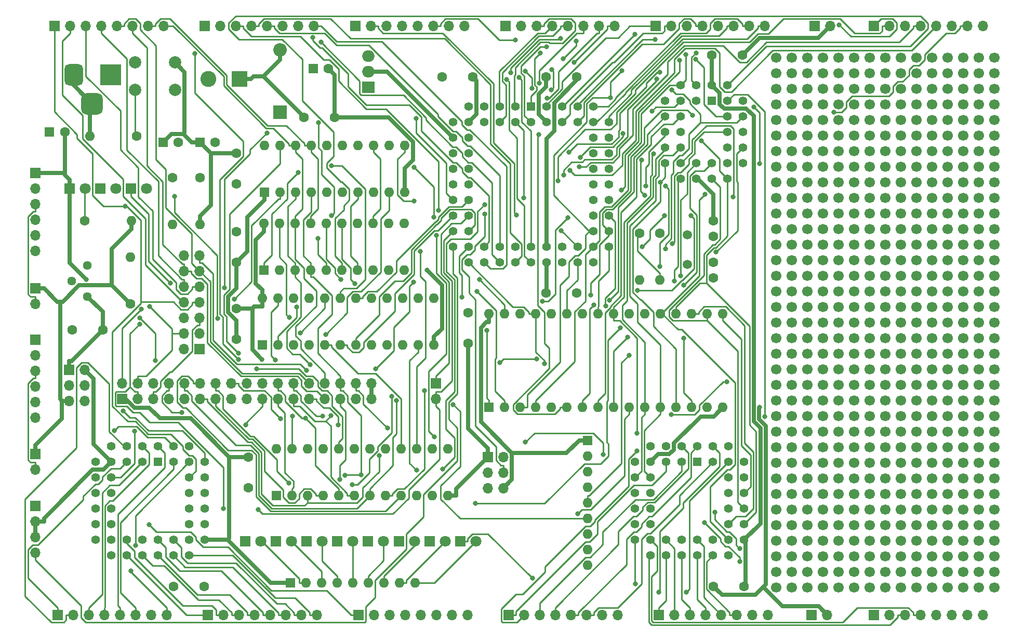
<source format=gbr>
%TF.GenerationSoftware,KiCad,Pcbnew,(6.0.11)*%
%TF.CreationDate,2023-10-14T12:13:17-04:00*%
%TF.ProjectId,SAB80535-Dev-Board,53414238-3035-4333-952d-4465762d426f,rev?*%
%TF.SameCoordinates,Original*%
%TF.FileFunction,Copper,L2,Bot*%
%TF.FilePolarity,Positive*%
%FSLAX46Y46*%
G04 Gerber Fmt 4.6, Leading zero omitted, Abs format (unit mm)*
G04 Created by KiCad (PCBNEW (6.0.11)) date 2023-10-14 12:13:17*
%MOMM*%
%LPD*%
G01*
G04 APERTURE LIST*
G04 Aperture macros list*
%AMRoundRect*
0 Rectangle with rounded corners*
0 $1 Rounding radius*
0 $2 $3 $4 $5 $6 $7 $8 $9 X,Y pos of 4 corners*
0 Add a 4 corners polygon primitive as box body*
4,1,4,$2,$3,$4,$5,$6,$7,$8,$9,$2,$3,0*
0 Add four circle primitives for the rounded corners*
1,1,$1+$1,$2,$3*
1,1,$1+$1,$4,$5*
1,1,$1+$1,$6,$7*
1,1,$1+$1,$8,$9*
0 Add four rect primitives between the rounded corners*
20,1,$1+$1,$2,$3,$4,$5,0*
20,1,$1+$1,$4,$5,$6,$7,0*
20,1,$1+$1,$6,$7,$8,$9,0*
20,1,$1+$1,$8,$9,$2,$3,0*%
G04 Aperture macros list end*
%TA.AperFunction,ComponentPad*%
%ADD10C,1.600000*%
%TD*%
%TA.AperFunction,ComponentPad*%
%ADD11R,1.700000X1.700000*%
%TD*%
%TA.AperFunction,ComponentPad*%
%ADD12O,1.700000X1.700000*%
%TD*%
%TA.AperFunction,ComponentPad*%
%ADD13R,1.422400X1.422400*%
%TD*%
%TA.AperFunction,ComponentPad*%
%ADD14C,1.422400*%
%TD*%
%TA.AperFunction,ComponentPad*%
%ADD15R,1.800000X1.800000*%
%TD*%
%TA.AperFunction,ComponentPad*%
%ADD16C,1.800000*%
%TD*%
%TA.AperFunction,ComponentPad*%
%ADD17R,1.600000X1.600000*%
%TD*%
%TA.AperFunction,ComponentPad*%
%ADD18O,1.600000X1.600000*%
%TD*%
%TA.AperFunction,ComponentPad*%
%ADD19C,1.700000*%
%TD*%
%TA.AperFunction,ComponentPad*%
%ADD20R,2.000000X1.905000*%
%TD*%
%TA.AperFunction,ComponentPad*%
%ADD21O,2.000000X1.905000*%
%TD*%
%TA.AperFunction,ComponentPad*%
%ADD22R,3.500000X3.500000*%
%TD*%
%TA.AperFunction,ComponentPad*%
%ADD23RoundRect,0.750000X-0.750000X-1.000000X0.750000X-1.000000X0.750000X1.000000X-0.750000X1.000000X0*%
%TD*%
%TA.AperFunction,ComponentPad*%
%ADD24RoundRect,0.875000X-0.875000X-0.875000X0.875000X-0.875000X0.875000X0.875000X-0.875000X0.875000X0*%
%TD*%
%TA.AperFunction,ComponentPad*%
%ADD25C,2.000000*%
%TD*%
%TA.AperFunction,ComponentPad*%
%ADD26C,1.440000*%
%TD*%
%TA.AperFunction,ComponentPad*%
%ADD27C,1.500000*%
%TD*%
%TA.AperFunction,ComponentPad*%
%ADD28R,2.200000X2.200000*%
%TD*%
%TA.AperFunction,ComponentPad*%
%ADD29O,2.200000X2.200000*%
%TD*%
%TA.AperFunction,ComponentPad*%
%ADD30R,2.600000X2.600000*%
%TD*%
%TA.AperFunction,ComponentPad*%
%ADD31C,2.600000*%
%TD*%
%TA.AperFunction,ViaPad*%
%ADD32C,0.800000*%
%TD*%
%TA.AperFunction,Conductor*%
%ADD33C,0.700000*%
%TD*%
%TA.AperFunction,Conductor*%
%ADD34C,0.250000*%
%TD*%
G04 APERTURE END LIST*
D10*
%TO.P,C3,1*%
%TO.N,Net-(C3-Pad1)*%
X162500000Y-90500000D03*
%TO.P,C3,2*%
%TO.N,GND*%
X162500000Y-93000000D03*
%TD*%
D11*
%TO.P,J16,1,Pin_1*%
%TO.N,GND*%
X52000000Y-75960000D03*
D12*
%TO.P,J16,2,Pin_2*%
%TO.N,unconnected-(J16-Pad2)*%
X52000000Y-78500000D03*
%TO.P,J16,3,Pin_3*%
%TO.N,Net-(J16-Pad3)*%
X52000000Y-81040000D03*
%TO.P,J16,4,Pin_4*%
%TO.N,RxD-0*%
X52000000Y-83580000D03*
%TO.P,J16,5,Pin_5*%
%TO.N,TxD-0*%
X52000000Y-86120000D03*
%TO.P,J16,6,Pin_6*%
%TO.N,unconnected-(J16-Pad6)*%
X52000000Y-88660000D03*
%TD*%
D13*
%TO.P,U11,1,NC*%
%TO.N,unconnected-(U11-Pad1)*%
X72000000Y-123045000D03*
D14*
%TO.P,U11,2,PA3*%
%TO.N,PA.3*%
X69460000Y-120505000D03*
%TO.P,U11,3,PA2*%
%TO.N,PA.2*%
X69460000Y-123045000D03*
%TO.P,U11,4,PA1*%
%TO.N,PA.1*%
X66920000Y-120505000D03*
%TO.P,U11,5,PA0*%
%TO.N,PA.0*%
X66920000Y-123045000D03*
%TO.P,U11,6,~{RD}*%
%TO.N,~{OE}*%
X64380000Y-120505000D03*
%TO.P,U11,7,~{CS}*%
%TO.N,~{CS-PPI0}*%
X61840000Y-123045000D03*
%TO.P,U11,8,GND*%
%TO.N,GND*%
X64380000Y-123045000D03*
%TO.P,U11,9,A1*%
%TO.N,A1*%
X61840000Y-125585000D03*
%TO.P,U11,10,A0*%
%TO.N,A0*%
X64380000Y-125585000D03*
%TO.P,U11,11,PC7*%
%TO.N,PC.7*%
X61840000Y-128125000D03*
%TO.P,U11,12,NC*%
%TO.N,unconnected-(U11-Pad12)*%
X64380000Y-128125000D03*
%TO.P,U11,13,PC6*%
%TO.N,PC.6*%
X61840000Y-130665000D03*
%TO.P,U11,14,PC5*%
%TO.N,PC.5*%
X64380000Y-130665000D03*
%TO.P,U11,15,PC4*%
%TO.N,PC.4*%
X61840000Y-133205000D03*
%TO.P,U11,16,PC0*%
%TO.N,PC.0*%
X64380000Y-133205000D03*
%TO.P,U11,17,PC1*%
%TO.N,PC.1*%
X61840000Y-135745000D03*
%TO.P,U11,18,PC2*%
%TO.N,PC.2*%
X64380000Y-138285000D03*
%TO.P,U11,19,PC3*%
%TO.N,PC.3*%
X64380000Y-135745000D03*
%TO.P,U11,20,PB0*%
%TO.N,PB.0*%
X66920000Y-138285000D03*
%TO.P,U11,21,PB1*%
%TO.N,PB.1*%
X66920000Y-135745000D03*
%TO.P,U11,22,PB2*%
%TO.N,PB.2*%
X69460000Y-138285000D03*
%TO.P,U11,23,NC*%
%TO.N,unconnected-(U11-Pad23)*%
X69460000Y-135745000D03*
%TO.P,U11,24,PB3*%
%TO.N,PB.3*%
X72000000Y-138285000D03*
%TO.P,U11,25,PB4*%
%TO.N,PB.4*%
X72000000Y-135745000D03*
%TO.P,U11,26,PB5*%
%TO.N,PB.5*%
X74540000Y-138285000D03*
%TO.P,U11,27,PB6*%
%TO.N,PB.6*%
X74540000Y-135745000D03*
%TO.P,U11,28,PB7*%
%TO.N,PB.7*%
X77080000Y-138285000D03*
%TO.P,U11,29,VCC*%
%TO.N,VCC*%
X79620000Y-135745000D03*
%TO.P,U11,30,D7*%
%TO.N,D7*%
X77080000Y-135745000D03*
%TO.P,U11,31,D6*%
%TO.N,D6*%
X79620000Y-133205000D03*
%TO.P,U11,32,D5*%
%TO.N,D5*%
X77080000Y-133205000D03*
%TO.P,U11,33,D4*%
%TO.N,D4*%
X79620000Y-130665000D03*
%TO.P,U11,34,NC*%
%TO.N,unconnected-(U11-Pad34)*%
X77080000Y-130665000D03*
%TO.P,U11,35,D3*%
%TO.N,D3*%
X79620000Y-128125000D03*
%TO.P,U11,36,D2*%
%TO.N,D2*%
X77080000Y-128125000D03*
%TO.P,U11,37,D1*%
%TO.N,D1*%
X79620000Y-125585000D03*
%TO.P,U11,38,D0*%
%TO.N,D0*%
X77080000Y-125585000D03*
%TO.P,U11,39,RESET*%
%TO.N,RESET*%
X79620000Y-123045000D03*
%TO.P,U11,40,~{WR}*%
%TO.N,~{WR}*%
X77080000Y-120505000D03*
%TO.P,U11,41,PA7*%
%TO.N,PA.7*%
X77080000Y-123045000D03*
%TO.P,U11,42,PA6*%
%TO.N,PA.6*%
X74540000Y-120505000D03*
%TO.P,U11,43,PA5*%
%TO.N,PA.5*%
X74540000Y-123045000D03*
%TO.P,U11,44,PA4*%
%TO.N,PA.4*%
X72000000Y-120505000D03*
%TD*%
D10*
%TO.P,C17,1*%
%TO.N,VCC*%
X86725000Y-122250000D03*
%TO.P,C17,2*%
%TO.N,GND*%
X86725000Y-127250000D03*
%TD*%
D15*
%TO.P,D2,1,K*%
%TO.N,TX-LED*%
X62560000Y-78500000D03*
D16*
%TO.P,D2,2,A*%
%TO.N,Net-(D2-Pad2)*%
X65100000Y-78500000D03*
%TD*%
D11*
%TO.P,J23,1,Pin_1*%
%TO.N,PE.0*%
X153625000Y-147975000D03*
D12*
%TO.P,J23,2,Pin_2*%
%TO.N,PE.1*%
X156165000Y-147975000D03*
%TO.P,J23,3,Pin_3*%
%TO.N,PE.2*%
X158705000Y-147975000D03*
%TO.P,J23,4,Pin_4*%
%TO.N,PE.3*%
X161245000Y-147975000D03*
%TO.P,J23,5,Pin_5*%
%TO.N,PE.4*%
X163785000Y-147975000D03*
%TO.P,J23,6,Pin_6*%
%TO.N,PE.5*%
X166325000Y-147975000D03*
%TO.P,J23,7,Pin_7*%
%TO.N,PE.6*%
X168865000Y-147975000D03*
%TO.P,J23,8,Pin_8*%
%TO.N,PE.7*%
X171405000Y-147975000D03*
%TD*%
D17*
%TO.P,RN2,1,common*%
%TO.N,VCC*%
X93550000Y-142750000D03*
D18*
%TO.P,RN2,2,R1*%
%TO.N,Net-(D12-Pad2)*%
X96090000Y-142750000D03*
%TO.P,RN2,3,R2*%
%TO.N,Net-(D11-Pad2)*%
X98630000Y-142750000D03*
%TO.P,RN2,4,R3*%
%TO.N,Net-(D10-Pad2)*%
X101170000Y-142750000D03*
%TO.P,RN2,5,R4*%
%TO.N,Net-(D9-Pad2)*%
X103710000Y-142750000D03*
%TO.P,RN2,6,R5*%
%TO.N,Net-(D8-Pad2)*%
X106250000Y-142750000D03*
%TO.P,RN2,7,R6*%
%TO.N,Net-(D7-Pad2)*%
X108790000Y-142750000D03*
%TO.P,RN2,8,R7*%
%TO.N,Net-(D6-Pad2)*%
X111330000Y-142750000D03*
%TO.P,RN2,9,R8*%
%TO.N,Net-(D5-Pad2)*%
X113870000Y-142750000D03*
%TD*%
D19*
%TO.P,J32,1,Pin_1*%
%TO.N,unconnected-(J32-Pad1)*%
X185420000Y-107950000D03*
%TO.P,J32,2*%
%TO.N,N/C*%
X187960000Y-107950000D03*
%TO.P,J32,3*%
X190500000Y-107950000D03*
%TO.P,J32,4*%
X193040000Y-107950000D03*
%TO.P,J32,5*%
X195580000Y-107950000D03*
%TO.P,J32,6*%
X185420000Y-110490000D03*
%TO.P,J32,7*%
X187960000Y-110490000D03*
%TO.P,J32,8*%
X190500000Y-110490000D03*
%TO.P,J32,9*%
X193040000Y-110490000D03*
%TO.P,J32,10*%
X195580000Y-110490000D03*
%TO.P,J32,11*%
X185420000Y-113030000D03*
%TO.P,J32,12*%
X187960000Y-113030000D03*
%TO.P,J32,13*%
X190500000Y-113030000D03*
%TO.P,J32,14*%
X193040000Y-113030000D03*
%TO.P,J32,15*%
X195580000Y-113030000D03*
%TO.P,J32,16*%
X185420000Y-115570000D03*
%TO.P,J32,17*%
X187960000Y-115570000D03*
%TO.P,J32,18*%
X190500000Y-115570000D03*
%TO.P,J32,19*%
X193040000Y-115570000D03*
%TO.P,J32,20*%
X195580000Y-115570000D03*
%TO.P,J32,21*%
X185420000Y-118110000D03*
%TO.P,J32,22*%
X187960000Y-118110000D03*
%TO.P,J32,23*%
X190500000Y-118110000D03*
%TO.P,J32,24*%
X193040000Y-118110000D03*
%TO.P,J32,25*%
X195580000Y-118110000D03*
%TD*%
D10*
%TO.P,R3,1*%
%TO.N,VCC*%
X67500000Y-97310000D03*
D18*
%TO.P,R3,2*%
%TO.N,Net-(R3-Pad2)*%
X67500000Y-89690000D03*
%TD*%
D15*
%TO.P,D3,1,K*%
%TO.N,RX-LED*%
X67560000Y-78500000D03*
D16*
%TO.P,D3,2,A*%
%TO.N,Net-(D3-Pad2)*%
X70100000Y-78500000D03*
%TD*%
D19*
%TO.P,J31,1,Pin_1*%
%TO.N,unconnected-(J31-Pad1)*%
X172720000Y-133350000D03*
%TO.P,J31,2*%
%TO.N,N/C*%
X175260000Y-133350000D03*
%TO.P,J31,3*%
X177800000Y-133350000D03*
%TO.P,J31,4*%
X180340000Y-133350000D03*
%TO.P,J31,5*%
X182880000Y-133350000D03*
%TO.P,J31,6*%
X172720000Y-135890000D03*
%TO.P,J31,7*%
X175260000Y-135890000D03*
%TO.P,J31,8*%
X177800000Y-135890000D03*
%TO.P,J31,9*%
X180340000Y-135890000D03*
%TO.P,J31,10*%
X182880000Y-135890000D03*
%TO.P,J31,11*%
X172720000Y-138430000D03*
%TO.P,J31,12*%
X175260000Y-138430000D03*
%TO.P,J31,13*%
X177800000Y-138430000D03*
%TO.P,J31,14*%
X180340000Y-138430000D03*
%TO.P,J31,15*%
X182880000Y-138430000D03*
%TO.P,J31,16*%
X172720000Y-140970000D03*
%TO.P,J31,17*%
X175260000Y-140970000D03*
%TO.P,J31,18*%
X177800000Y-140970000D03*
%TO.P,J31,19*%
X180340000Y-140970000D03*
%TO.P,J31,20*%
X182880000Y-140970000D03*
%TO.P,J31,21*%
X172720000Y-143510000D03*
%TO.P,J31,22*%
X175260000Y-143510000D03*
%TO.P,J31,23*%
X177800000Y-143510000D03*
%TO.P,J31,24*%
X180340000Y-143510000D03*
%TO.P,J31,25*%
X182880000Y-143510000D03*
%TD*%
D10*
%TO.P,R7,1*%
%TO.N,Net-(D2-Pad2)*%
X74350000Y-76690000D03*
D18*
%TO.P,R7,2*%
%TO.N,VCC*%
X74350000Y-84310000D03*
%TD*%
D15*
%TO.P,D11,1,K*%
%TO.N,PE.6*%
X91225000Y-136000000D03*
D16*
%TO.P,D11,2,A*%
%TO.N,Net-(D11-Pad2)*%
X93765000Y-136000000D03*
%TD*%
D19*
%TO.P,J39,1,Pin_1*%
%TO.N,unconnected-(J39-Pad1)*%
X198120000Y-120650000D03*
%TO.P,J39,2*%
%TO.N,N/C*%
X200660000Y-120650000D03*
%TO.P,J39,3*%
X203200000Y-120650000D03*
%TO.P,J39,4*%
X205740000Y-120650000D03*
%TO.P,J39,5*%
X208280000Y-120650000D03*
%TO.P,J39,6*%
X198120000Y-123190000D03*
%TO.P,J39,7*%
X200660000Y-123190000D03*
%TO.P,J39,8*%
X203200000Y-123190000D03*
%TO.P,J39,9*%
X205740000Y-123190000D03*
%TO.P,J39,10*%
X208280000Y-123190000D03*
%TO.P,J39,11*%
X198120000Y-125730000D03*
%TO.P,J39,12*%
X200660000Y-125730000D03*
%TO.P,J39,13*%
X203200000Y-125730000D03*
%TO.P,J39,14*%
X205740000Y-125730000D03*
%TO.P,J39,15*%
X208280000Y-125730000D03*
%TO.P,J39,16*%
X198120000Y-128270000D03*
%TO.P,J39,17*%
X200660000Y-128270000D03*
%TO.P,J39,18*%
X203200000Y-128270000D03*
%TO.P,J39,19*%
X205740000Y-128270000D03*
%TO.P,J39,20*%
X208280000Y-128270000D03*
%TO.P,J39,21*%
X198120000Y-130810000D03*
%TO.P,J39,22*%
X200660000Y-130810000D03*
%TO.P,J39,23*%
X203200000Y-130810000D03*
%TO.P,J39,24*%
X205740000Y-130810000D03*
%TO.P,J39,25*%
X208280000Y-130810000D03*
%TD*%
%TO.P,J38,1,Pin_1*%
%TO.N,unconnected-(J38-Pad1)*%
X198120000Y-107950000D03*
%TO.P,J38,2*%
%TO.N,N/C*%
X200660000Y-107950000D03*
%TO.P,J38,3*%
X203200000Y-107950000D03*
%TO.P,J38,4*%
X205740000Y-107950000D03*
%TO.P,J38,5*%
X208280000Y-107950000D03*
%TO.P,J38,6*%
X198120000Y-110490000D03*
%TO.P,J38,7*%
X200660000Y-110490000D03*
%TO.P,J38,8*%
X203200000Y-110490000D03*
%TO.P,J38,9*%
X205740000Y-110490000D03*
%TO.P,J38,10*%
X208280000Y-110490000D03*
%TO.P,J38,11*%
X198120000Y-113030000D03*
%TO.P,J38,12*%
X200660000Y-113030000D03*
%TO.P,J38,13*%
X203200000Y-113030000D03*
%TO.P,J38,14*%
X205740000Y-113030000D03*
%TO.P,J38,15*%
X208280000Y-113030000D03*
%TO.P,J38,16*%
X198120000Y-115570000D03*
%TO.P,J38,17*%
X200660000Y-115570000D03*
%TO.P,J38,18*%
X203200000Y-115570000D03*
%TO.P,J38,19*%
X205740000Y-115570000D03*
%TO.P,J38,20*%
X208280000Y-115570000D03*
%TO.P,J38,21*%
X198120000Y-118110000D03*
%TO.P,J38,22*%
X200660000Y-118110000D03*
%TO.P,J38,23*%
X203200000Y-118110000D03*
%TO.P,J38,24*%
X205740000Y-118110000D03*
%TO.P,J38,25*%
X208280000Y-118110000D03*
%TD*%
D10*
%TO.P,C12,1*%
%TO.N,VCC*%
X135250000Y-95500000D03*
%TO.P,C12,2*%
%TO.N,GND*%
X140250000Y-95500000D03*
%TD*%
%TO.P,R6,1*%
%TO.N,Net-(D4-Pad2)*%
X60040000Y-83750000D03*
D18*
%TO.P,R6,2*%
%TO.N,VCC*%
X67660000Y-83750000D03*
%TD*%
D15*
%TO.P,D10,1,K*%
%TO.N,PE.5*%
X96225000Y-136000000D03*
D16*
%TO.P,D10,2,A*%
%TO.N,Net-(D10-Pad2)*%
X98765000Y-136000000D03*
%TD*%
D17*
%TO.P,U7,1,OE*%
%TO.N,GND*%
X89325000Y-79030000D03*
D18*
%TO.P,U7,2,O0*%
%TO.N,A0*%
X91865000Y-79030000D03*
%TO.P,U7,3,D0*%
%TO.N,D0*%
X94405000Y-79030000D03*
%TO.P,U7,4,D1*%
%TO.N,D1*%
X96945000Y-79030000D03*
%TO.P,U7,5,O1*%
%TO.N,A1*%
X99485000Y-79030000D03*
%TO.P,U7,6,O2*%
%TO.N,A2*%
X102025000Y-79030000D03*
%TO.P,U7,7,D2*%
%TO.N,D2*%
X104565000Y-79030000D03*
%TO.P,U7,8,D3*%
%TO.N,D3*%
X107105000Y-79030000D03*
%TO.P,U7,9,O3*%
%TO.N,A3*%
X109645000Y-79030000D03*
%TO.P,U7,10,GND*%
%TO.N,GND*%
X112185000Y-79030000D03*
%TO.P,U7,11,LE*%
%TO.N,ALE*%
X112185000Y-71410000D03*
%TO.P,U7,12,O4*%
%TO.N,A4*%
X109645000Y-71410000D03*
%TO.P,U7,13,D4*%
%TO.N,D4*%
X107105000Y-71410000D03*
%TO.P,U7,14,D5*%
%TO.N,D5*%
X104565000Y-71410000D03*
%TO.P,U7,15,O5*%
%TO.N,A5*%
X102025000Y-71410000D03*
%TO.P,U7,16,O6*%
%TO.N,A6*%
X99485000Y-71410000D03*
%TO.P,U7,17,D6*%
%TO.N,D6*%
X96945000Y-71410000D03*
%TO.P,U7,18,D7*%
%TO.N,D7*%
X94405000Y-71410000D03*
%TO.P,U7,19,O7*%
%TO.N,A7*%
X91865000Y-71410000D03*
%TO.P,U7,20,VCC*%
%TO.N,VCC*%
X89325000Y-71410000D03*
%TD*%
D11*
%TO.P,J12,1,Pin_1*%
%TO.N,PD.0*%
X129125000Y-147975000D03*
D12*
%TO.P,J12,2,Pin_2*%
%TO.N,PD.1*%
X131665000Y-147975000D03*
%TO.P,J12,3,Pin_3*%
%TO.N,PD.2*%
X134205000Y-147975000D03*
%TO.P,J12,4,Pin_4*%
%TO.N,PD.3*%
X136745000Y-147975000D03*
%TO.P,J12,5,Pin_5*%
%TO.N,PD.4*%
X139285000Y-147975000D03*
%TO.P,J12,6,Pin_6*%
%TO.N,PD.5*%
X141825000Y-147975000D03*
%TO.P,J12,7,Pin_7*%
%TO.N,PD.6*%
X144365000Y-147975000D03*
%TO.P,J12,8,Pin_8*%
%TO.N,PD.7*%
X146905000Y-147975000D03*
%TD*%
D10*
%TO.P,R8,1*%
%TO.N,Net-(D3-Pad2)*%
X78850000Y-76690000D03*
D18*
%TO.P,R8,2*%
%TO.N,VCC*%
X78850000Y-84310000D03*
%TD*%
D20*
%TO.P,U4,1,VI*%
%TO.N,/VI*%
X106250000Y-62000000D03*
D21*
%TO.P,U4,2,GND*%
%TO.N,GND*%
X106250000Y-59460000D03*
%TO.P,U4,3,VO*%
%TO.N,VCC*%
X106250000Y-56920000D03*
%TD*%
D10*
%TO.P,C13,1*%
%TO.N,VCC*%
X162250000Y-56750000D03*
%TO.P,C13,2*%
%TO.N,GND*%
X167250000Y-56750000D03*
%TD*%
D17*
%TO.P,U1,1,~{Mr}*%
%TO.N,~{RESET}*%
X89250000Y-91750000D03*
D18*
%TO.P,U1,2,Q0*%
%TO.N,B15*%
X91790000Y-91750000D03*
%TO.P,U1,3,D0*%
%TO.N,D0*%
X94330000Y-91750000D03*
%TO.P,U1,4,D1*%
%TO.N,D1*%
X96870000Y-91750000D03*
%TO.P,U1,5,Q1*%
%TO.N,B16*%
X99410000Y-91750000D03*
%TO.P,U1,6,Q2*%
%TO.N,B17*%
X101950000Y-91750000D03*
%TO.P,U1,7,D2*%
%TO.N,D2*%
X104490000Y-91750000D03*
%TO.P,U1,8,D3*%
%TO.N,D3*%
X107030000Y-91750000D03*
%TO.P,U1,9,Q3*%
%TO.N,B18*%
X109570000Y-91750000D03*
%TO.P,U1,10,GND*%
%TO.N,GND*%
X112110000Y-91750000D03*
%TO.P,U1,11,Cp*%
%TO.N,~{CS-LATCH}*%
X112110000Y-84130000D03*
%TO.P,U1,12,Q4*%
%TO.N,C15*%
X109570000Y-84130000D03*
%TO.P,U1,13,D4*%
%TO.N,D4*%
X107030000Y-84130000D03*
%TO.P,U1,14,D5*%
%TO.N,D5*%
X104490000Y-84130000D03*
%TO.P,U1,15,Q5*%
%TO.N,C16*%
X101950000Y-84130000D03*
%TO.P,U1,16,Q6*%
%TO.N,C17*%
X99410000Y-84130000D03*
%TO.P,U1,17,D6*%
%TO.N,D6*%
X96870000Y-84130000D03*
%TO.P,U1,18,D7*%
%TO.N,D7*%
X94330000Y-84130000D03*
%TO.P,U1,19,Q7*%
%TO.N,C18*%
X91790000Y-84130000D03*
%TO.P,U1,20,VCC*%
%TO.N,VCC*%
X89250000Y-84130000D03*
%TD*%
D19*
%TO.P,J27,1,Pin_1*%
%TO.N,unconnected-(J27-Pad1)*%
X185420000Y-95250000D03*
%TO.P,J27,2*%
%TO.N,N/C*%
X187960000Y-95250000D03*
%TO.P,J27,3*%
X190500000Y-95250000D03*
%TO.P,J27,4*%
X193040000Y-95250000D03*
%TO.P,J27,5*%
X195580000Y-95250000D03*
%TO.P,J27,6*%
X185420000Y-97790000D03*
%TO.P,J27,7*%
X187960000Y-97790000D03*
%TO.P,J27,8*%
X190500000Y-97790000D03*
%TO.P,J27,9*%
X193040000Y-97790000D03*
%TO.P,J27,10*%
X195580000Y-97790000D03*
%TO.P,J27,11*%
X185420000Y-100330000D03*
%TO.P,J27,12*%
X187960000Y-100330000D03*
%TO.P,J27,13*%
X190500000Y-100330000D03*
%TO.P,J27,14*%
X193040000Y-100330000D03*
%TO.P,J27,15*%
X195580000Y-100330000D03*
%TO.P,J27,16*%
X185420000Y-102870000D03*
%TO.P,J27,17*%
X187960000Y-102870000D03*
%TO.P,J27,18*%
X190500000Y-102870000D03*
%TO.P,J27,19*%
X193040000Y-102870000D03*
%TO.P,J27,20*%
X195580000Y-102870000D03*
%TO.P,J27,21*%
X185420000Y-105410000D03*
%TO.P,J27,22*%
X187960000Y-105410000D03*
%TO.P,J27,23*%
X190500000Y-105410000D03*
%TO.P,J27,24*%
X193040000Y-105410000D03*
%TO.P,J27,25*%
X195580000Y-105410000D03*
%TD*%
D15*
%TO.P,D9,1,K*%
%TO.N,PE.4*%
X101225000Y-136000000D03*
D16*
%TO.P,D9,2,A*%
%TO.N,Net-(D9-Pad2)*%
X103765000Y-136000000D03*
%TD*%
D19*
%TO.P,J37,1,Pin_1*%
%TO.N,unconnected-(J37-Pad1)*%
X172720000Y-82550000D03*
%TO.P,J37,2*%
%TO.N,N/C*%
X175260000Y-82550000D03*
%TO.P,J37,3*%
X177800000Y-82550000D03*
%TO.P,J37,4*%
X180340000Y-82550000D03*
%TO.P,J37,5*%
X182880000Y-82550000D03*
%TO.P,J37,6*%
X172720000Y-85090000D03*
%TO.P,J37,7*%
X175260000Y-85090000D03*
%TO.P,J37,8*%
X177800000Y-85090000D03*
%TO.P,J37,9*%
X180340000Y-85090000D03*
%TO.P,J37,10*%
X182880000Y-85090000D03*
%TO.P,J37,11*%
X172720000Y-87630000D03*
%TO.P,J37,12*%
X175260000Y-87630000D03*
%TO.P,J37,13*%
X177800000Y-87630000D03*
%TO.P,J37,14*%
X180340000Y-87630000D03*
%TO.P,J37,15*%
X182880000Y-87630000D03*
%TO.P,J37,16*%
X172720000Y-90170000D03*
%TO.P,J37,17*%
X175260000Y-90170000D03*
%TO.P,J37,18*%
X177800000Y-90170000D03*
%TO.P,J37,19*%
X180340000Y-90170000D03*
%TO.P,J37,20*%
X182880000Y-90170000D03*
%TO.P,J37,21*%
X172720000Y-92710000D03*
%TO.P,J37,22*%
X175260000Y-92710000D03*
%TO.P,J37,23*%
X177800000Y-92710000D03*
%TO.P,J37,24*%
X180340000Y-92710000D03*
%TO.P,J37,25*%
X182880000Y-92710000D03*
%TD*%
D15*
%TO.P,D7,1,K*%
%TO.N,PE.2*%
X111220000Y-136000000D03*
D16*
%TO.P,D7,2,A*%
%TO.N,Net-(D7-Pad2)*%
X113760000Y-136000000D03*
%TD*%
D19*
%TO.P,J33,1,Pin_1*%
%TO.N,unconnected-(J33-Pad1)*%
X172720000Y-69850000D03*
%TO.P,J33,2*%
%TO.N,N/C*%
X175260000Y-69850000D03*
%TO.P,J33,3*%
X177800000Y-69850000D03*
%TO.P,J33,4*%
X180340000Y-69850000D03*
%TO.P,J33,5*%
X182880000Y-69850000D03*
%TO.P,J33,6*%
X172720000Y-72390000D03*
%TO.P,J33,7*%
X175260000Y-72390000D03*
%TO.P,J33,8*%
X177800000Y-72390000D03*
%TO.P,J33,9*%
X180340000Y-72390000D03*
%TO.P,J33,10*%
X182880000Y-72390000D03*
%TO.P,J33,11*%
X172720000Y-74930000D03*
%TO.P,J33,12*%
X175260000Y-74930000D03*
%TO.P,J33,13*%
X177800000Y-74930000D03*
%TO.P,J33,14*%
X180340000Y-74930000D03*
%TO.P,J33,15*%
X182880000Y-74930000D03*
%TO.P,J33,16*%
X172720000Y-77470000D03*
%TO.P,J33,17*%
X175260000Y-77470000D03*
%TO.P,J33,18*%
X177800000Y-77470000D03*
%TO.P,J33,19*%
X180340000Y-77470000D03*
%TO.P,J33,20*%
X182880000Y-77470000D03*
%TO.P,J33,21*%
X172720000Y-80010000D03*
%TO.P,J33,22*%
X175260000Y-80010000D03*
%TO.P,J33,23*%
X177800000Y-80010000D03*
%TO.P,J33,24*%
X180340000Y-80010000D03*
%TO.P,J33,25*%
X182880000Y-80010000D03*
%TD*%
%TO.P,J26,1,Pin_1*%
%TO.N,unconnected-(J26-Pad1)*%
X172720000Y-57150000D03*
%TO.P,J26,2*%
%TO.N,N/C*%
X175260000Y-57150000D03*
%TO.P,J26,3*%
X177800000Y-57150000D03*
%TO.P,J26,4*%
X180340000Y-57150000D03*
%TO.P,J26,5*%
X182880000Y-57150000D03*
%TO.P,J26,6*%
X172720000Y-59690000D03*
%TO.P,J26,7*%
X175260000Y-59690000D03*
%TO.P,J26,8*%
X177800000Y-59690000D03*
%TO.P,J26,9*%
X180340000Y-59690000D03*
%TO.P,J26,10*%
X182880000Y-59690000D03*
%TO.P,J26,11*%
X172720000Y-62230000D03*
%TO.P,J26,12*%
X175260000Y-62230000D03*
%TO.P,J26,13*%
X177800000Y-62230000D03*
%TO.P,J26,14*%
X180340000Y-62230000D03*
%TO.P,J26,15*%
X182880000Y-62230000D03*
%TO.P,J26,16*%
X172720000Y-64770000D03*
%TO.P,J26,17*%
X175260000Y-64770000D03*
%TO.P,J26,18*%
X177800000Y-64770000D03*
%TO.P,J26,19*%
X180340000Y-64770000D03*
%TO.P,J26,20*%
X182880000Y-64770000D03*
%TO.P,J26,21*%
X172720000Y-67310000D03*
%TO.P,J26,22*%
X175260000Y-67310000D03*
%TO.P,J26,23*%
X177800000Y-67310000D03*
%TO.P,J26,24*%
X180340000Y-67310000D03*
%TO.P,J26,25*%
X182880000Y-67310000D03*
%TD*%
D11*
%TO.P,J22,1,Pin_1*%
%TO.N,A8*%
X104125000Y-51975000D03*
D12*
%TO.P,J22,2,Pin_2*%
%TO.N,A9*%
X106665000Y-51975000D03*
%TO.P,J22,3,Pin_3*%
%TO.N,A10*%
X109205000Y-51975000D03*
%TO.P,J22,4,Pin_4*%
%TO.N,A11*%
X111745000Y-51975000D03*
%TO.P,J22,5,Pin_5*%
%TO.N,A12*%
X114285000Y-51975000D03*
%TO.P,J22,6,Pin_6*%
%TO.N,A13*%
X116825000Y-51975000D03*
%TO.P,J22,7,Pin_7*%
%TO.N,A14*%
X119365000Y-51975000D03*
%TO.P,J22,8,Pin_8*%
%TO.N,A15*%
X121905000Y-51975000D03*
%TD*%
D10*
%TO.P,R2,1*%
%TO.N,Net-(C3-Pad1)*%
X150500000Y-85750000D03*
D18*
%TO.P,R2,2*%
%TO.N,/XTAL2*%
X150500000Y-93370000D03*
%TD*%
D11*
%TO.P,J17,1,Pin_1*%
%TO.N,GND*%
X52000000Y-103150000D03*
D12*
%TO.P,J17,2,Pin_2*%
%TO.N,unconnected-(J17-Pad2)*%
X52000000Y-105690000D03*
%TO.P,J17,3,Pin_3*%
%TO.N,Net-(J17-Pad3)*%
X52000000Y-108230000D03*
%TO.P,J17,4,Pin_4*%
%TO.N,RxD-1*%
X52000000Y-110770000D03*
%TO.P,J17,5,Pin_5*%
%TO.N,TxD-1*%
X52000000Y-113310000D03*
%TO.P,J17,6,Pin_6*%
%TO.N,unconnected-(J17-Pad6)*%
X52000000Y-115850000D03*
%TD*%
D11*
%TO.P,J18,1,Pin_1*%
%TO.N,VCC*%
X179000000Y-52000000D03*
D12*
%TO.P,J18,2,Pin_2*%
%TO.N,GND*%
X181540000Y-52000000D03*
%TD*%
D11*
%TO.P,J11,1,Pin_1*%
%TO.N,PC.0*%
X104625000Y-147975000D03*
D12*
%TO.P,J11,2,Pin_2*%
%TO.N,PC.1*%
X107165000Y-147975000D03*
%TO.P,J11,3,Pin_3*%
%TO.N,PC.2*%
X109705000Y-147975000D03*
%TO.P,J11,4,Pin_4*%
%TO.N,PC.3*%
X112245000Y-147975000D03*
%TO.P,J11,5,Pin_5*%
%TO.N,PC.4*%
X114785000Y-147975000D03*
%TO.P,J11,6,Pin_6*%
%TO.N,PC.5*%
X117325000Y-147975000D03*
%TO.P,J11,7,Pin_7*%
%TO.N,PC.6*%
X119865000Y-147975000D03*
%TO.P,J11,8,Pin_8*%
%TO.N,PC.7*%
X122405000Y-147975000D03*
%TD*%
D17*
%TO.P,RN3,1,common*%
%TO.N,VCC*%
X142000000Y-119500000D03*
D18*
%TO.P,RN3,2,R1*%
%TO.N,D0*%
X142000000Y-122040000D03*
%TO.P,RN3,3,R2*%
%TO.N,D1*%
X142000000Y-124580000D03*
%TO.P,RN3,4,R3*%
%TO.N,D2*%
X142000000Y-127120000D03*
%TO.P,RN3,5,R4*%
%TO.N,D3*%
X142000000Y-129660000D03*
%TO.P,RN3,6,R5*%
%TO.N,D4*%
X142000000Y-132200000D03*
%TO.P,RN3,7,R6*%
%TO.N,D5*%
X142000000Y-134740000D03*
%TO.P,RN3,8,R7*%
%TO.N,D6*%
X142000000Y-137280000D03*
%TO.P,RN3,9,R8*%
%TO.N,D7*%
X142000000Y-139820000D03*
%TD*%
D11*
%TO.P,J21,1,Pin_1*%
%TO.N,D0*%
X55125000Y-51975000D03*
D12*
%TO.P,J21,2,Pin_2*%
%TO.N,D1*%
X57665000Y-51975000D03*
%TO.P,J21,3,Pin_3*%
%TO.N,D2*%
X60205000Y-51975000D03*
%TO.P,J21,4,Pin_4*%
%TO.N,D3*%
X62745000Y-51975000D03*
%TO.P,J21,5,Pin_5*%
%TO.N,D4*%
X65285000Y-51975000D03*
%TO.P,J21,6,Pin_6*%
%TO.N,D5*%
X67825000Y-51975000D03*
%TO.P,J21,7,Pin_7*%
%TO.N,D6*%
X70365000Y-51975000D03*
%TO.P,J21,8,Pin_8*%
%TO.N,D7*%
X72905000Y-51975000D03*
%TD*%
D19*
%TO.P,J28,1,Pin_1*%
%TO.N,unconnected-(J28-Pad1)*%
X185420000Y-57150000D03*
%TO.P,J28,2*%
%TO.N,N/C*%
X187960000Y-57150000D03*
%TO.P,J28,3*%
X190500000Y-57150000D03*
%TO.P,J28,4*%
X193040000Y-57150000D03*
%TO.P,J28,5*%
X195580000Y-57150000D03*
%TO.P,J28,6*%
X185420000Y-59690000D03*
%TO.P,J28,7*%
X187960000Y-59690000D03*
%TO.P,J28,8*%
X190500000Y-59690000D03*
%TO.P,J28,9*%
X193040000Y-59690000D03*
%TO.P,J28,10*%
X195580000Y-59690000D03*
%TO.P,J28,11*%
X185420000Y-62230000D03*
%TO.P,J28,12*%
X187960000Y-62230000D03*
%TO.P,J28,13*%
X190500000Y-62230000D03*
%TO.P,J28,14*%
X193040000Y-62230000D03*
%TO.P,J28,15*%
X195580000Y-62230000D03*
%TO.P,J28,16*%
X185420000Y-64770000D03*
%TO.P,J28,17*%
X187960000Y-64770000D03*
%TO.P,J28,18*%
X190500000Y-64770000D03*
%TO.P,J28,19*%
X193040000Y-64770000D03*
%TO.P,J28,20*%
X195580000Y-64770000D03*
%TO.P,J28,21*%
X185420000Y-67310000D03*
%TO.P,J28,22*%
X187960000Y-67310000D03*
%TO.P,J28,23*%
X190500000Y-67310000D03*
%TO.P,J28,24*%
X193040000Y-67310000D03*
%TO.P,J28,25*%
X195580000Y-67310000D03*
%TD*%
D11*
%TO.P,J4,1,Pin_1*%
%TO.N,LCD-PWR1*%
X78775000Y-104625000D03*
D12*
%TO.P,J4,2,Pin_2*%
%TO.N,LCD-PWR2*%
X76235000Y-104625000D03*
%TO.P,J4,3,Pin_3*%
%TO.N,LCD-ADJ*%
X78775000Y-102085000D03*
%TO.P,J4,4,Pin_4*%
%TO.N,A1*%
X76235000Y-102085000D03*
%TO.P,J4,5,Pin_5*%
%TO.N,A0*%
X78775000Y-99545000D03*
%TO.P,J4,6,Pin_6*%
%TO.N,E*%
X76235000Y-99545000D03*
%TO.P,J4,7,Pin_7*%
%TO.N,D0*%
X78775000Y-97005000D03*
%TO.P,J4,8,Pin_8*%
%TO.N,D1*%
X76235000Y-97005000D03*
%TO.P,J4,9,Pin_9*%
%TO.N,D2*%
X78775000Y-94465000D03*
%TO.P,J4,10,Pin_10*%
%TO.N,D3*%
X76235000Y-94465000D03*
%TO.P,J4,11,Pin_11*%
%TO.N,D4*%
X78775000Y-91925000D03*
%TO.P,J4,12,Pin_12*%
%TO.N,D5*%
X76235000Y-91925000D03*
%TO.P,J4,13,Pin_13*%
%TO.N,D6*%
X78775000Y-89385000D03*
%TO.P,J4,14,Pin_14*%
%TO.N,D7*%
X76235000Y-89385000D03*
%TD*%
D10*
%TO.P,C2,1*%
%TO.N,/9VDC*%
X95750000Y-66920000D03*
%TO.P,C2,2*%
%TO.N,GND*%
X100750000Y-66920000D03*
%TD*%
D22*
%TO.P,J1,1*%
%TO.N,/9VDC*%
X64250000Y-59962500D03*
D23*
%TO.P,J1,2*%
%TO.N,GND*%
X58250000Y-59962500D03*
D24*
%TO.P,J1,MP,MountPin*%
X61250000Y-64662500D03*
%TD*%
D10*
%TO.P,C16,1*%
%TO.N,VCC*%
X79500000Y-143295000D03*
%TO.P,C16,2*%
%TO.N,GND*%
X74500000Y-143295000D03*
%TD*%
D25*
%TO.P,SW1,1,1*%
%TO.N,RESET*%
X74750000Y-62420000D03*
X68250000Y-62420000D03*
%TO.P,SW1,2,2*%
%TO.N,VCC*%
X74750000Y-57920000D03*
X68250000Y-57920000D03*
%TD*%
D19*
%TO.P,J41,1,Pin_1*%
%TO.N,unconnected-(J41-Pad1)*%
X198120000Y-133350000D03*
%TO.P,J41,2*%
%TO.N,N/C*%
X200660000Y-133350000D03*
%TO.P,J41,3*%
X203200000Y-133350000D03*
%TO.P,J41,4*%
X205740000Y-133350000D03*
%TO.P,J41,5*%
X208280000Y-133350000D03*
%TO.P,J41,6*%
X198120000Y-135890000D03*
%TO.P,J41,7*%
X200660000Y-135890000D03*
%TO.P,J41,8*%
X203200000Y-135890000D03*
%TO.P,J41,9*%
X205740000Y-135890000D03*
%TO.P,J41,10*%
X208280000Y-135890000D03*
%TO.P,J41,11*%
X198120000Y-138430000D03*
%TO.P,J41,12*%
X200660000Y-138430000D03*
%TO.P,J41,13*%
X203200000Y-138430000D03*
%TO.P,J41,14*%
X205740000Y-138430000D03*
%TO.P,J41,15*%
X208280000Y-138430000D03*
%TO.P,J41,16*%
X198120000Y-140970000D03*
%TO.P,J41,17*%
X200660000Y-140970000D03*
%TO.P,J41,18*%
X203200000Y-140970000D03*
%TO.P,J41,19*%
X205740000Y-140970000D03*
%TO.P,J41,20*%
X208280000Y-140970000D03*
%TO.P,J41,21*%
X198120000Y-143510000D03*
%TO.P,J41,22*%
X200660000Y-143510000D03*
%TO.P,J41,23*%
X203200000Y-143510000D03*
%TO.P,J41,24*%
X205740000Y-143510000D03*
%TO.P,J41,25*%
X208280000Y-143510000D03*
%TD*%
%TO.P,J25,1,Pin_1*%
%TO.N,unconnected-(J25-Pad1)*%
X198120000Y-69850000D03*
%TO.P,J25,2*%
%TO.N,N/C*%
X200660000Y-69850000D03*
%TO.P,J25,3*%
X203200000Y-69850000D03*
%TO.P,J25,4*%
X205740000Y-69850000D03*
%TO.P,J25,5*%
X208280000Y-69850000D03*
%TO.P,J25,6*%
X198120000Y-72390000D03*
%TO.P,J25,7*%
X200660000Y-72390000D03*
%TO.P,J25,8*%
X203200000Y-72390000D03*
%TO.P,J25,9*%
X205740000Y-72390000D03*
%TO.P,J25,10*%
X208280000Y-72390000D03*
%TO.P,J25,11*%
X198120000Y-74930000D03*
%TO.P,J25,12*%
X200660000Y-74930000D03*
%TO.P,J25,13*%
X203200000Y-74930000D03*
%TO.P,J25,14*%
X205740000Y-74930000D03*
%TO.P,J25,15*%
X208280000Y-74930000D03*
%TO.P,J25,16*%
X198120000Y-77470000D03*
%TO.P,J25,17*%
X200660000Y-77470000D03*
%TO.P,J25,18*%
X203200000Y-77470000D03*
%TO.P,J25,19*%
X205740000Y-77470000D03*
%TO.P,J25,20*%
X208280000Y-77470000D03*
%TO.P,J25,21*%
X198120000Y-80010000D03*
%TO.P,J25,22*%
X200660000Y-80010000D03*
%TO.P,J25,23*%
X203200000Y-80010000D03*
%TO.P,J25,24*%
X205740000Y-80010000D03*
%TO.P,J25,25*%
X208280000Y-80010000D03*
%TD*%
D10*
%TO.P,C11,1*%
%TO.N,VCC*%
X167500000Y-143295000D03*
%TO.P,C11,2*%
%TO.N,GND*%
X162500000Y-143295000D03*
%TD*%
D11*
%TO.P,J9,1,Pin_1*%
%TO.N,PA.0*%
X55625000Y-147975000D03*
D12*
%TO.P,J9,2,Pin_2*%
%TO.N,PA.1*%
X58165000Y-147975000D03*
%TO.P,J9,3,Pin_3*%
%TO.N,PA.2*%
X60705000Y-147975000D03*
%TO.P,J9,4,Pin_4*%
%TO.N,PA.3*%
X63245000Y-147975000D03*
%TO.P,J9,5,Pin_5*%
%TO.N,PA.4*%
X65785000Y-147975000D03*
%TO.P,J9,6,Pin_6*%
%TO.N,PA.5*%
X68325000Y-147975000D03*
%TO.P,J9,7,Pin_7*%
%TO.N,PA.6*%
X70865000Y-147975000D03*
%TO.P,J9,8,Pin_8*%
%TO.N,PA.7*%
X73405000Y-147975000D03*
%TD*%
D13*
%TO.P,U5,1,P4.0*%
%TO.N,P4.0*%
X132750000Y-65110000D03*
D14*
%TO.P,U5,2,P4.1*%
%TO.N,P4.1*%
X132750000Y-67650000D03*
%TO.P,U5,3,P4.2*%
%TO.N,P4.2*%
X130210000Y-65110000D03*
%TO.P,U5,4,~{PE}*%
%TO.N,~{PE}*%
X130210000Y-67650000D03*
%TO.P,U5,5,P4.3*%
%TO.N,P4.3*%
X127670000Y-65110000D03*
%TO.P,U5,6,P4.4*%
%TO.N,P4.4*%
X127670000Y-67650000D03*
%TO.P,U5,7,P4.5*%
%TO.N,P4.5*%
X125130000Y-65110000D03*
%TO.P,U5,8,P4.6*%
%TO.N,P4.6*%
X125130000Y-67650000D03*
%TO.P,U5,9,P4.7*%
%TO.N,P4.7*%
X122590000Y-65110000D03*
%TO.P,U5,10,~{RESET}*%
%TO.N,~{RESET}*%
X120050000Y-67650000D03*
%TO.P,U5,11,VAREF*%
%TO.N,VCC*%
X122590000Y-67650000D03*
%TO.P,U5,12,VAGND*%
%TO.N,GND*%
X120050000Y-70190000D03*
%TO.P,U5,13,P6.7*%
%TO.N,P6.7*%
X122590000Y-70190000D03*
%TO.P,U5,14,P6.6*%
%TO.N,P6.6*%
X120050000Y-72730000D03*
%TO.P,U5,15,P6.5*%
%TO.N,P6.5*%
X122590000Y-72730000D03*
%TO.P,U5,16,P6.4*%
%TO.N,P6.4*%
X120050000Y-75270000D03*
%TO.P,U5,17,P6.3*%
%TO.N,P6.3*%
X122590000Y-75270000D03*
%TO.P,U5,18,P6.2*%
%TO.N,P6.2*%
X120050000Y-77810000D03*
%TO.P,U5,19,P6.1*%
%TO.N,P6.1*%
X122590000Y-77810000D03*
%TO.P,U5,20,P6.0*%
%TO.N,P6.0*%
X120050000Y-80350000D03*
%TO.P,U5,21,P3.0/RxD*%
%TO.N,RxD*%
X122590000Y-80350000D03*
%TO.P,U5,22,P3.1/TxD*%
%TO.N,TxD*%
X120050000Y-82890000D03*
%TO.P,U5,23,P3.2/~{INT0}*%
%TO.N,~{INT0}*%
X122590000Y-82890000D03*
%TO.P,U5,24,P3.3/~{INT1}*%
%TO.N,~{INT1}*%
X120050000Y-85430000D03*
%TO.P,U5,25,P3.4/T0*%
%TO.N,T0*%
X122590000Y-85430000D03*
%TO.P,U5,26,P3.5/T1*%
%TO.N,T1*%
X120050000Y-87970000D03*
%TO.P,U5,27,P3.6/~{WR}*%
%TO.N,~{WR}*%
X122590000Y-90510000D03*
%TO.P,U5,28,P3.7/~{RD}*%
%TO.N,~{RD}*%
X122590000Y-87970000D03*
%TO.P,U5,29,P1.7/T2*%
%TO.N,P1.7*%
X125130000Y-90510000D03*
%TO.P,U5,30,P1.6/CLKOUT*%
%TO.N,P1.6*%
X125130000Y-87970000D03*
%TO.P,U5,31,P1.5/T2EX*%
%TO.N,P1.5*%
X127670000Y-90510000D03*
%TO.P,U5,32,P1.4/~{INT2}*%
%TO.N,P1.4*%
X127670000Y-87970000D03*
%TO.P,U5,33,P1.3/INT6/CC3*%
%TO.N,P1.3*%
X130210000Y-90510000D03*
%TO.P,U5,34,P1.2/INT5/CC2*%
%TO.N,P1.2*%
X130210000Y-87970000D03*
%TO.P,U5,35,P1.1/INT4/CC1*%
%TO.N,P1.1*%
X132750000Y-90510000D03*
%TO.P,U5,36,P1.0/~{INT3}/CC0*%
%TO.N,P1.0*%
X132750000Y-87970000D03*
%TO.P,U5,37,VCC*%
%TO.N,VCC*%
X135290000Y-90510000D03*
%TO.P,U5,38,GND*%
%TO.N,GND*%
X135290000Y-87970000D03*
%TO.P,U5,39,XTAL2*%
%TO.N,/XTAL2*%
X137830000Y-90510000D03*
%TO.P,U5,40,XTAL1*%
%TO.N,/XTAL1*%
X137830000Y-87970000D03*
%TO.P,U5,41,P2.0*%
%TO.N,A8*%
X140370000Y-90510000D03*
%TO.P,U5,42,P2.1*%
%TO.N,A9*%
X140370000Y-87970000D03*
%TO.P,U5,43,P2.2*%
%TO.N,A10*%
X142910000Y-90510000D03*
%TO.P,U5,44,P2.3*%
%TO.N,A11*%
X145450000Y-87970000D03*
%TO.P,U5,45,P2.4*%
%TO.N,A12*%
X142910000Y-87970000D03*
%TO.P,U5,46,P2.5*%
%TO.N,A13*%
X145450000Y-85430000D03*
%TO.P,U5,47,P2.6*%
%TO.N,A14*%
X142910000Y-85430000D03*
%TO.P,U5,48,P2.7*%
%TO.N,A15*%
X145450000Y-82890000D03*
%TO.P,U5,49,~{PSEN}*%
%TO.N,~{PSEN}*%
X142910000Y-82890000D03*
%TO.P,U5,50,ALE*%
%TO.N,ALE*%
X145450000Y-80350000D03*
%TO.P,U5,51,~{EA}*%
%TO.N,~{EA}*%
X142910000Y-80350000D03*
%TO.P,U5,52,P0.0*%
%TO.N,D0*%
X145450000Y-77810000D03*
%TO.P,U5,53,P0.1*%
%TO.N,D1*%
X142910000Y-77810000D03*
%TO.P,U5,54,P0.2*%
%TO.N,D2*%
X145450000Y-75270000D03*
%TO.P,U5,55,P0.3*%
%TO.N,D3*%
X142910000Y-75270000D03*
%TO.P,U5,56,P0.4*%
%TO.N,D4*%
X145450000Y-72730000D03*
%TO.P,U5,57,P0.5*%
%TO.N,D5*%
X142910000Y-72730000D03*
%TO.P,U5,58,P0.6*%
%TO.N,D6*%
X145450000Y-70190000D03*
%TO.P,U5,59,P0.7*%
%TO.N,D7*%
X142910000Y-70190000D03*
%TO.P,U5,60,P5.7*%
%TO.N,P5.7*%
X145450000Y-67650000D03*
%TO.P,U5,61,P5.6*%
%TO.N,P5.6*%
X142910000Y-65110000D03*
%TO.P,U5,62,P5.5*%
%TO.N,P5.5*%
X142910000Y-67650000D03*
%TO.P,U5,63,P5.4*%
%TO.N,P5.4*%
X140370000Y-65110000D03*
%TO.P,U5,64,P5.3*%
%TO.N,P5.3*%
X140370000Y-67650000D03*
%TO.P,U5,65,P5.2*%
%TO.N,P5.2*%
X137830000Y-65110000D03*
%TO.P,U5,66,P5.1*%
%TO.N,P5.1*%
X137830000Y-67650000D03*
%TO.P,U5,67,P5.0*%
%TO.N,P5.0*%
X135290000Y-65110000D03*
%TO.P,U5,68,VCC*%
%TO.N,VCC*%
X135290000Y-67650000D03*
%TD*%
D26*
%TO.P,RV1,1,1*%
%TO.N,Net-(R3-Pad2)*%
X60500000Y-91000000D03*
%TO.P,RV1,2,2*%
%TO.N,LCD-ADJ*%
X57960000Y-93540000D03*
%TO.P,RV1,3,3*%
%TO.N,GND*%
X60500000Y-96080000D03*
%TD*%
D11*
%TO.P,J19,1,Pin_1*%
%TO.N,VCC*%
X178500000Y-147975000D03*
D12*
%TO.P,J19,2,Pin_2*%
%TO.N,GND*%
X181040000Y-147975000D03*
%TD*%
D19*
%TO.P,J34,1,Pin_1*%
%TO.N,unconnected-(J34-Pad1)*%
X172720000Y-107950000D03*
%TO.P,J34,2*%
%TO.N,N/C*%
X175260000Y-107950000D03*
%TO.P,J34,3*%
X177800000Y-107950000D03*
%TO.P,J34,4*%
X180340000Y-107950000D03*
%TO.P,J34,5*%
X182880000Y-107950000D03*
%TO.P,J34,6*%
X172720000Y-110490000D03*
%TO.P,J34,7*%
X175260000Y-110490000D03*
%TO.P,J34,8*%
X177800000Y-110490000D03*
%TO.P,J34,9*%
X180340000Y-110490000D03*
%TO.P,J34,10*%
X182880000Y-110490000D03*
%TO.P,J34,11*%
X172720000Y-113030000D03*
%TO.P,J34,12*%
X175260000Y-113030000D03*
%TO.P,J34,13*%
X177800000Y-113030000D03*
%TO.P,J34,14*%
X180340000Y-113030000D03*
%TO.P,J34,15*%
X182880000Y-113030000D03*
%TO.P,J34,16*%
X172720000Y-115570000D03*
%TO.P,J34,17*%
X175260000Y-115570000D03*
%TO.P,J34,18*%
X177800000Y-115570000D03*
%TO.P,J34,19*%
X180340000Y-115570000D03*
%TO.P,J34,20*%
X182880000Y-115570000D03*
%TO.P,J34,21*%
X172720000Y-118110000D03*
%TO.P,J34,22*%
X175260000Y-118110000D03*
%TO.P,J34,23*%
X177800000Y-118110000D03*
%TO.P,J34,24*%
X180340000Y-118110000D03*
%TO.P,J34,25*%
X182880000Y-118110000D03*
%TD*%
D15*
%TO.P,D12,1,K*%
%TO.N,PE.7*%
X86180000Y-136000000D03*
D16*
%TO.P,D12,2,A*%
%TO.N,Net-(D12-Pad2)*%
X88720000Y-136000000D03*
%TD*%
D17*
%TO.P,C7,1*%
%TO.N,VCC*%
X72794900Y-70920000D03*
D10*
%TO.P,C7,2*%
%TO.N,RESET*%
X75294900Y-70920000D03*
%TD*%
%TO.P,C8,1*%
%TO.N,LCD-ADJ*%
X58000000Y-101500000D03*
%TO.P,C8,2*%
%TO.N,GND*%
X63000000Y-101500000D03*
%TD*%
D13*
%TO.P,U9,1,A18*%
%TO.N,B18*%
X162250000Y-64170000D03*
D14*
%TO.P,U9,2,A16*%
%TO.N,B16*%
X159710000Y-61630000D03*
%TO.P,U9,3,A15*%
%TO.N,B15*%
X159710000Y-64170000D03*
%TO.P,U9,4,A12*%
%TO.N,A12*%
X157170000Y-61630000D03*
%TO.P,U9,5,A7*%
%TO.N,A7*%
X154630000Y-64170000D03*
%TO.P,U9,6,A6*%
%TO.N,A6*%
X157170000Y-64170000D03*
%TO.P,U9,7,A5*%
%TO.N,A5*%
X154630000Y-66710000D03*
%TO.P,U9,8,A4*%
%TO.N,A4*%
X157170000Y-66710000D03*
%TO.P,U9,9,A3*%
%TO.N,A3*%
X154630000Y-69250000D03*
%TO.P,U9,10,A2*%
%TO.N,A2*%
X157170000Y-69250000D03*
%TO.P,U9,11,A1*%
%TO.N,A1*%
X154630000Y-71790000D03*
%TO.P,U9,12,A0*%
%TO.N,A0*%
X157170000Y-71790000D03*
%TO.P,U9,13,D0*%
%TO.N,D0*%
X154630000Y-74330000D03*
%TO.P,U9,14,D1*%
%TO.N,D1*%
X157170000Y-76870000D03*
%TO.P,U9,15,D2*%
%TO.N,D2*%
X157170000Y-74330000D03*
%TO.P,U9,16,GND*%
%TO.N,GND*%
X159710000Y-76870000D03*
%TO.P,U9,17,D3*%
%TO.N,D3*%
X159710000Y-74330000D03*
%TO.P,U9,18,D4*%
%TO.N,D4*%
X162250000Y-76870000D03*
%TO.P,U9,19,D5*%
%TO.N,D5*%
X162250000Y-74330000D03*
%TO.P,U9,20,D6*%
%TO.N,D6*%
X164790000Y-76870000D03*
%TO.P,U9,21,D7*%
%TO.N,D7*%
X167330000Y-74330000D03*
%TO.P,U9,22,CE*%
%TO.N,A15*%
X164790000Y-74330000D03*
%TO.P,U9,23,A10*%
%TO.N,A10*%
X167330000Y-71790000D03*
%TO.P,U9,24,OE*%
%TO.N,~{OE}*%
X164790000Y-71790000D03*
%TO.P,U9,25,A11*%
%TO.N,A11*%
X167330000Y-69250000D03*
%TO.P,U9,26,A9*%
%TO.N,A9*%
X164790000Y-69250000D03*
%TO.P,U9,27,A8*%
%TO.N,A8*%
X167330000Y-66710000D03*
%TO.P,U9,28,A13*%
%TO.N,A13*%
X164790000Y-66710000D03*
%TO.P,U9,29,A14*%
%TO.N,A14*%
X167330000Y-64170000D03*
%TO.P,U9,30,A17*%
%TO.N,B17*%
X164790000Y-61630000D03*
%TO.P,U9,31,PGM*%
%TO.N,~{WR}*%
X164790000Y-64170000D03*
%TO.P,U9,32,VCC*%
%TO.N,VCC*%
X162250000Y-61630000D03*
%TD*%
D10*
%TO.P,C9,1*%
%TO.N,VCC*%
X84750000Y-98000000D03*
%TO.P,C9,2*%
%TO.N,GND*%
X84750000Y-103000000D03*
%TD*%
D19*
%TO.P,J42,1,Pin_1*%
%TO.N,unconnected-(J42-Pad1)*%
X172720000Y-120650000D03*
%TO.P,J42,2*%
%TO.N,N/C*%
X175260000Y-120650000D03*
%TO.P,J42,3*%
X177800000Y-120650000D03*
%TO.P,J42,4*%
X180340000Y-120650000D03*
%TO.P,J42,5*%
X182880000Y-120650000D03*
%TO.P,J42,6*%
X172720000Y-123190000D03*
%TO.P,J42,7*%
X175260000Y-123190000D03*
%TO.P,J42,8*%
X177800000Y-123190000D03*
%TO.P,J42,9*%
X180340000Y-123190000D03*
%TO.P,J42,10*%
X182880000Y-123190000D03*
%TO.P,J42,11*%
X172720000Y-125730000D03*
%TO.P,J42,12*%
X175260000Y-125730000D03*
%TO.P,J42,13*%
X177800000Y-125730000D03*
%TO.P,J42,14*%
X180340000Y-125730000D03*
%TO.P,J42,15*%
X182880000Y-125730000D03*
%TO.P,J42,16*%
X172720000Y-128270000D03*
%TO.P,J42,17*%
X175260000Y-128270000D03*
%TO.P,J42,18*%
X177800000Y-128270000D03*
%TO.P,J42,19*%
X180340000Y-128270000D03*
%TO.P,J42,20*%
X182880000Y-128270000D03*
%TO.P,J42,21*%
X172720000Y-130810000D03*
%TO.P,J42,22*%
X175260000Y-130810000D03*
%TO.P,J42,23*%
X177800000Y-130810000D03*
%TO.P,J42,24*%
X180340000Y-130810000D03*
%TO.P,J42,25*%
X182880000Y-130810000D03*
%TD*%
D11*
%TO.P,J20,1,Pin_1*%
%TO.N,GND*%
X125725000Y-122225000D03*
D12*
%TO.P,J20,2,Pin_2*%
X128265000Y-122225000D03*
%TO.P,J20,3,Pin_3*%
%TO.N,~{PE}*%
X125725000Y-124765000D03*
%TO.P,J20,4,Pin_4*%
%TO.N,~{EA}*%
X128265000Y-124765000D03*
%TO.P,J20,5,Pin_5*%
%TO.N,VCC*%
X125725000Y-127305000D03*
%TO.P,J20,6,Pin_6*%
X128265000Y-127305000D03*
%TD*%
D19*
%TO.P,J36,1,Pin_1*%
%TO.N,unconnected-(J36-Pad1)*%
X185420000Y-69850000D03*
%TO.P,J36,2*%
%TO.N,N/C*%
X187960000Y-69850000D03*
%TO.P,J36,3*%
X190500000Y-69850000D03*
%TO.P,J36,4*%
X193040000Y-69850000D03*
%TO.P,J36,5*%
X195580000Y-69850000D03*
%TO.P,J36,6*%
X185420000Y-72390000D03*
%TO.P,J36,7*%
X187960000Y-72390000D03*
%TO.P,J36,8*%
X190500000Y-72390000D03*
%TO.P,J36,9*%
X193040000Y-72390000D03*
%TO.P,J36,10*%
X195580000Y-72390000D03*
%TO.P,J36,11*%
X185420000Y-74930000D03*
%TO.P,J36,12*%
X187960000Y-74930000D03*
%TO.P,J36,13*%
X190500000Y-74930000D03*
%TO.P,J36,14*%
X193040000Y-74930000D03*
%TO.P,J36,15*%
X195580000Y-74930000D03*
%TO.P,J36,16*%
X185420000Y-77470000D03*
%TO.P,J36,17*%
X187960000Y-77470000D03*
%TO.P,J36,18*%
X190500000Y-77470000D03*
%TO.P,J36,19*%
X193040000Y-77470000D03*
%TO.P,J36,20*%
X195580000Y-77470000D03*
%TO.P,J36,21*%
X185420000Y-80010000D03*
%TO.P,J36,22*%
X187960000Y-80010000D03*
%TO.P,J36,23*%
X190500000Y-80010000D03*
%TO.P,J36,24*%
X193040000Y-80010000D03*
%TO.P,J36,25*%
X195580000Y-80010000D03*
%TD*%
%TO.P,J35,1,Pin_1*%
%TO.N,unconnected-(J35-Pad1)*%
X185420000Y-82550000D03*
%TO.P,J35,2*%
%TO.N,N/C*%
X187960000Y-82550000D03*
%TO.P,J35,3*%
X190500000Y-82550000D03*
%TO.P,J35,4*%
X193040000Y-82550000D03*
%TO.P,J35,5*%
X195580000Y-82550000D03*
%TO.P,J35,6*%
X185420000Y-85090000D03*
%TO.P,J35,7*%
X187960000Y-85090000D03*
%TO.P,J35,8*%
X190500000Y-85090000D03*
%TO.P,J35,9*%
X193040000Y-85090000D03*
%TO.P,J35,10*%
X195580000Y-85090000D03*
%TO.P,J35,11*%
X185420000Y-87630000D03*
%TO.P,J35,12*%
X187960000Y-87630000D03*
%TO.P,J35,13*%
X190500000Y-87630000D03*
%TO.P,J35,14*%
X193040000Y-87630000D03*
%TO.P,J35,15*%
X195580000Y-87630000D03*
%TO.P,J35,16*%
X185420000Y-90170000D03*
%TO.P,J35,17*%
X187960000Y-90170000D03*
%TO.P,J35,18*%
X190500000Y-90170000D03*
%TO.P,J35,19*%
X193040000Y-90170000D03*
%TO.P,J35,20*%
X195580000Y-90170000D03*
%TO.P,J35,21*%
X185420000Y-92710000D03*
%TO.P,J35,22*%
X187960000Y-92710000D03*
%TO.P,J35,23*%
X190500000Y-92710000D03*
%TO.P,J35,24*%
X193040000Y-92710000D03*
%TO.P,J35,25*%
X195580000Y-92710000D03*
%TD*%
D15*
%TO.P,D6,1,K*%
%TO.N,PE.1*%
X116225000Y-136000000D03*
D16*
%TO.P,D6,2,A*%
%TO.N,Net-(D6-Pad2)*%
X118765000Y-136000000D03*
%TD*%
D13*
%TO.P,U12,1,NC*%
%TO.N,unconnected-(U12-Pad1)*%
X159880000Y-123045000D03*
D14*
%TO.P,U12,2,PA3*%
%TO.N,PD.3*%
X157340000Y-120505000D03*
%TO.P,U12,3,PA2*%
%TO.N,PD.2*%
X157340000Y-123045000D03*
%TO.P,U12,4,PA1*%
%TO.N,PD.1*%
X154800000Y-120505000D03*
%TO.P,U12,5,PA0*%
%TO.N,PD.0*%
X154800000Y-123045000D03*
%TO.P,U12,6,~{RD}*%
%TO.N,~{OE}*%
X152260000Y-120505000D03*
%TO.P,U12,7,~{CS}*%
%TO.N,~{CS-PPI1}*%
X149720000Y-123045000D03*
%TO.P,U12,8,GND*%
%TO.N,GND*%
X152260000Y-123045000D03*
%TO.P,U12,9,A1*%
%TO.N,A1*%
X149720000Y-125585000D03*
%TO.P,U12,10,A0*%
%TO.N,A0*%
X152260000Y-125585000D03*
%TO.P,U12,11,PC7*%
%TO.N,PF.7*%
X149720000Y-128125000D03*
%TO.P,U12,12,NC*%
%TO.N,unconnected-(U12-Pad12)*%
X152260000Y-128125000D03*
%TO.P,U12,13,PC6*%
%TO.N,PF.6*%
X149720000Y-130665000D03*
%TO.P,U12,14,PC5*%
%TO.N,PF.5*%
X152260000Y-130665000D03*
%TO.P,U12,15,PC4*%
%TO.N,PF.4*%
X149720000Y-133205000D03*
%TO.P,U12,16,PC0*%
%TO.N,PF.0*%
X152260000Y-133205000D03*
%TO.P,U12,17,PC1*%
%TO.N,PF.1*%
X149720000Y-135745000D03*
%TO.P,U12,18,PC2*%
%TO.N,PF.2*%
X152260000Y-138285000D03*
%TO.P,U12,19,PC3*%
%TO.N,PF.3*%
X152260000Y-135745000D03*
%TO.P,U12,20,PB0*%
%TO.N,PE.0*%
X154800000Y-138285000D03*
%TO.P,U12,21,PB1*%
%TO.N,PE.1*%
X154800000Y-135745000D03*
%TO.P,U12,22,PB2*%
%TO.N,PE.2*%
X157340000Y-138285000D03*
%TO.P,U12,23,NC*%
%TO.N,unconnected-(U12-Pad23)*%
X157340000Y-135745000D03*
%TO.P,U12,24,PB3*%
%TO.N,PE.3*%
X159880000Y-138285000D03*
%TO.P,U12,25,PB4*%
%TO.N,PE.4*%
X159880000Y-135745000D03*
%TO.P,U12,26,PB5*%
%TO.N,PE.5*%
X162420000Y-138285000D03*
%TO.P,U12,27,PB6*%
%TO.N,PE.6*%
X162420000Y-135745000D03*
%TO.P,U12,28,PB7*%
%TO.N,PE.7*%
X164960000Y-138285000D03*
%TO.P,U12,29,VCC*%
%TO.N,VCC*%
X167500000Y-135745000D03*
%TO.P,U12,30,D7*%
%TO.N,D7*%
X164960000Y-135745000D03*
%TO.P,U12,31,D6*%
%TO.N,D6*%
X167500000Y-133205000D03*
%TO.P,U12,32,D5*%
%TO.N,D5*%
X164960000Y-133205000D03*
%TO.P,U12,33,D4*%
%TO.N,D4*%
X167500000Y-130665000D03*
%TO.P,U12,34,NC*%
%TO.N,unconnected-(U12-Pad34)*%
X164960000Y-130665000D03*
%TO.P,U12,35,D3*%
%TO.N,D3*%
X167500000Y-128125000D03*
%TO.P,U12,36,D2*%
%TO.N,D2*%
X164960000Y-128125000D03*
%TO.P,U12,37,D1*%
%TO.N,D1*%
X167500000Y-125585000D03*
%TO.P,U12,38,D0*%
%TO.N,D0*%
X164960000Y-125585000D03*
%TO.P,U12,39,RESET*%
%TO.N,RESET*%
X167500000Y-123045000D03*
%TO.P,U12,40,~{WR}*%
%TO.N,~{WR}*%
X164960000Y-120505000D03*
%TO.P,U12,41,PA7*%
%TO.N,PD.7*%
X164960000Y-123045000D03*
%TO.P,U12,42,PA6*%
%TO.N,PD.6*%
X162420000Y-120505000D03*
%TO.P,U12,43,PA5*%
%TO.N,PD.5*%
X162420000Y-123045000D03*
%TO.P,U12,44,PA4*%
%TO.N,PD.4*%
X159880000Y-120505000D03*
%TD*%
D11*
%TO.P,J7,1,Pin_1*%
%TO.N,P5.0*%
X153125000Y-51975000D03*
D12*
%TO.P,J7,2,Pin_2*%
%TO.N,P5.1*%
X155665000Y-51975000D03*
%TO.P,J7,3,Pin_3*%
%TO.N,P5.2*%
X158205000Y-51975000D03*
%TO.P,J7,4,Pin_4*%
%TO.N,P5.3*%
X160745000Y-51975000D03*
%TO.P,J7,5,Pin_5*%
%TO.N,P5.4*%
X163285000Y-51975000D03*
%TO.P,J7,6,Pin_6*%
%TO.N,P5.5*%
X165825000Y-51975000D03*
%TO.P,J7,7,Pin_7*%
%TO.N,P5.6*%
X168365000Y-51975000D03*
%TO.P,J7,8,Pin_8*%
%TO.N,P5.7*%
X170905000Y-51975000D03*
%TD*%
D17*
%TO.P,U13,1,I0/CLK*%
%TO.N,unconnected-(U13-Pad1)*%
X89000000Y-104000000D03*
D18*
%TO.P,U13,2,I1*%
%TO.N,~{RD}*%
X91540000Y-104000000D03*
%TO.P,U13,3,I2*%
%TO.N,~{PSEN}*%
X94080000Y-104000000D03*
%TO.P,U13,4,I3*%
%TO.N,~{WR}*%
X96620000Y-104000000D03*
%TO.P,U13,5,I4*%
%TO.N,~{CS-LCD}*%
X99160000Y-104000000D03*
%TO.P,U13,6,I5*%
%TO.N,TxD*%
X101700000Y-104000000D03*
%TO.P,U13,7,I6*%
%TO.N,T0*%
X104240000Y-104000000D03*
%TO.P,U13,8,I7*%
%TO.N,RxD-1*%
X106780000Y-104000000D03*
%TO.P,U13,9,I8*%
%TO.N,RxD-0*%
X109320000Y-104000000D03*
%TO.P,U13,10,I9*%
%TO.N,/CS-LCD-WR*%
X111860000Y-104000000D03*
%TO.P,U13,11,I10*%
%TO.N,RESET*%
X114400000Y-104000000D03*
%TO.P,U13,12,GND*%
%TO.N,GND*%
X116940000Y-104000000D03*
%TO.P,U13,13,I11*%
%TO.N,unconnected-(U13-Pad13)*%
X116940000Y-96380000D03*
%TO.P,U13,14,O9*%
%TO.N,unconnected-(U13-Pad14)*%
X114400000Y-96380000D03*
%TO.P,U13,15,O8*%
%TO.N,~{RESET}*%
X111860000Y-96380000D03*
%TO.P,U13,16,O7*%
%TO.N,E*%
X109320000Y-96380000D03*
%TO.P,U13,17,O6*%
%TO.N,RX-LED*%
X106780000Y-96380000D03*
%TO.P,U13,18,O5*%
%TO.N,RxD*%
X104240000Y-96380000D03*
%TO.P,U13,19,O4*%
%TO.N,TxD-0*%
X101700000Y-96380000D03*
%TO.P,U13,20,O3*%
%TO.N,TxD-1*%
X99160000Y-96380000D03*
%TO.P,U13,21,O2*%
%TO.N,TX-LED*%
X96620000Y-96380000D03*
%TO.P,U13,22,O1*%
%TO.N,/CS-LCD-WR*%
X94080000Y-96380000D03*
%TO.P,U13,23,O0*%
%TO.N,~{OE}*%
X91540000Y-96380000D03*
%TO.P,U13,24,VCC*%
%TO.N,VCC*%
X89000000Y-96380000D03*
%TD*%
D10*
%TO.P,C19,1*%
%TO.N,VCC*%
X135250000Y-60250000D03*
%TO.P,C19,2*%
%TO.N,GND*%
X140250000Y-60250000D03*
%TD*%
D15*
%TO.P,D5,1,K*%
%TO.N,PE.0*%
X121225000Y-136000000D03*
D16*
%TO.P,D5,2,A*%
%TO.N,Net-(D5-Pad2)*%
X123765000Y-136000000D03*
%TD*%
D17*
%TO.P,C4,1*%
%TO.N,/VI*%
X97250000Y-58920000D03*
D10*
%TO.P,C4,2*%
%TO.N,GND*%
X99750000Y-58920000D03*
%TD*%
D27*
%TO.P,Y1,1,1*%
%TO.N,/XTAL1*%
X158250000Y-86000000D03*
%TO.P,Y1,2,2*%
%TO.N,Net-(C3-Pad1)*%
X158250000Y-90880000D03*
%TD*%
D17*
%TO.P,U10,1,A18*%
%TO.N,C18*%
X125950000Y-114125000D03*
D18*
%TO.P,U10,2,A16*%
%TO.N,C16*%
X128490000Y-114125000D03*
%TO.P,U10,3,A14*%
%TO.N,A14*%
X131030000Y-114125000D03*
%TO.P,U10,4,A12*%
%TO.N,A12*%
X133570000Y-114125000D03*
%TO.P,U10,5,A7*%
%TO.N,A7*%
X136110000Y-114125000D03*
%TO.P,U10,6,A6*%
%TO.N,A6*%
X138650000Y-114125000D03*
%TO.P,U10,7,A5*%
%TO.N,A5*%
X141190000Y-114125000D03*
%TO.P,U10,8,A4*%
%TO.N,A4*%
X143730000Y-114125000D03*
%TO.P,U10,9,A3*%
%TO.N,A3*%
X146270000Y-114125000D03*
%TO.P,U10,10,A2*%
%TO.N,A2*%
X148810000Y-114125000D03*
%TO.P,U10,11,A1*%
%TO.N,A1*%
X151350000Y-114125000D03*
%TO.P,U10,12,A0*%
%TO.N,A0*%
X153890000Y-114125000D03*
%TO.P,U10,13,DQ0*%
%TO.N,D0*%
X156430000Y-114125000D03*
%TO.P,U10,14,DQ1*%
%TO.N,D1*%
X158970000Y-114125000D03*
%TO.P,U10,15,DQ2*%
%TO.N,D2*%
X161510000Y-114125000D03*
%TO.P,U10,16,VSS*%
%TO.N,GND*%
X164050000Y-114125000D03*
%TO.P,U10,17,DQ3*%
%TO.N,D3*%
X164050000Y-98885000D03*
%TO.P,U10,18,DQ4*%
%TO.N,D4*%
X161510000Y-98885000D03*
%TO.P,U10,19,DQ5*%
%TO.N,D5*%
X158970000Y-98885000D03*
%TO.P,U10,20,DQ6*%
%TO.N,D6*%
X156430000Y-98885000D03*
%TO.P,U10,21,DQ7*%
%TO.N,D7*%
X153890000Y-98885000D03*
%TO.P,U10,22,CE#*%
%TO.N,~{CS-RAM}*%
X151350000Y-98885000D03*
%TO.P,U10,23,A10*%
%TO.N,A10*%
X148810000Y-98885000D03*
%TO.P,U10,24,OE#*%
%TO.N,~{OE}*%
X146270000Y-98885000D03*
%TO.P,U10,25,A11*%
%TO.N,A11*%
X143730000Y-98885000D03*
%TO.P,U10,26,A9*%
%TO.N,A9*%
X141190000Y-98885000D03*
%TO.P,U10,27,A8*%
%TO.N,A8*%
X138650000Y-98885000D03*
%TO.P,U10,28,A13*%
%TO.N,A13*%
X136110000Y-98885000D03*
%TO.P,U10,29,WE#*%
%TO.N,~{WR}*%
X133570000Y-98885000D03*
%TO.P,U10,30,A17*%
%TO.N,C17*%
X131030000Y-98885000D03*
%TO.P,U10,31,A15*%
%TO.N,C15*%
X128490000Y-98885000D03*
%TO.P,U10,32,VCC*%
%TO.N,VCC*%
X125950000Y-98885000D03*
%TD*%
D11*
%TO.P,J6,1,Pin_1*%
%TO.N,P4.0*%
X128625000Y-51975000D03*
D12*
%TO.P,J6,2,Pin_2*%
%TO.N,P4.1*%
X131165000Y-51975000D03*
%TO.P,J6,3,Pin_3*%
%TO.N,P4.2*%
X133705000Y-51975000D03*
%TO.P,J6,4,Pin_4*%
%TO.N,P4.3*%
X136245000Y-51975000D03*
%TO.P,J6,5,Pin_5*%
%TO.N,P4.4*%
X138785000Y-51975000D03*
%TO.P,J6,6,Pin_6*%
%TO.N,P4.5*%
X141325000Y-51975000D03*
%TO.P,J6,7,Pin_7*%
%TO.N,P4.6*%
X143865000Y-51975000D03*
%TO.P,J6,8,Pin_8*%
%TO.N,P4.7*%
X146405000Y-51975000D03*
%TD*%
D11*
%TO.P,J3,1,Pin_1*%
%TO.N,P1.0*%
X79625000Y-51975000D03*
D12*
%TO.P,J3,2,Pin_2*%
%TO.N,P1.1*%
X82165000Y-51975000D03*
%TO.P,J3,3,Pin_3*%
%TO.N,P1.2*%
X84705000Y-51975000D03*
%TO.P,J3,4,Pin_4*%
%TO.N,P1.3*%
X87245000Y-51975000D03*
%TO.P,J3,5,Pin_5*%
%TO.N,P1.4*%
X89785000Y-51975000D03*
%TO.P,J3,6,Pin_6*%
%TO.N,P1.5*%
X92325000Y-51975000D03*
%TO.P,J3,7,Pin_7*%
%TO.N,P1.6*%
X94865000Y-51975000D03*
%TO.P,J3,8,Pin_8*%
%TO.N,P1.7*%
X97405000Y-51975000D03*
%TD*%
D11*
%TO.P,JP2,1,A*%
%TO.N,VCC*%
X52000000Y-121725000D03*
D12*
%TO.P,JP2,2,B*%
%TO.N,Net-(J17-Pad3)*%
X52000000Y-124265000D03*
%TD*%
D10*
%TO.P,C1,1*%
%TO.N,/XTAL1*%
X162500000Y-86250000D03*
%TO.P,C1,2*%
%TO.N,GND*%
X162500000Y-83750000D03*
%TD*%
D11*
%TO.P,J10,1,Pin_1*%
%TO.N,PB.0*%
X80125000Y-147975000D03*
D12*
%TO.P,J10,2,Pin_2*%
%TO.N,PB.1*%
X82665000Y-147975000D03*
%TO.P,J10,3,Pin_3*%
%TO.N,PB.2*%
X85205000Y-147975000D03*
%TO.P,J10,4,Pin_4*%
%TO.N,PB.3*%
X87745000Y-147975000D03*
%TO.P,J10,5,Pin_5*%
%TO.N,PB.4*%
X90285000Y-147975000D03*
%TO.P,J10,6,Pin_6*%
%TO.N,PB.5*%
X92825000Y-147975000D03*
%TO.P,J10,7,Pin_7*%
%TO.N,PB.6*%
X95365000Y-147975000D03*
%TO.P,J10,8,Pin_8*%
%TO.N,PB.7*%
X97905000Y-147975000D03*
%TD*%
D19*
%TO.P,J43,1,Pin_1*%
%TO.N,unconnected-(J43-Pad1)*%
X198120000Y-82550000D03*
%TO.P,J43,2*%
%TO.N,N/C*%
X200660000Y-82550000D03*
%TO.P,J43,3*%
X203200000Y-82550000D03*
%TO.P,J43,4*%
X205740000Y-82550000D03*
%TO.P,J43,5*%
X208280000Y-82550000D03*
%TO.P,J43,6*%
X198120000Y-85090000D03*
%TO.P,J43,7*%
X200660000Y-85090000D03*
%TO.P,J43,8*%
X203200000Y-85090000D03*
%TO.P,J43,9*%
X205740000Y-85090000D03*
%TO.P,J43,10*%
X208280000Y-85090000D03*
%TO.P,J43,11*%
X198120000Y-87630000D03*
%TO.P,J43,12*%
X200660000Y-87630000D03*
%TO.P,J43,13*%
X203200000Y-87630000D03*
%TO.P,J43,14*%
X205740000Y-87630000D03*
%TO.P,J43,15*%
X208280000Y-87630000D03*
%TO.P,J43,16*%
X198120000Y-90170000D03*
%TO.P,J43,17*%
X200660000Y-90170000D03*
%TO.P,J43,18*%
X203200000Y-90170000D03*
%TO.P,J43,19*%
X205740000Y-90170000D03*
%TO.P,J43,20*%
X208280000Y-90170000D03*
%TO.P,J43,21*%
X198120000Y-92710000D03*
%TO.P,J43,22*%
X200660000Y-92710000D03*
%TO.P,J43,23*%
X203200000Y-92710000D03*
%TO.P,J43,24*%
X205740000Y-92710000D03*
%TO.P,J43,25*%
X208280000Y-92710000D03*
%TD*%
D28*
%TO.P,D1,1,K*%
%TO.N,/VI*%
X91900000Y-66000000D03*
D29*
%TO.P,D1,2,A*%
%TO.N,/9VDC*%
X91900000Y-55840000D03*
%TD*%
D10*
%TO.P,C18,1*%
%TO.N,VCC*%
X123250000Y-60250000D03*
%TO.P,C18,2*%
%TO.N,GND*%
X118250000Y-60250000D03*
%TD*%
D11*
%TO.P,J13,1,Pin_1*%
%TO.N,PF.0*%
X188625000Y-147975000D03*
D12*
%TO.P,J13,2,Pin_2*%
%TO.N,PF.1*%
X191165000Y-147975000D03*
%TO.P,J13,3,Pin_3*%
%TO.N,PF.2*%
X193705000Y-147975000D03*
%TO.P,J13,4,Pin_4*%
%TO.N,PF.3*%
X196245000Y-147975000D03*
%TO.P,J13,5,Pin_5*%
%TO.N,PF.4*%
X198785000Y-147975000D03*
%TO.P,J13,6,Pin_6*%
%TO.N,PF.5*%
X201325000Y-147975000D03*
%TO.P,J13,7,Pin_7*%
%TO.N,PF.6*%
X203865000Y-147975000D03*
%TO.P,J13,8,Pin_8*%
%TO.N,PF.7*%
X206405000Y-147975000D03*
%TD*%
D19*
%TO.P,J30,1,Pin_1*%
%TO.N,unconnected-(J30-Pad1)*%
X198120000Y-95250000D03*
%TO.P,J30,2*%
%TO.N,N/C*%
X200660000Y-95250000D03*
%TO.P,J30,3*%
X203200000Y-95250000D03*
%TO.P,J30,4*%
X205740000Y-95250000D03*
%TO.P,J30,5*%
X208280000Y-95250000D03*
%TO.P,J30,6*%
X198120000Y-97790000D03*
%TO.P,J30,7*%
X200660000Y-97790000D03*
%TO.P,J30,8*%
X203200000Y-97790000D03*
%TO.P,J30,9*%
X205740000Y-97790000D03*
%TO.P,J30,10*%
X208280000Y-97790000D03*
%TO.P,J30,11*%
X198120000Y-100330000D03*
%TO.P,J30,12*%
X200660000Y-100330000D03*
%TO.P,J30,13*%
X203200000Y-100330000D03*
%TO.P,J30,14*%
X205740000Y-100330000D03*
%TO.P,J30,15*%
X208280000Y-100330000D03*
%TO.P,J30,16*%
X198120000Y-102870000D03*
%TO.P,J30,17*%
X200660000Y-102870000D03*
%TO.P,J30,18*%
X203200000Y-102870000D03*
%TO.P,J30,19*%
X205740000Y-102870000D03*
%TO.P,J30,20*%
X208280000Y-102870000D03*
%TO.P,J30,21*%
X198120000Y-105410000D03*
%TO.P,J30,22*%
X200660000Y-105410000D03*
%TO.P,J30,23*%
X203200000Y-105410000D03*
%TO.P,J30,24*%
X205740000Y-105410000D03*
%TO.P,J30,25*%
X208280000Y-105410000D03*
%TD*%
D11*
%TO.P,J15,1,Pin_1*%
%TO.N,~{INT1}*%
X52000000Y-130200000D03*
D12*
%TO.P,J15,2,Pin_2*%
%TO.N,GND*%
X52000000Y-132740000D03*
%TO.P,J15,3,Pin_3*%
X52000000Y-135280000D03*
%TO.P,J15,4,Pin_4*%
%TO.N,T1*%
X52000000Y-137820000D03*
%TD*%
D11*
%TO.P,J46,1,Pin_1*%
%TO.N,GND*%
X57500000Y-108000000D03*
D12*
%TO.P,J46,2,Pin_2*%
X60040000Y-108000000D03*
%TO.P,J46,3,Pin_3*%
%TO.N,LCD-PWR2*%
X57500000Y-110540000D03*
%TO.P,J46,4,Pin_4*%
%TO.N,LCD-PWR1*%
X60040000Y-110540000D03*
%TO.P,J46,5,Pin_5*%
%TO.N,VCC*%
X57500000Y-113080000D03*
%TO.P,J46,6,Pin_6*%
X60040000Y-113080000D03*
%TD*%
D10*
%TO.P,C10,1*%
%TO.N,VCC*%
X84750000Y-72730000D03*
%TO.P,C10,2*%
%TO.N,GND*%
X84750000Y-77730000D03*
%TD*%
D15*
%TO.P,D8,1,K*%
%TO.N,PE.3*%
X106220000Y-136000000D03*
D16*
%TO.P,D8,2,A*%
%TO.N,Net-(D8-Pad2)*%
X108760000Y-136000000D03*
%TD*%
D10*
%TO.P,C15,1*%
%TO.N,VCC*%
X122500000Y-98750000D03*
%TO.P,C15,2*%
%TO.N,GND*%
X122500000Y-103750000D03*
%TD*%
D17*
%TO.P,C6,1*%
%TO.N,VCC*%
X54294900Y-69250000D03*
D10*
%TO.P,C6,2*%
%TO.N,GND*%
X56794900Y-69250000D03*
%TD*%
%TO.P,C14,1*%
%TO.N,VCC*%
X84750000Y-85500000D03*
%TO.P,C14,2*%
%TO.N,GND*%
X84750000Y-90500000D03*
%TD*%
D11*
%TO.P,J14,1,Pin_1*%
%TO.N,~{INT0}*%
X117275000Y-110250000D03*
D12*
%TO.P,J14,2,Pin_2*%
%TO.N,~{INT1}*%
X117275000Y-112790000D03*
%TD*%
D17*
%TO.P,U2,1,I0/CLK*%
%TO.N,unconnected-(U2-Pad1)*%
X91250000Y-128550000D03*
D18*
%TO.P,U2,2,I1*%
%TO.N,A11*%
X93790000Y-128550000D03*
%TO.P,U2,3,I2*%
%TO.N,A12*%
X96330000Y-128550000D03*
%TO.P,U2,4,I3*%
%TO.N,A13*%
X98870000Y-128550000D03*
%TO.P,U2,5,I4*%
%TO.N,A14*%
X101410000Y-128550000D03*
%TO.P,U2,6,I5*%
%TO.N,A15*%
X103950000Y-128550000D03*
%TO.P,U2,7,I6*%
%TO.N,A8*%
X106490000Y-128550000D03*
%TO.P,U2,8,I7*%
%TO.N,A9*%
X109030000Y-128550000D03*
%TO.P,U2,9,I8*%
%TO.N,A10*%
X111570000Y-128550000D03*
%TO.P,U2,10,I9*%
%TO.N,unconnected-(U2-Pad10)*%
X114110000Y-128550000D03*
%TO.P,U2,11,I10*%
%TO.N,unconnected-(U2-Pad11)*%
X116650000Y-128550000D03*
%TO.P,U2,12,GND*%
%TO.N,GND*%
X119190000Y-128550000D03*
%TO.P,U2,13,I11*%
%TO.N,unconnected-(U2-Pad13)*%
X119190000Y-120930000D03*
%TO.P,U2,14,O9*%
%TO.N,unconnected-(U2-Pad14)*%
X116650000Y-120930000D03*
%TO.P,U2,15,O8*%
%TO.N,~{CS-LATCH}*%
X114110000Y-120930000D03*
%TO.P,U2,16,O7*%
%TO.N,~{CS-LCD}*%
X111570000Y-120930000D03*
%TO.P,U2,17,O6*%
%TO.N,~{CS-P3}*%
X109030000Y-120930000D03*
%TO.P,U2,18,O5*%
%TO.N,~{CS-P2}*%
X106490000Y-120930000D03*
%TO.P,U2,19,O4*%
%TO.N,~{CS-P1}*%
X103950000Y-120930000D03*
%TO.P,U2,20,O3*%
%TO.N,~{CS-P0}*%
X101410000Y-120930000D03*
%TO.P,U2,21,O2*%
%TO.N,~{CS-PPI1}*%
X98870000Y-120930000D03*
%TO.P,U2,22,O1*%
%TO.N,~{CS-PPI0}*%
X96330000Y-120930000D03*
%TO.P,U2,23,O0*%
%TO.N,~{CS-RAM}*%
X93790000Y-120930000D03*
%TO.P,U2,24,VCC*%
%TO.N,VCC*%
X91250000Y-120930000D03*
%TD*%
D19*
%TO.P,J44,1,Pin_1*%
%TO.N,unconnected-(J44-Pad1)*%
X185420000Y-133350000D03*
%TO.P,J44,2*%
%TO.N,N/C*%
X187960000Y-133350000D03*
%TO.P,J44,3*%
X190500000Y-133350000D03*
%TO.P,J44,4*%
X193040000Y-133350000D03*
%TO.P,J44,5*%
X195580000Y-133350000D03*
%TO.P,J44,6*%
X185420000Y-135890000D03*
%TO.P,J44,7*%
X187960000Y-135890000D03*
%TO.P,J44,8*%
X190500000Y-135890000D03*
%TO.P,J44,9*%
X193040000Y-135890000D03*
%TO.P,J44,10*%
X195580000Y-135890000D03*
%TO.P,J44,11*%
X185420000Y-138430000D03*
%TO.P,J44,12*%
X187960000Y-138430000D03*
%TO.P,J44,13*%
X190500000Y-138430000D03*
%TO.P,J44,14*%
X193040000Y-138430000D03*
%TO.P,J44,15*%
X195580000Y-138430000D03*
%TO.P,J44,16*%
X185420000Y-140970000D03*
%TO.P,J44,17*%
X187960000Y-140970000D03*
%TO.P,J44,18*%
X190500000Y-140970000D03*
%TO.P,J44,19*%
X193040000Y-140970000D03*
%TO.P,J44,20*%
X195580000Y-140970000D03*
%TO.P,J44,21*%
X185420000Y-143510000D03*
%TO.P,J44,22*%
X187960000Y-143510000D03*
%TO.P,J44,23*%
X190500000Y-143510000D03*
%TO.P,J44,24*%
X193040000Y-143510000D03*
%TO.P,J44,25*%
X195580000Y-143510000D03*
%TD*%
D10*
%TO.P,R1,1*%
%TO.N,/XTAL1*%
X153750000Y-85750000D03*
D18*
%TO.P,R1,2*%
%TO.N,Net-(C3-Pad1)*%
X153750000Y-93370000D03*
%TD*%
D11*
%TO.P,JP1,1,A*%
%TO.N,VCC*%
X52000000Y-94725000D03*
D12*
%TO.P,JP1,2,B*%
%TO.N,Net-(J16-Pad3)*%
X52000000Y-97265000D03*
%TD*%
D17*
%TO.P,C5,1*%
%TO.N,VCC*%
X78794900Y-70920000D03*
D10*
%TO.P,C5,2*%
%TO.N,GND*%
X81294900Y-70920000D03*
%TD*%
D19*
%TO.P,J40,1,Pin_1*%
%TO.N,unconnected-(J40-Pad1)*%
X198120000Y-57150000D03*
%TO.P,J40,2*%
%TO.N,N/C*%
X200660000Y-57150000D03*
%TO.P,J40,3*%
X203200000Y-57150000D03*
%TO.P,J40,4*%
X205740000Y-57150000D03*
%TO.P,J40,5*%
X208280000Y-57150000D03*
%TO.P,J40,6*%
X198120000Y-59690000D03*
%TO.P,J40,7*%
X200660000Y-59690000D03*
%TO.P,J40,8*%
X203200000Y-59690000D03*
%TO.P,J40,9*%
X205740000Y-59690000D03*
%TO.P,J40,10*%
X208280000Y-59690000D03*
%TO.P,J40,11*%
X198120000Y-62230000D03*
%TO.P,J40,12*%
X200660000Y-62230000D03*
%TO.P,J40,13*%
X203200000Y-62230000D03*
%TO.P,J40,14*%
X205740000Y-62230000D03*
%TO.P,J40,15*%
X208280000Y-62230000D03*
%TO.P,J40,16*%
X198120000Y-64770000D03*
%TO.P,J40,17*%
X200660000Y-64770000D03*
%TO.P,J40,18*%
X203200000Y-64770000D03*
%TO.P,J40,19*%
X205740000Y-64770000D03*
%TO.P,J40,20*%
X208280000Y-64770000D03*
%TO.P,J40,21*%
X198120000Y-67310000D03*
%TO.P,J40,22*%
X200660000Y-67310000D03*
%TO.P,J40,23*%
X203200000Y-67310000D03*
%TO.P,J40,24*%
X205740000Y-67310000D03*
%TO.P,J40,25*%
X208280000Y-67310000D03*
%TD*%
D15*
%TO.P,D4,1,K*%
%TO.N,GND*%
X57560000Y-78500000D03*
D16*
%TO.P,D4,2,A*%
%TO.N,Net-(D4-Pad2)*%
X60100000Y-78500000D03*
%TD*%
D30*
%TO.P,J2,1,Pin_1*%
%TO.N,/9VDC*%
X85295000Y-60615000D03*
D31*
%TO.P,J2,2,Pin_2*%
%TO.N,GND*%
X80215000Y-60615000D03*
%TD*%
D19*
%TO.P,J29,1,Pin_1*%
%TO.N,unconnected-(J29-Pad1)*%
X172720000Y-95250000D03*
%TO.P,J29,2*%
%TO.N,N/C*%
X175260000Y-95250000D03*
%TO.P,J29,3*%
X177800000Y-95250000D03*
%TO.P,J29,4*%
X180340000Y-95250000D03*
%TO.P,J29,5*%
X182880000Y-95250000D03*
%TO.P,J29,6*%
X172720000Y-97790000D03*
%TO.P,J29,7*%
X175260000Y-97790000D03*
%TO.P,J29,8*%
X177800000Y-97790000D03*
%TO.P,J29,9*%
X180340000Y-97790000D03*
%TO.P,J29,10*%
X182880000Y-97790000D03*
%TO.P,J29,11*%
X172720000Y-100330000D03*
%TO.P,J29,12*%
X175260000Y-100330000D03*
%TO.P,J29,13*%
X177800000Y-100330000D03*
%TO.P,J29,14*%
X180340000Y-100330000D03*
%TO.P,J29,15*%
X182880000Y-100330000D03*
%TO.P,J29,16*%
X172720000Y-102870000D03*
%TO.P,J29,17*%
X175260000Y-102870000D03*
%TO.P,J29,18*%
X177800000Y-102870000D03*
%TO.P,J29,19*%
X180340000Y-102870000D03*
%TO.P,J29,20*%
X182880000Y-102870000D03*
%TO.P,J29,21*%
X172720000Y-105410000D03*
%TO.P,J29,22*%
X175260000Y-105410000D03*
%TO.P,J29,23*%
X177800000Y-105410000D03*
%TO.P,J29,24*%
X180340000Y-105410000D03*
%TO.P,J29,25*%
X182880000Y-105410000D03*
%TD*%
D11*
%TO.P,J8,1,Pin_1*%
%TO.N,P6.0*%
X188625000Y-51975000D03*
D12*
%TO.P,J8,2,Pin_2*%
%TO.N,P6.1*%
X191165000Y-51975000D03*
%TO.P,J8,3,Pin_3*%
%TO.N,P6.2*%
X193705000Y-51975000D03*
%TO.P,J8,4,Pin_4*%
%TO.N,P6.3*%
X196245000Y-51975000D03*
%TO.P,J8,5,Pin_5*%
%TO.N,P6.4*%
X198785000Y-51975000D03*
%TO.P,J8,6,Pin_6*%
%TO.N,P6.5*%
X201325000Y-51975000D03*
%TO.P,J8,7,Pin_7*%
%TO.N,P6.6*%
X203865000Y-51975000D03*
%TO.P,J8,8,Pin_8*%
%TO.N,P6.7*%
X206405000Y-51975000D03*
%TD*%
D19*
%TO.P,J24,1,Pin_1*%
%TO.N,unconnected-(J24-Pad1)*%
X185420000Y-120650000D03*
%TO.P,J24,2*%
%TO.N,N/C*%
X187960000Y-120650000D03*
%TO.P,J24,3*%
X190500000Y-120650000D03*
%TO.P,J24,4*%
X193040000Y-120650000D03*
%TO.P,J24,5*%
X195580000Y-120650000D03*
%TO.P,J24,6*%
X185420000Y-123190000D03*
%TO.P,J24,7*%
X187960000Y-123190000D03*
%TO.P,J24,8*%
X190500000Y-123190000D03*
%TO.P,J24,9*%
X193040000Y-123190000D03*
%TO.P,J24,10*%
X195580000Y-123190000D03*
%TO.P,J24,11*%
X185420000Y-125730000D03*
%TO.P,J24,12*%
X187960000Y-125730000D03*
%TO.P,J24,13*%
X190500000Y-125730000D03*
%TO.P,J24,14*%
X193040000Y-125730000D03*
%TO.P,J24,15*%
X195580000Y-125730000D03*
%TO.P,J24,16*%
X185420000Y-128270000D03*
%TO.P,J24,17*%
X187960000Y-128270000D03*
%TO.P,J24,18*%
X190500000Y-128270000D03*
%TO.P,J24,19*%
X193040000Y-128270000D03*
%TO.P,J24,20*%
X195580000Y-128270000D03*
%TO.P,J24,21*%
X185420000Y-130810000D03*
%TO.P,J24,22*%
X187960000Y-130810000D03*
%TO.P,J24,23*%
X190500000Y-130810000D03*
%TO.P,J24,24*%
X193040000Y-130810000D03*
%TO.P,J24,25*%
X195580000Y-130810000D03*
%TD*%
D10*
%TO.P,R4,1*%
%TO.N,RESET*%
X68500000Y-69920000D03*
D18*
%TO.P,R4,2*%
%TO.N,GND*%
X60880000Y-69920000D03*
%TD*%
D11*
%TO.P,J5,1,Pin_1*%
%TO.N,VCC*%
X66175000Y-112775000D03*
D12*
%TO.P,J5,2,Pin_2*%
%TO.N,A5*%
X66175000Y-110235000D03*
%TO.P,J5,3,Pin_3*%
%TO.N,A2*%
X68715000Y-112775000D03*
%TO.P,J5,4,Pin_4*%
%TO.N,A1*%
X68715000Y-110235000D03*
%TO.P,J5,5,Pin_5*%
%TO.N,A0*%
X71255000Y-112775000D03*
%TO.P,J5,6,Pin_6*%
%TO.N,A3*%
X71255000Y-110235000D03*
%TO.P,J5,7,Pin_7*%
%TO.N,A6*%
X73795000Y-112775000D03*
%TO.P,J5,8,Pin_8*%
%TO.N,A7*%
X73795000Y-110235000D03*
%TO.P,J5,9,Pin_9*%
%TO.N,A4*%
X76335000Y-112775000D03*
%TO.P,J5,10,Pin_10*%
%TO.N,A8*%
X76335000Y-110235000D03*
%TO.P,J5,11,Pin_11*%
%TO.N,A12*%
X78875000Y-112775000D03*
%TO.P,J5,12,Pin_12*%
%TO.N,A10*%
X78875000Y-110235000D03*
%TO.P,J5,13,Pin_13*%
%TO.N,A13*%
X81415000Y-112775000D03*
%TO.P,J5,14,Pin_14*%
%TO.N,A9*%
X81415000Y-110235000D03*
%TO.P,J5,15,Pin_15*%
%TO.N,~{CS-P2}*%
X83955000Y-112775000D03*
%TO.P,J5,16,Pin_16*%
%TO.N,~{CS-P3}*%
X83955000Y-110235000D03*
%TO.P,J5,17,Pin_17*%
%TO.N,~{CS-P1}*%
X86495000Y-112775000D03*
%TO.P,J5,18,Pin_18*%
%TO.N,~{CS-P0}*%
X86495000Y-110235000D03*
%TO.P,J5,19,Pin_19*%
%TO.N,~{WR}*%
X89035000Y-112775000D03*
%TO.P,J5,20,Pin_20*%
%TO.N,VCC*%
X89035000Y-110235000D03*
%TO.P,J5,21,Pin_21*%
%TO.N,A11*%
X91575000Y-112775000D03*
%TO.P,J5,22,Pin_22*%
%TO.N,A14*%
X91575000Y-110235000D03*
%TO.P,J5,23,Pin_23*%
%TO.N,A15*%
X94115000Y-112775000D03*
%TO.P,J5,24,Pin_24*%
%TO.N,~{OE}*%
X94115000Y-110235000D03*
%TO.P,J5,25,Pin_25*%
%TO.N,D6*%
X96655000Y-112775000D03*
%TO.P,J5,26,Pin_26*%
%TO.N,D4*%
X96655000Y-110235000D03*
%TO.P,J5,27,Pin_27*%
%TO.N,D5*%
X99195000Y-112775000D03*
%TO.P,J5,28,Pin_28*%
%TO.N,D7*%
X99195000Y-110235000D03*
%TO.P,J5,29,Pin_29*%
%TO.N,D3*%
X101735000Y-112775000D03*
%TO.P,J5,30,Pin_30*%
%TO.N,D1*%
X101735000Y-110235000D03*
%TO.P,J5,31,Pin_31*%
%TO.N,D2*%
X104275000Y-112775000D03*
%TO.P,J5,32,Pin_32*%
%TO.N,D0*%
X104275000Y-110235000D03*
%TO.P,J5,33,Pin_33*%
%TO.N,GND*%
X106815000Y-112775000D03*
%TO.P,J5,34,Pin_34*%
X106815000Y-110235000D03*
%TD*%
D32*
%TO.N,GND*%
X170055500Y-114118200D03*
X115843000Y-91750000D03*
X60266500Y-93300400D03*
%TO.N,VCC*%
X88912700Y-106304400D03*
%TO.N,RESET*%
X114109800Y-124400100D03*
X66341900Y-114685500D03*
%TO.N,TX-LED*%
X74675800Y-79725300D03*
X81701100Y-99635800D03*
%TO.N,RX-LED*%
X73993200Y-93912700D03*
%TO.N,PE.0*%
X133001500Y-141994200D03*
%TO.N,P1.0*%
X130802600Y-60347100D03*
%TO.N,P1.1*%
X128815200Y-60659000D03*
%TO.N,P1.2*%
X117709300Y-82041700D03*
%TO.N,P1.5*%
X98520100Y-54625400D03*
%TO.N,P1.6*%
X97210000Y-53881900D03*
%TO.N,D7*%
X133663500Y-106261200D03*
X161160000Y-79449900D03*
X127713400Y-106855400D03*
%TO.N,D6*%
X101324000Y-117016600D03*
X96175900Y-108108500D03*
X160565700Y-70730400D03*
%TO.N,D5*%
X157645300Y-94227900D03*
%TO.N,D4*%
X150824400Y-73811800D03*
X120103800Y-113679800D03*
X151315000Y-79536400D03*
%TO.N,D3*%
X148797400Y-105625000D03*
X101591500Y-125908800D03*
X157165300Y-92664300D03*
%TO.N,D2*%
X107446500Y-107866800D03*
X165688100Y-79795700D03*
X113664600Y-93741000D03*
%TO.N,D1*%
X156136200Y-93583200D03*
X105074200Y-125118400D03*
X157700000Y-102893600D03*
X102419900Y-125213000D03*
%TO.N,D0*%
X66644500Y-81320500D03*
X96767200Y-107142300D03*
X153823100Y-77443000D03*
X109363900Y-117489900D03*
%TO.N,A0*%
X68202800Y-118010400D03*
X84382400Y-96492000D03*
%TO.N,A1*%
X70593200Y-97721100D03*
%TO.N,A5*%
X69278000Y-98162100D03*
X143016100Y-97428600D03*
X145583200Y-96653200D03*
%TO.N,A2*%
X140348400Y-131516800D03*
X164720200Y-109940700D03*
X82628500Y-130603800D03*
X68994700Y-100560700D03*
X155616100Y-115306700D03*
%TO.N,A3*%
X99308400Y-102240100D03*
X151449500Y-78063200D03*
X148477400Y-102732000D03*
X153755400Y-91216000D03*
X154723600Y-78090200D03*
%TO.N,A6*%
X152466800Y-65848800D03*
X134048900Y-69705700D03*
%TO.N,A7*%
X75871600Y-114957900D03*
X85096900Y-105327500D03*
%TO.N,A4*%
X113718200Y-74995400D03*
X117347200Y-86067500D03*
X117012300Y-118930400D03*
X116953800Y-83176400D03*
%TO.N,A8*%
X132935300Y-62176700D03*
X154688500Y-88284100D03*
X155691400Y-62378700D03*
X131869100Y-59337400D03*
X110840300Y-113047300D03*
%TO.N,A12*%
X108056800Y-122012500D03*
X157982800Y-56591500D03*
%TO.N,A10*%
X85090100Y-106336600D03*
X162938400Y-88818700D03*
X77952800Y-56491700D03*
X123742000Y-129818800D03*
X147322100Y-101148400D03*
%TO.N,A13*%
X142475800Y-95810400D03*
X110099500Y-112316100D03*
X159081600Y-66513500D03*
X130218100Y-54222000D03*
X159638000Y-57391500D03*
X103670900Y-126726300D03*
%TO.N,A9*%
X130425000Y-82820000D03*
X155826900Y-87493300D03*
X115373800Y-111425300D03*
X93319300Y-126481000D03*
X137711600Y-85311600D03*
%TO.N,~{CS-P3}*%
X91920900Y-116022700D03*
%TO.N,~{CS-P0}*%
X88068100Y-107861500D03*
%TO.N,~{WR}*%
X134989200Y-106987200D03*
X170907300Y-115678200D03*
X86266700Y-117034200D03*
%TO.N,A11*%
X150874000Y-87970000D03*
X154485000Y-82892000D03*
%TO.N,A14*%
X147609900Y-59257700D03*
X145750000Y-63668800D03*
X95995600Y-115867700D03*
%TO.N,A15*%
X156942000Y-57602400D03*
X100152100Y-115499900D03*
X144966000Y-97571200D03*
X147509500Y-78727400D03*
%TO.N,~{OE}*%
X91072600Y-106379500D03*
X150033100Y-118348600D03*
X98842200Y-115603100D03*
X152782400Y-72826600D03*
%TO.N,P4.0*%
X134318600Y-56370500D03*
%TO.N,P4.1*%
X135344400Y-55344600D03*
%TO.N,P4.5*%
X134124600Y-61306000D03*
%TO.N,P4.6*%
X135364300Y-63716200D03*
%TO.N,P4.7*%
X139796800Y-57920500D03*
%TO.N,P5.2*%
X149735200Y-53297100D03*
%TO.N,P5.4*%
X152979200Y-54217700D03*
%TO.N,P6.0*%
X183010800Y-51770900D03*
X138016400Y-57319200D03*
X114062900Y-67007400D03*
X140108800Y-54411900D03*
%TO.N,P6.1*%
X137192400Y-77223800D03*
%TO.N,P6.2*%
X153242300Y-60652300D03*
X138060000Y-76257800D03*
%TO.N,P6.3*%
X140663800Y-74963300D03*
%TO.N,P6.4*%
X139109700Y-75514700D03*
%TO.N,P6.5*%
X138925900Y-72570600D03*
X153731900Y-59530400D03*
%TO.N,P6.6*%
X140777100Y-73429300D03*
X147771300Y-69529900D03*
X182085700Y-66040000D03*
%TO.N,PA.6*%
X64881400Y-117893100D03*
%TO.N,PA.7*%
X68294000Y-136666700D03*
X67562500Y-140775000D03*
%TO.N,PC.0*%
X70545500Y-133299300D03*
%TO.N,PD.1*%
X150033100Y-121225700D03*
%TO.N,PD.6*%
X153624800Y-144247200D03*
%TO.N,PD.7*%
X158093900Y-144286100D03*
%TO.N,PF.0*%
X166760200Y-139229100D03*
X161080100Y-132918000D03*
%TO.N,PF.1*%
X149785700Y-142869800D03*
%TO.N,PF.5*%
X166785200Y-137179200D03*
X162713100Y-131191200D03*
%TO.N,~{INT1}*%
X88283800Y-130785000D03*
%TO.N,RxD-0*%
X68986500Y-99518200D03*
X71525700Y-106519200D03*
%TO.N,TxD-0*%
X100245800Y-74789300D03*
%TO.N,TxD-1*%
X95152600Y-101987400D03*
%TO.N,~{PE}*%
X125190900Y-81066200D03*
X118360400Y-124186600D03*
X131546500Y-80009600D03*
%TO.N,B15*%
X82834800Y-94654000D03*
X89720900Y-69404200D03*
X136172500Y-59122300D03*
X136080100Y-62373200D03*
%TO.N,B16*%
X129473800Y-59624100D03*
X159665600Y-56338200D03*
X98103400Y-67753600D03*
X98036900Y-86569500D03*
X100266800Y-82869300D03*
X137632500Y-53995000D03*
%TO.N,~{RD}*%
X121493100Y-96204400D03*
X94574600Y-97790000D03*
%TO.N,~{PSEN}*%
X134616300Y-96850000D03*
X138784800Y-83212700D03*
%TO.N,B18*%
X169127600Y-65206500D03*
X170008200Y-74449900D03*
X158825600Y-82872000D03*
X150107900Y-95076200D03*
%TO.N,ALE*%
X113688100Y-80519800D03*
%TO.N,~{CS-PPI1}*%
X144574500Y-121801800D03*
X131858000Y-119813600D03*
%TO.N,~{EA}*%
X125203300Y-82611600D03*
%TO.N,~{RESET}*%
X94796000Y-75887900D03*
%TO.N,~{CS-LATCH}*%
X114707600Y-88759600D03*
%TO.N,C15*%
X124378000Y-93324600D03*
%TO.N,C16*%
X104045100Y-93982000D03*
X123981200Y-95254700D03*
%TO.N,C17*%
X101801500Y-93256700D03*
%TO.N,C18*%
X93397800Y-99505300D03*
X125546500Y-101551500D03*
%TO.N,~{CS-RAM}*%
X93910100Y-115576900D03*
%TD*%
D33*
%TO.N,GND*%
X60040000Y-108000000D02*
X61490100Y-109450100D01*
X52000000Y-75960000D02*
X53400300Y-75960000D01*
X162500000Y-79445900D02*
X159924100Y-76870000D01*
X171053400Y-142960100D02*
X171053400Y-117168300D01*
X120050000Y-70190000D02*
X109320000Y-59460000D01*
X100750000Y-66920000D02*
X100750000Y-59920000D01*
X56794900Y-76284600D02*
X56794900Y-75960000D01*
X109608500Y-66920000D02*
X113535400Y-70846900D01*
X84750000Y-94723400D02*
X84750000Y-90500000D01*
X60880000Y-69920000D02*
X60880000Y-65032500D01*
X181040000Y-147975000D02*
X179639600Y-146574600D01*
X112185000Y-79030000D02*
X112185000Y-77679700D01*
X57560000Y-78500000D02*
X57560000Y-90593900D01*
X112185000Y-75184100D02*
X112185000Y-77679700D01*
X52000000Y-135280000D02*
X52000000Y-132740000D01*
X119190000Y-128550000D02*
X120540300Y-128550000D01*
X61250000Y-64662500D02*
X58250000Y-61662500D01*
X84750000Y-100010600D02*
X83397100Y-98657700D01*
X120540300Y-127409700D02*
X125725000Y-122225000D01*
X57560000Y-77049700D02*
X56794900Y-76284600D01*
X153530000Y-121775000D02*
X152260000Y-123045000D01*
X173767300Y-146574600D02*
X170603100Y-143410400D01*
X57560000Y-78500000D02*
X57560000Y-77049700D01*
X53400300Y-132214900D02*
X53400300Y-132740000D01*
X89325000Y-80380300D02*
X86548900Y-83156400D01*
X57900300Y-106599700D02*
X57500000Y-106599700D01*
X118290300Y-101299400D02*
X118290300Y-94197300D01*
X109320000Y-59460000D02*
X106250000Y-59460000D01*
X83397100Y-98657700D02*
X83397100Y-96076300D01*
X63000000Y-101500000D02*
X57900300Y-106599700D01*
X171053400Y-117168300D02*
X169956900Y-116071800D01*
X84750000Y-103000000D02*
X84750000Y-100010600D01*
X60500000Y-96080000D02*
X63000000Y-98580000D01*
X120540300Y-128550000D02*
X120540300Y-127409700D01*
X106815000Y-112775000D02*
X106815000Y-110235000D01*
X181540000Y-52000000D02*
X179591600Y-53948400D01*
X61490100Y-120155100D02*
X64380000Y-123045000D01*
X179591600Y-53948400D02*
X170051600Y-53948400D01*
X136560000Y-69069900D02*
X135290000Y-70339900D01*
X113535400Y-73833700D02*
X112185000Y-75184100D01*
X156061600Y-119984000D02*
X156061600Y-121033600D01*
X57500000Y-108000000D02*
X57500000Y-106599700D01*
X179639600Y-146574600D02*
X173767300Y-146574600D01*
X56794900Y-75960000D02*
X53400300Y-75960000D01*
X86548900Y-88701100D02*
X84750000Y-90500000D01*
X159924100Y-76870000D02*
X159710000Y-76870000D01*
X52000000Y-132740000D02*
X53400300Y-132740000D01*
X169956900Y-114216800D02*
X170055500Y-114118200D01*
X61300200Y-124315000D02*
X53400300Y-132214900D01*
X140250000Y-60821100D02*
X136560000Y-64511100D01*
X64380000Y-123045000D02*
X63110000Y-124315000D01*
X113535400Y-70846900D02*
X113535400Y-73833700D01*
X63000000Y-98580000D02*
X63000000Y-101500000D01*
X116940000Y-102649700D02*
X118290300Y-101299400D01*
X60880000Y-65032500D02*
X61250000Y-64662500D01*
X57560000Y-90593900D02*
X60266500Y-93300400D01*
X83397100Y-96076300D02*
X84750000Y-94723400D01*
X116940000Y-104000000D02*
X116940000Y-102649700D01*
X63110000Y-124315000D02*
X61300200Y-124315000D01*
X162547300Y-115627700D02*
X160417900Y-115627700D01*
X135290000Y-70339900D02*
X135290000Y-87970000D01*
X163899000Y-144694000D02*
X162500000Y-143295000D01*
X169319500Y-144694000D02*
X163899000Y-144694000D01*
X164050000Y-114125000D02*
X162547300Y-115627700D01*
X118290300Y-94197300D02*
X115843000Y-91750000D01*
X169956900Y-116071800D02*
X169956900Y-114216800D01*
X170603100Y-143410400D02*
X169319500Y-144694000D01*
X86548900Y-83156400D02*
X86548900Y-88701100D01*
X58250000Y-61662500D02*
X58250000Y-59962500D01*
X122500000Y-117599700D02*
X122500000Y-103750000D01*
X162500000Y-83750000D02*
X162500000Y-79445900D01*
X136560000Y-64511100D02*
X136560000Y-69069900D01*
X100750000Y-66920000D02*
X109608500Y-66920000D01*
X100750000Y-59920000D02*
X99750000Y-58920000D01*
X125725000Y-122225000D02*
X125725000Y-120824700D01*
X125725000Y-120824700D02*
X122500000Y-117599700D01*
X170603100Y-143410400D02*
X171053400Y-142960100D01*
X156061600Y-121033600D02*
X155320200Y-121775000D01*
X160417900Y-115627700D02*
X156061600Y-119984000D01*
X61490100Y-109450100D02*
X61490100Y-120155100D01*
X170051600Y-53948400D02*
X167250000Y-56750000D01*
X140250000Y-60250000D02*
X140250000Y-60821100D01*
X56794900Y-75960000D02*
X56794900Y-69250000D01*
X155320200Y-121775000D02*
X153530000Y-121775000D01*
X89325000Y-79030000D02*
X89325000Y-80380300D01*
%TO.N,/9VDC*%
X87529500Y-60230800D02*
X89159400Y-60230800D01*
X89159500Y-60230800D02*
X91900000Y-57490300D01*
X95750000Y-66821400D02*
X95750000Y-66920000D01*
X87145300Y-60615000D02*
X87529500Y-60230800D01*
X85295000Y-60615000D02*
X87145300Y-60615000D01*
X89159400Y-60230800D02*
X89159500Y-60230800D01*
X91900000Y-55840000D02*
X91900000Y-57490300D01*
X89159500Y-60230800D02*
X95750000Y-66821400D01*
D34*
%TO.N,Net-(C3-Pad1)*%
X153750000Y-92244700D02*
X150130900Y-88625600D01*
X150130900Y-88625600D02*
X150130900Y-86119100D01*
X150130900Y-86119100D02*
X150500000Y-85750000D01*
X153750000Y-93370000D02*
X153750000Y-92244700D01*
D33*
%TO.N,VCC*%
X167500000Y-143295000D02*
X167735500Y-143059500D01*
X87649700Y-97730300D02*
X89000000Y-97730300D01*
X70563000Y-114175400D02*
X72295900Y-115908300D01*
X87365400Y-98014600D02*
X87365400Y-104757100D01*
X56440600Y-96903300D02*
X56032600Y-96903300D01*
X84750000Y-98000000D02*
X87350800Y-98000000D01*
X124596200Y-116520900D02*
X129672000Y-121596700D01*
X83608900Y-122250000D02*
X86725000Y-122250000D01*
X80604900Y-72730000D02*
X80604900Y-81204800D01*
X170153000Y-117541300D02*
X170153000Y-133092000D01*
X56317600Y-116007100D02*
X52000000Y-120324700D01*
X124596200Y-101157900D02*
X124596200Y-116520900D01*
X167735500Y-143059500D02*
X167735500Y-135980500D01*
X56317600Y-113080000D02*
X56317600Y-116007100D01*
X66734700Y-112775000D02*
X66734700Y-112775100D01*
X89000000Y-96380000D02*
X89000000Y-95029700D01*
X67660000Y-85100300D02*
X64481600Y-88278700D01*
X67500000Y-97310000D02*
X67500000Y-97269200D01*
X87350800Y-98000000D02*
X87365400Y-98014600D01*
X56032600Y-96903300D02*
X55578600Y-96903300D01*
X134027500Y-63065600D02*
X135250000Y-61843100D01*
X83319600Y-135745000D02*
X79620000Y-135745000D01*
X89250000Y-84130000D02*
X89250000Y-85480300D01*
X164240100Y-65440000D02*
X167856700Y-65440000D01*
X90324600Y-142750000D02*
X83319600Y-135745000D01*
X59093100Y-94250800D02*
X56440600Y-96903300D01*
X87899700Y-86830600D02*
X89250000Y-85480300D01*
X66734700Y-112775100D02*
X68135000Y-114175400D01*
X52000000Y-94725000D02*
X53400300Y-94725000D01*
X83608900Y-135455700D02*
X83319600Y-135745000D01*
X56032600Y-96903300D02*
X56032600Y-112795000D01*
X67500000Y-97269200D02*
X64481600Y-94250800D01*
X72295900Y-115908300D02*
X77267200Y-115908300D01*
X123860000Y-66380000D02*
X122590000Y-67650000D01*
X129672000Y-121596700D02*
X138553000Y-121596700D01*
X55578600Y-96903300D02*
X53400300Y-94725000D01*
X72794900Y-70920000D02*
X74145200Y-69569700D01*
X66175000Y-112775000D02*
X66734700Y-112775000D01*
X76094300Y-69569700D02*
X77444600Y-70920000D01*
X93550000Y-142750000D02*
X90324600Y-142750000D01*
X138553000Y-121596700D02*
X140649700Y-119500000D01*
X125950000Y-100235300D02*
X125518800Y-100235300D01*
X77267200Y-115908300D02*
X83608900Y-122250000D01*
X83608900Y-122250000D02*
X83608900Y-135455700D01*
X57500000Y-113080000D02*
X56317600Y-113080000D01*
X123860000Y-60860000D02*
X123860000Y-66380000D01*
X123250000Y-60250000D02*
X123860000Y-60860000D01*
X80604900Y-81204800D02*
X78850000Y-82959700D01*
X135290000Y-95460000D02*
X135290000Y-90510000D01*
X78794900Y-70920000D02*
X80604900Y-72730000D01*
X167856700Y-65440000D02*
X169056600Y-66639900D01*
X74750000Y-57920000D02*
X76307600Y-59477600D01*
X162250000Y-56750000D02*
X162250000Y-61630000D01*
X76307600Y-59477600D02*
X76307600Y-69356400D01*
X89000000Y-96380000D02*
X89000000Y-97730300D01*
X163528500Y-64728400D02*
X164240100Y-65440000D01*
X87365400Y-98014600D02*
X87649700Y-97730300D01*
X135290000Y-67650000D02*
X134027500Y-66387500D01*
X64481600Y-88278700D02*
X64481600Y-94250800D01*
X169056600Y-66639900D02*
X169056600Y-116444900D01*
X125950000Y-98885000D02*
X125950000Y-100235300D01*
X76307600Y-69356400D02*
X76094300Y-69569700D01*
X125518800Y-100235300D02*
X124596200Y-101157900D01*
X169056600Y-116444900D02*
X170153000Y-117541300D01*
X78850000Y-84310000D02*
X78850000Y-82959700D01*
X56032600Y-112795000D02*
X56317600Y-113080000D01*
X52000000Y-121725000D02*
X52000000Y-120324700D01*
X67660000Y-83750000D02*
X67660000Y-85100300D01*
X135250000Y-61843100D02*
X135250000Y-60250000D01*
X84750000Y-72730000D02*
X80604900Y-72730000D01*
X89000000Y-95029700D02*
X87899700Y-93929400D01*
X170153000Y-133092000D02*
X167500000Y-135745000D01*
X78794900Y-70920000D02*
X77444600Y-70920000D01*
X163528500Y-62908500D02*
X163528500Y-64728400D01*
X74145200Y-69569700D02*
X76094300Y-69569700D01*
X87365400Y-104757100D02*
X88912700Y-106304400D01*
X64481600Y-94250800D02*
X59093100Y-94250800D01*
X129672000Y-125898000D02*
X128265000Y-127305000D01*
X167735500Y-135980500D02*
X167500000Y-135745000D01*
X142000000Y-119500000D02*
X140649700Y-119500000D01*
X68135000Y-114175400D02*
X70563000Y-114175400D01*
X135250000Y-95500000D02*
X135290000Y-95460000D01*
X162250000Y-61630000D02*
X163528500Y-62908500D01*
X87899700Y-93929400D02*
X87899700Y-86830600D01*
X129672000Y-121596700D02*
X129672000Y-125898000D01*
X134027500Y-66387500D02*
X134027500Y-63065600D01*
D34*
%TO.N,RESET*%
X68500000Y-69920000D02*
X68250000Y-69670000D01*
X79620000Y-123045000D02*
X79620000Y-121578900D01*
X79620000Y-121578900D02*
X75975600Y-117934500D01*
X68280800Y-115788600D02*
X67445000Y-115788600D01*
X114400000Y-104000000D02*
X114400000Y-105125300D01*
X112984500Y-106540800D02*
X112984500Y-123274800D01*
X75975600Y-117934500D02*
X70426700Y-117934500D01*
X70426700Y-117934500D02*
X68280800Y-115788600D01*
X114400000Y-105125300D02*
X112984500Y-106540800D01*
X112984500Y-123274800D02*
X114109800Y-124400100D01*
X68250000Y-69670000D02*
X68250000Y-62420000D01*
X67445000Y-115788600D02*
X66341900Y-114685500D01*
%TO.N,TX-LED*%
X81640100Y-89371600D02*
X74675800Y-82407300D01*
X74675800Y-82407300D02*
X74675800Y-79725300D01*
X81701100Y-99635800D02*
X81640100Y-99574800D01*
X81640100Y-99574800D02*
X81640100Y-89371600D01*
%TO.N,RX-LED*%
X67560000Y-78500000D02*
X67560000Y-79725300D01*
X70430900Y-90350400D02*
X73993200Y-93912700D01*
X70430900Y-82596200D02*
X70430900Y-90350400D01*
X67560000Y-79725300D02*
X70430900Y-82596200D01*
%TO.N,PE.0*%
X153625000Y-146799700D02*
X154800000Y-145624700D01*
X153625000Y-147975000D02*
X153625000Y-146799700D01*
X121225000Y-136000000D02*
X122450300Y-136000000D01*
X122450300Y-136000000D02*
X122450300Y-135540500D01*
X122450300Y-135540500D02*
X123222600Y-134768200D01*
X154800000Y-145624700D02*
X154800000Y-138285000D01*
X125775500Y-134768200D02*
X133001500Y-141994200D01*
X123222600Y-134768200D02*
X125775500Y-134768200D01*
%TO.N,PE.1*%
X156165000Y-137110000D02*
X156165000Y-147975000D01*
X154800000Y-135745000D02*
X156165000Y-137110000D01*
%TO.N,Net-(D6-Pad2)*%
X118765000Y-136000000D02*
X112455300Y-142309700D01*
X112455300Y-142309700D02*
X112455300Y-142750000D01*
X111330000Y-142750000D02*
X112455300Y-142750000D01*
%TO.N,PE.2*%
X157340000Y-145434700D02*
X158705000Y-146799700D01*
X157340000Y-138285000D02*
X157340000Y-145434700D01*
X158705000Y-147975000D02*
X158705000Y-146799700D01*
%TO.N,Net-(D7-Pad2)*%
X108790000Y-142750000D02*
X108790000Y-141624700D01*
X113760000Y-136000000D02*
X113760000Y-136654700D01*
X113760000Y-136654700D02*
X108790000Y-141624700D01*
%TO.N,PE.3*%
X159880000Y-138285000D02*
X159880000Y-145434700D01*
X161245000Y-147975000D02*
X161245000Y-146799700D01*
X159880000Y-145434700D02*
X161245000Y-146799700D01*
%TO.N,Net-(D8-Pad2)*%
X108760000Y-139114700D02*
X106250000Y-141624700D01*
X108760000Y-136000000D02*
X108760000Y-139114700D01*
X106250000Y-142750000D02*
X106250000Y-141624700D01*
%TO.N,PE.4*%
X160922900Y-145112900D02*
X163785000Y-147975000D01*
X159880000Y-135745000D02*
X160922900Y-136787900D01*
X160922900Y-136787900D02*
X160922900Y-145112900D01*
%TO.N,Net-(D9-Pad2)*%
X103765000Y-141569700D02*
X103710000Y-141624700D01*
X103710000Y-142750000D02*
X103710000Y-141624700D01*
X103765000Y-136000000D02*
X103765000Y-141569700D01*
%TO.N,PE.5*%
X165149700Y-147549900D02*
X161373400Y-143773600D01*
X161373400Y-139331600D02*
X162420000Y-138285000D01*
X166325000Y-147975000D02*
X165149700Y-147975000D01*
X165149700Y-147975000D02*
X165149700Y-147549900D01*
X161373400Y-143773600D02*
X161373400Y-139331600D01*
%TO.N,Net-(D10-Pad2)*%
X101170000Y-142750000D02*
X101170000Y-141624700D01*
X98765000Y-139219700D02*
X101170000Y-141624700D01*
X98765000Y-136000000D02*
X98765000Y-139219700D01*
%TO.N,Net-(D11-Pad2)*%
X98630000Y-140865000D02*
X98630000Y-142750000D01*
X93765000Y-136000000D02*
X98630000Y-140865000D01*
%TO.N,Net-(D12-Pad2)*%
X88875100Y-136000000D02*
X94964700Y-142089600D01*
X96090000Y-142750000D02*
X94964700Y-142750000D01*
X88720000Y-136000000D02*
X88875100Y-136000000D01*
X94964700Y-142089600D02*
X94964700Y-142750000D01*
%TO.N,P1.0*%
X131246600Y-60791100D02*
X130802600Y-60347100D01*
X132750000Y-69117900D02*
X131246600Y-67614500D01*
X131246600Y-67614500D02*
X131246600Y-60791100D01*
X132750000Y-87970000D02*
X132750000Y-69117900D01*
%TO.N,P1.1*%
X128815200Y-60659000D02*
X129173300Y-61017100D01*
X129173300Y-61017100D02*
X129173300Y-68919900D01*
X131696900Y-89456900D02*
X132750000Y-90510000D01*
X131696900Y-81281500D02*
X131696900Y-89456900D01*
X130502300Y-80086900D02*
X131696900Y-81281500D01*
X129173300Y-68919900D02*
X130502300Y-70248900D01*
X130502300Y-70248900D02*
X130502300Y-80086900D01*
%TO.N,P1.2*%
X85880300Y-52342300D02*
X87239800Y-53701800D01*
X85880300Y-51975000D02*
X85880300Y-52342300D01*
X95212800Y-53701800D02*
X98950000Y-57439000D01*
X99896200Y-57439000D02*
X101425400Y-58968200D01*
X87239800Y-53701800D02*
X95212800Y-53701800D01*
X84705000Y-51975000D02*
X85880300Y-51975000D01*
X101425400Y-60946200D02*
X105963400Y-65484200D01*
X98950000Y-57439000D02*
X99896200Y-57439000D01*
X117709300Y-74039300D02*
X117709300Y-82041700D01*
X105963400Y-65484200D02*
X109154200Y-65484200D01*
X101425400Y-58968200D02*
X101425400Y-60946200D01*
X109154200Y-65484200D02*
X117709300Y-74039300D01*
%TO.N,P1.3*%
X118673400Y-54050800D02*
X126166700Y-61544100D01*
X100101900Y-50796500D02*
X103356200Y-54050800D01*
X87245000Y-51975000D02*
X88420300Y-51975000D01*
X89231500Y-50796500D02*
X100101900Y-50796500D01*
X88420300Y-51975000D02*
X88420300Y-51607700D01*
X126166700Y-61544100D02*
X126166700Y-71204600D01*
X129364600Y-74402500D02*
X129364600Y-85658700D01*
X103356200Y-54050800D02*
X118673400Y-54050800D01*
X131246500Y-87540600D02*
X131246500Y-89473500D01*
X88420300Y-51607700D02*
X89231500Y-50796500D01*
X126166700Y-71204600D02*
X129364600Y-74402500D01*
X131246500Y-89473500D02*
X130210000Y-90510000D01*
X129364600Y-85658700D02*
X131246500Y-87540600D01*
%TO.N,P1.4*%
X89785000Y-51975000D02*
X90960300Y-51975000D01*
X90960300Y-52342400D02*
X90960300Y-51975000D01*
X127670000Y-87970000D02*
X127670000Y-76335800D01*
X121553400Y-70172900D02*
X120533900Y-69153400D01*
X117607900Y-66708300D02*
X117607900Y-66407700D01*
X121553400Y-70673800D02*
X121553400Y-70172900D01*
X127670000Y-76335800D02*
X122851900Y-71517700D01*
X106337700Y-55137500D02*
X101105900Y-55137500D01*
X101105900Y-55137500D02*
X99118700Y-53150300D01*
X91768200Y-53150300D02*
X90960300Y-52342400D01*
X122397300Y-71517700D02*
X121553400Y-70673800D01*
X122851900Y-71517700D02*
X122397300Y-71517700D01*
X120053000Y-69153400D02*
X117607900Y-66708300D01*
X117607900Y-66407700D02*
X106337700Y-55137500D01*
X99118700Y-53150300D02*
X91768200Y-53150300D01*
X120533900Y-69153400D02*
X120053000Y-69153400D01*
%TO.N,P1.5*%
X120013900Y-71693400D02*
X115660500Y-67340000D01*
X115660500Y-67340000D02*
X115660500Y-66934400D01*
X115660500Y-66934400D02*
X112004000Y-63277900D01*
X104818500Y-62992100D02*
X104818500Y-60923800D01*
X123093600Y-74221000D02*
X122560600Y-74221000D01*
X112004000Y-63277900D02*
X105104300Y-63277900D01*
X121553400Y-72712900D02*
X120533900Y-71693400D01*
X127670000Y-90510000D02*
X126400000Y-89240000D01*
X105104300Y-63277900D02*
X104818500Y-62992100D01*
X120533900Y-71693400D02*
X120013900Y-71693400D01*
X122560600Y-74221000D02*
X121553400Y-73213800D01*
X126400000Y-89240000D02*
X126400000Y-77527400D01*
X126400000Y-77527400D02*
X123093600Y-74221000D01*
X104818500Y-60923800D02*
X98520100Y-54625400D01*
X121553400Y-73213800D02*
X121553400Y-72712900D01*
%TO.N,P1.6*%
X114889900Y-66800700D02*
X112935000Y-64845800D01*
X112935000Y-64845800D02*
X105961900Y-64845800D01*
X121553400Y-75753800D02*
X121553400Y-75245300D01*
X122521400Y-76721800D02*
X121553400Y-75753800D01*
X122983100Y-76721800D02*
X122521400Y-76721800D01*
X125949600Y-87150400D02*
X125949600Y-79688300D01*
X102962700Y-59805600D02*
X98725100Y-55568000D01*
X121553400Y-75245300D02*
X120541500Y-74233400D01*
X125949600Y-79688300D02*
X122983100Y-76721800D01*
X102962700Y-61846600D02*
X102962700Y-59805600D01*
X98725100Y-55568000D02*
X98423100Y-55568000D01*
X120541500Y-74233400D02*
X120074300Y-74233400D01*
X125130000Y-87970000D02*
X125949600Y-87150400D01*
X120074300Y-74233400D02*
X114889900Y-69049000D01*
X97210000Y-54354900D02*
X97210000Y-53881900D01*
X98423100Y-55568000D02*
X97210000Y-54354900D01*
X105961900Y-64845800D02*
X102962700Y-61846600D01*
X114889900Y-69049000D02*
X114889900Y-66800700D01*
%TO.N,P1.7*%
X97405000Y-51975000D02*
X98580300Y-51975000D01*
X121537000Y-67561000D02*
X121537000Y-68094900D01*
X98580300Y-51975000D02*
X101106500Y-54501200D01*
X108477200Y-54501200D02*
X121537000Y-67561000D01*
X126166600Y-91546600D02*
X125130000Y-90510000D01*
X122362100Y-68920000D02*
X122804400Y-68920000D01*
X121537000Y-68094900D02*
X122362100Y-68920000D01*
X122804400Y-68920000D02*
X128744900Y-74860500D01*
X128159600Y-91546600D02*
X126166600Y-91546600D01*
X128744900Y-74860500D02*
X128744900Y-90961300D01*
X101106500Y-54501200D02*
X108477200Y-54501200D01*
X128744900Y-90961300D02*
X128159600Y-91546600D01*
%TO.N,D7*%
X157297800Y-101460900D02*
X156695700Y-101460900D01*
X156695700Y-101460900D02*
X154119800Y-98885000D01*
X127713400Y-106855400D02*
X128307600Y-106261200D01*
X94330000Y-84130000D02*
X94330000Y-83004700D01*
X97761200Y-97571200D02*
X97761200Y-95176500D01*
X93279700Y-71161200D02*
X93279700Y-71410000D01*
X95530300Y-73660600D02*
X94405000Y-72535300D01*
X165170000Y-124315000D02*
X166013100Y-123471900D01*
X160228800Y-80381100D02*
X161160000Y-79449900D01*
X99195000Y-110235000D02*
X99195000Y-108529700D01*
X94330000Y-83004700D02*
X95530300Y-81804400D01*
X154119800Y-98796100D02*
X160228800Y-92687100D01*
X164733700Y-124315000D02*
X165170000Y-124315000D01*
X166013100Y-110176200D02*
X157297800Y-101460900D01*
X94405000Y-71410000D02*
X93279700Y-71410000D01*
X95744600Y-93159900D02*
X95744600Y-91402400D01*
X160228800Y-92687100D02*
X160228800Y-80381100D01*
X95234800Y-103313200D02*
X94427300Y-102505700D01*
X154119800Y-98885000D02*
X154119800Y-98796100D01*
X82703000Y-60216100D02*
X82703000Y-61749300D01*
X89614100Y-68660400D02*
X90778900Y-68660400D01*
X164960000Y-135745000D02*
X161977800Y-132762800D01*
X74461900Y-51975000D02*
X82703000Y-60216100D01*
X94427300Y-100905100D02*
X97761200Y-97571200D01*
X94330000Y-89987800D02*
X94330000Y-84130000D01*
X161977800Y-132762800D02*
X161977800Y-127070900D01*
X95530300Y-81804400D02*
X95530300Y-73660600D01*
X154119800Y-98885000D02*
X153890000Y-98885000D01*
X97761200Y-95176500D02*
X95744600Y-93159900D01*
X94405000Y-71410000D02*
X94405000Y-72535300D01*
X74080300Y-51975000D02*
X74461900Y-51975000D01*
X95744600Y-91402400D02*
X94330000Y-89987800D01*
X161977800Y-127070900D02*
X164733700Y-124315000D01*
X82703000Y-61749300D02*
X89614100Y-68660400D01*
X72905000Y-51975000D02*
X74080300Y-51975000D01*
X128307600Y-106261200D02*
X133663500Y-106261200D01*
X95234800Y-104569500D02*
X95234800Y-103313200D01*
X90778900Y-68660400D02*
X93279700Y-71161200D01*
X166013100Y-123471900D02*
X166013100Y-110176200D01*
X94427300Y-102505700D02*
X94427300Y-100905100D01*
X99195000Y-108529700D02*
X95234800Y-104569500D01*
%TO.N,D6*%
X164790000Y-76870000D02*
X164790000Y-86221700D01*
X79142300Y-90560300D02*
X80949100Y-92367100D01*
X92901200Y-68210100D02*
X95819700Y-71128600D01*
X96945000Y-71410000D02*
X95819700Y-71410000D01*
X80949100Y-103230500D02*
X84854800Y-107136200D01*
X162602600Y-88093400D02*
X161374600Y-89321400D01*
X101324000Y-115610800D02*
X101324000Y-117016600D01*
X97830300Y-112775000D02*
X97830300Y-113080500D01*
X83153400Y-60029600D02*
X83153400Y-61559200D01*
X89804300Y-68210100D02*
X92901200Y-68210100D01*
X156430000Y-97759700D02*
X160309900Y-93879800D01*
X168381300Y-100886500D02*
X161374600Y-93879800D01*
X71540300Y-51607700D02*
X72382000Y-50766000D01*
X98983200Y-114233400D02*
X99946600Y-114233400D01*
X96655000Y-112775000D02*
X97830300Y-112775000D01*
X160309900Y-93879800D02*
X161374600Y-93879800D01*
X80949100Y-92367100D02*
X80949100Y-103230500D01*
X83153400Y-61559200D02*
X89804300Y-68210100D01*
X73889800Y-50766000D02*
X83153400Y-60029600D01*
X70365000Y-51975000D02*
X71540300Y-51975000D01*
X78775000Y-90560300D02*
X79142300Y-90560300D01*
X84854800Y-107136200D02*
X95203600Y-107136200D01*
X164790000Y-86221700D02*
X162918300Y-88093400D01*
X168381300Y-117030500D02*
X168381300Y-100886500D01*
X96945000Y-71410000D02*
X96945000Y-72535300D01*
X169461900Y-118111100D02*
X168381300Y-117030500D01*
X156430000Y-98885000D02*
X156430000Y-97759700D01*
X99946600Y-114233400D02*
X101324000Y-115610800D01*
X97830300Y-113080500D02*
X98983200Y-114233400D01*
X96870000Y-84130000D02*
X96870000Y-83004700D01*
X98070300Y-81804400D02*
X98070300Y-73660600D01*
X161374600Y-89321400D02*
X161374600Y-93879800D01*
X96870000Y-83004700D02*
X98070300Y-81804400D01*
X71540300Y-51975000D02*
X71540300Y-51607700D01*
X167500000Y-133205000D02*
X169461900Y-131243100D01*
X162918300Y-88093400D02*
X162602600Y-88093400D01*
X78775000Y-89385000D02*
X78775000Y-90560300D01*
X169461900Y-131243100D02*
X169461900Y-118111100D01*
X163520000Y-73684700D02*
X160565700Y-70730400D01*
X95203600Y-107136200D02*
X96175900Y-108108500D01*
X72382000Y-50766000D02*
X73889800Y-50766000D01*
X98070300Y-73660600D02*
X96945000Y-72535300D01*
X164790000Y-76870000D02*
X163520000Y-75600000D01*
X95819700Y-71128600D02*
X95819700Y-71410000D01*
X163520000Y-75600000D02*
X163520000Y-73684700D01*
%TO.N,D5*%
X158970000Y-98885000D02*
X160095300Y-98885000D01*
X167705900Y-131935000D02*
X166230000Y-131935000D01*
X159778400Y-82799000D02*
X159778400Y-92094800D01*
X94711800Y-109059600D02*
X95385000Y-109732800D01*
X95385000Y-110649200D02*
X96207400Y-111471600D01*
X169011500Y-130629400D02*
X167705900Y-131935000D01*
X72764000Y-87594400D02*
X72764000Y-77352100D01*
X76235000Y-91925000D02*
X77410300Y-91925000D01*
X96207400Y-111471600D02*
X97891600Y-111471600D01*
X158661200Y-76452900D02*
X158661200Y-81681800D01*
X76235000Y-90749700D02*
X75919300Y-90749700D01*
X70169100Y-55494400D02*
X67825000Y-53150300D01*
X80048100Y-94071700D02*
X80048100Y-103603400D01*
X77410300Y-91925000D02*
X77410300Y-92292400D01*
X160972100Y-97726900D02*
X164511300Y-97726900D01*
X162250000Y-74330000D02*
X160966700Y-75613300D01*
X158661200Y-81681800D02*
X159778400Y-82799000D01*
X67825000Y-51975000D02*
X67825000Y-53150300D01*
X77410300Y-92292400D02*
X78218200Y-93100300D01*
X80048100Y-103603400D02*
X85504300Y-109059600D01*
X167589100Y-119982800D02*
X169011500Y-121405200D01*
X95385000Y-109732800D02*
X95385000Y-110649200D01*
X166230000Y-131935000D02*
X164960000Y-133205000D01*
X169011500Y-121405200D02*
X169011500Y-130629400D01*
X78218200Y-93100300D02*
X79076700Y-93100300D01*
X72764000Y-77352100D02*
X70169100Y-74757200D01*
X79076700Y-93100300D02*
X80048100Y-94071700D01*
X97891600Y-111471600D02*
X99195000Y-112775000D01*
X85504300Y-109059600D02*
X94711800Y-109059600D01*
X167589100Y-100804700D02*
X167589100Y-119982800D01*
X160966700Y-75613300D02*
X159500800Y-75613300D01*
X76235000Y-91925000D02*
X76235000Y-90749700D01*
X75919300Y-90749700D02*
X72764000Y-87594400D01*
X70169100Y-74757200D02*
X70169100Y-55494400D01*
X159778400Y-92094800D02*
X157645300Y-94227900D01*
X160095300Y-98603700D02*
X160972100Y-97726900D01*
X164511300Y-97726900D02*
X167589100Y-100804700D01*
X159500800Y-75613300D02*
X158661200Y-76452900D01*
X160095300Y-98885000D02*
X160095300Y-98603700D01*
%TO.N,D4*%
X80498500Y-103416900D02*
X85689600Y-108608000D01*
X85689600Y-108608000D02*
X95012800Y-108608000D01*
X155283800Y-99386100D02*
X155908000Y-100010300D01*
X78775000Y-91925000D02*
X80498500Y-93648500D01*
X108230300Y-73660600D02*
X107105000Y-72535300D01*
X163625400Y-86726700D02*
X162709000Y-87643100D01*
X65285000Y-51975000D02*
X66460300Y-51975000D01*
X96639800Y-110235000D02*
X96655000Y-110235000D01*
X118063000Y-129075500D02*
X118063000Y-126890800D01*
X167500000Y-130665000D02*
X166463500Y-129628500D01*
X71669500Y-73768000D02*
X71669500Y-55179700D01*
X162250000Y-76870000D02*
X163625400Y-78245400D01*
X107105000Y-71410000D02*
X107105000Y-72535300D01*
X121241700Y-132254200D02*
X118063000Y-129075500D01*
X107030000Y-83004700D02*
X108230300Y-81804400D01*
X77505000Y-90655000D02*
X77505000Y-85873500D01*
X67268200Y-50799700D02*
X66460300Y-51607600D01*
X155908000Y-100010300D02*
X161510000Y-100010300D01*
X162410300Y-87643100D02*
X160924200Y-89129200D01*
X108230300Y-81804400D02*
X108230300Y-73660600D01*
X161510000Y-98885000D02*
X161510000Y-100010300D01*
X150661600Y-78883000D02*
X151315000Y-79536400D01*
X73224600Y-81593100D02*
X73224600Y-75323100D01*
X118063000Y-126890800D02*
X121216200Y-123737600D01*
X95012800Y-108608000D02*
X96639800Y-110235000D01*
X162709000Y-87643100D02*
X162410300Y-87643100D01*
X140874700Y-132200000D02*
X140820500Y-132254200D01*
X150824400Y-73811800D02*
X150661600Y-73974600D01*
X80498500Y-93648500D02*
X80498500Y-103416900D01*
X107030000Y-84130000D02*
X107030000Y-83004700D01*
X140820500Y-132254200D02*
X121241700Y-132254200D01*
X150661600Y-73974600D02*
X150661600Y-78883000D01*
X78775000Y-91925000D02*
X77505000Y-90655000D01*
X163625400Y-78245400D02*
X163625400Y-86726700D01*
X160924200Y-92628600D02*
X155283800Y-98269000D01*
X69095000Y-51530100D02*
X68364600Y-50799700D01*
X142000000Y-132200000D02*
X140874700Y-132200000D01*
X155283800Y-98269000D02*
X155283800Y-99386100D01*
X160924200Y-89129200D02*
X160924200Y-92628600D01*
X166463500Y-104963800D02*
X161510000Y-100010300D01*
X73224600Y-75323100D02*
X71669500Y-73768000D01*
X166463500Y-129628500D02*
X166463500Y-104963800D01*
X66460300Y-51607600D02*
X66460300Y-51975000D01*
X121216200Y-114792200D02*
X120103800Y-113679800D01*
X77505000Y-85873500D02*
X73224600Y-81593100D01*
X121216200Y-123737600D02*
X121216200Y-114792200D01*
X71669500Y-55179700D02*
X69095000Y-52605200D01*
X69095000Y-52605200D02*
X69095000Y-51530100D01*
X68364600Y-50799700D02*
X67268200Y-50799700D01*
%TO.N,D3*%
X75909600Y-93289700D02*
X72049600Y-89429700D01*
X142000000Y-128534700D02*
X142281300Y-128534700D01*
X142000000Y-129660000D02*
X142000000Y-128534700D01*
X142281300Y-128534700D02*
X147540000Y-123276000D01*
X102543700Y-114759000D02*
X102543700Y-122651700D01*
X168561100Y-127063900D02*
X167500000Y-128125000D01*
X66924600Y-72184100D02*
X66924600Y-57329900D01*
X76235000Y-94465000D02*
X76235000Y-93289700D01*
X66924600Y-57329900D02*
X62745000Y-53150300D01*
X62745000Y-51975000D02*
X62745000Y-53150300D01*
X157165300Y-92664300D02*
X157165300Y-80346000D01*
X158210700Y-75829300D02*
X159710000Y-74330000D01*
X167060900Y-103021200D02*
X167060900Y-120409800D01*
X76235000Y-93289700D02*
X75909600Y-93289700D01*
X72049600Y-77309100D02*
X66924600Y-72184100D01*
X167060900Y-120409800D02*
X168561100Y-121910000D01*
X101591500Y-123603900D02*
X101591500Y-125908800D01*
X102543700Y-122651700D02*
X101591500Y-123603900D01*
X101735000Y-112775000D02*
X101735000Y-113950300D01*
X147540000Y-106882400D02*
X148797400Y-105625000D01*
X72049600Y-89429700D02*
X72049600Y-77309100D01*
X164050000Y-100010300D02*
X167060900Y-103021200D01*
X101735000Y-113950300D02*
X102543700Y-114759000D01*
X158210700Y-79300600D02*
X158210700Y-75829300D01*
X157165300Y-80346000D02*
X158210700Y-79300600D01*
X168561100Y-121910000D02*
X168561100Y-127063900D01*
X147540000Y-123276000D02*
X147540000Y-106882400D01*
X164050000Y-98885000D02*
X164050000Y-100010300D01*
%TO.N,D2*%
X104490000Y-90624700D02*
X103345800Y-89480500D01*
X158984800Y-70555500D02*
X158984800Y-72515200D01*
X110445400Y-104867900D02*
X110445400Y-101124100D01*
X112985400Y-98584100D02*
X112985400Y-94420200D01*
X165688100Y-79795700D02*
X165826600Y-79657200D01*
X104490000Y-91750000D02*
X104490000Y-90624700D01*
X77599700Y-94832300D02*
X76784500Y-95647500D01*
X78775000Y-94465000D02*
X77599700Y-94465000D01*
X103345800Y-81374500D02*
X104565000Y-80155300D01*
X77599700Y-94465000D02*
X77599700Y-94832300D01*
X71100100Y-82156000D02*
X68785400Y-79841300D01*
X76784500Y-95647500D02*
X75731600Y-95647500D01*
X75731600Y-95647500D02*
X74968600Y-94884500D01*
X74968600Y-94884500D02*
X74968600Y-93843700D01*
X65874800Y-72158000D02*
X65874800Y-65819700D01*
X104565000Y-79030000D02*
X104565000Y-80155300D01*
X103345800Y-89480500D02*
X103345800Y-81374500D01*
X71100100Y-89975200D02*
X71100100Y-82156000D01*
X112985400Y-94420200D02*
X113664600Y-93741000D01*
X65874800Y-65819700D02*
X60205000Y-60149900D01*
X110445400Y-101124100D02*
X112985400Y-98584100D01*
X68785400Y-75068600D02*
X65874800Y-72158000D01*
X161343300Y-68197000D02*
X158984800Y-70555500D01*
X68785400Y-79841300D02*
X68785400Y-75068600D01*
X107446500Y-107866800D02*
X110445400Y-104867900D01*
X165240400Y-68197000D02*
X161343300Y-68197000D01*
X60205000Y-60149900D02*
X60205000Y-51975000D01*
X165826600Y-79657200D02*
X165826600Y-68783200D01*
X165826600Y-68783200D02*
X165240400Y-68197000D01*
X74968600Y-93843700D02*
X71100100Y-89975200D01*
X158984800Y-72515200D02*
X157170000Y-74330000D01*
%TO.N,D1*%
X101735000Y-110235000D02*
X101735000Y-109059700D01*
X69980500Y-90925700D02*
X76059800Y-97005000D01*
X59688400Y-70337900D02*
X66329900Y-76979400D01*
X56409700Y-63274600D02*
X59688400Y-66553300D01*
X105097400Y-125095200D02*
X105074200Y-125118400D01*
X57665000Y-53150300D02*
X56409700Y-54405600D01*
X158970000Y-112999700D02*
X157700000Y-111729700D01*
X95718000Y-83519800D02*
X95718000Y-89472700D01*
X96945000Y-79030000D02*
X96945000Y-82292800D01*
X101735000Y-110431800D02*
X101735000Y-111410300D01*
X101735000Y-110431800D02*
X101735000Y-110235000D01*
X101735000Y-111410300D02*
X102102400Y-111410300D01*
X96945000Y-82292800D02*
X95718000Y-83519800D01*
X156136200Y-93583200D02*
X156136200Y-91775100D01*
X102910300Y-113313400D02*
X105097400Y-115500500D01*
X96870000Y-91750000D02*
X96870000Y-90624700D01*
X105074200Y-125118400D02*
X102514500Y-125118400D01*
X157700000Y-111729700D02*
X157700000Y-102893600D01*
X66329900Y-79769000D02*
X69980500Y-83419600D01*
X102102400Y-111410300D02*
X102910300Y-112218200D01*
X100321500Y-95904800D02*
X97292000Y-92875300D01*
X56409700Y-54405600D02*
X56409700Y-63274600D01*
X156712500Y-77327500D02*
X157170000Y-76870000D01*
X97292000Y-92875300D02*
X96870000Y-92875300D01*
X156712500Y-91198800D02*
X156712500Y-77327500D01*
X69980500Y-83419600D02*
X69980500Y-90925700D01*
X57665000Y-51975000D02*
X57665000Y-53150300D01*
X100321500Y-98925400D02*
X100321500Y-95904800D01*
X102910300Y-112218200D02*
X102910300Y-113313400D01*
X59688400Y-66553300D02*
X59688400Y-70337900D01*
X156136200Y-91775100D02*
X156712500Y-91198800D01*
X102514500Y-125118400D02*
X102419900Y-125213000D01*
X158970000Y-114125000D02*
X158970000Y-112999700D01*
X96870000Y-91750000D02*
X96870000Y-92875300D01*
X98034200Y-105358900D02*
X98034200Y-101212700D01*
X98034200Y-101212700D02*
X100321500Y-98925400D01*
X66329900Y-76979400D02*
X66329900Y-79769000D01*
X76059800Y-97005000D02*
X76235000Y-97005000D01*
X101735000Y-109059700D02*
X98034200Y-105358900D01*
X105097400Y-115500500D02*
X105097400Y-125095200D01*
X95718000Y-89472700D02*
X96870000Y-90624700D01*
%TO.N,D0*%
X154630000Y-76636100D02*
X153823100Y-77443000D01*
X58787700Y-69651200D02*
X58787700Y-70288000D01*
X66879500Y-81320500D02*
X69170800Y-83611800D01*
X154630000Y-74330000D02*
X154630000Y-76636100D01*
X93938500Y-105497400D02*
X92953600Y-104512500D01*
X105450300Y-113576300D02*
X109363900Y-117489900D01*
X93182300Y-81378000D02*
X93182300Y-89477000D01*
X78153500Y-124511500D02*
X78153500Y-122598000D01*
X94405000Y-80155300D02*
X93182300Y-81378000D01*
X105450300Y-112218200D02*
X105450300Y-113576300D01*
X75718500Y-98180300D02*
X76791800Y-98180300D01*
X104275000Y-111410300D02*
X104642400Y-111410300D01*
X150618400Y-96632600D02*
X149369800Y-95384000D01*
X94405000Y-79030000D02*
X94405000Y-80155300D01*
X67029200Y-116437400D02*
X64538500Y-113946700D01*
X78153500Y-122598000D02*
X77563900Y-122008400D01*
X96767200Y-107142300D02*
X95122300Y-105497400D01*
X104642400Y-111410300D02*
X105450300Y-112218200D01*
X94330000Y-91750000D02*
X94330000Y-90624700D01*
X74509000Y-96970800D02*
X75718500Y-98180300D01*
X74085000Y-118541400D02*
X70396700Y-118541400D01*
X55125000Y-51975000D02*
X55125000Y-65988500D01*
X150739000Y-96632600D02*
X150618400Y-96632600D01*
X76043500Y-120499900D02*
X74085000Y-118541400D01*
X69170800Y-96970800D02*
X74509000Y-96970800D01*
X66644500Y-81320500D02*
X66879500Y-81320500D01*
X153823100Y-80622500D02*
X153823100Y-77443000D01*
X76043500Y-120988900D02*
X76043500Y-120499900D01*
X58787700Y-70288000D02*
X61334600Y-72834900D01*
X77080000Y-125585000D02*
X78153500Y-124511500D01*
X93182300Y-89477000D02*
X94330000Y-90624700D01*
X64538500Y-101863100D02*
X69170800Y-97230800D01*
X94330000Y-91750000D02*
X94330000Y-92875300D01*
X63119100Y-81320500D02*
X66644500Y-81320500D01*
X55125000Y-65988500D02*
X58787700Y-69651200D01*
X152745700Y-100945000D02*
X152745700Y-98639300D01*
X68292700Y-116437400D02*
X67029200Y-116437400D01*
X77563900Y-122008400D02*
X77063000Y-122008400D01*
X61334600Y-72834900D02*
X61334600Y-79536000D01*
X95122300Y-105497400D02*
X93938500Y-105497400D01*
X64538500Y-113946700D02*
X64538500Y-101863100D01*
X152745700Y-98639300D02*
X150739000Y-96632600D01*
X149369800Y-95384000D02*
X149369800Y-85075800D01*
X77063000Y-122008400D02*
X76043500Y-120988900D01*
X104275000Y-110235000D02*
X104275000Y-111410300D01*
X92953600Y-101741900D02*
X95299900Y-99395600D01*
X92953600Y-104512500D02*
X92953600Y-101741900D01*
X95299900Y-99395600D02*
X95299900Y-93845200D01*
X156430000Y-114125000D02*
X156430000Y-104629300D01*
X77599700Y-97372400D02*
X77599700Y-97005000D01*
X69170800Y-97230800D02*
X69170800Y-96970800D01*
X61334600Y-79536000D02*
X63119100Y-81320500D01*
X69170800Y-83611800D02*
X69170800Y-96970800D01*
X78775000Y-97005000D02*
X77599700Y-97005000D01*
X156430000Y-104629300D02*
X152745700Y-100945000D01*
X149369800Y-85075800D02*
X153823100Y-80622500D01*
X76791800Y-98180300D02*
X77599700Y-97372400D01*
X70396700Y-118541400D02*
X68292700Y-116437400D01*
X95299900Y-93845200D02*
X94330000Y-92875300D01*
%TO.N,A0*%
X151219200Y-124544200D02*
X151219200Y-117921100D01*
X71255000Y-112775000D02*
X71255000Y-111599700D01*
X72430300Y-109927400D02*
X72430300Y-110791800D01*
X150145900Y-97269400D02*
X150145900Y-100221100D01*
X73955600Y-108402100D02*
X72430300Y-109927400D01*
X78775000Y-100720300D02*
X78407600Y-100720300D01*
X150145900Y-100221100D02*
X153889900Y-103965100D01*
X153890000Y-114125000D02*
X153890000Y-112999700D01*
X153889900Y-112999700D02*
X153890000Y-112999700D01*
X153889900Y-103965100D02*
X153889900Y-112999700D01*
X153097800Y-80392600D02*
X148877400Y-84613000D01*
X153571000Y-73867800D02*
X153571000Y-76419500D01*
X91865000Y-79030000D02*
X91865000Y-80155300D01*
X91583700Y-80155300D02*
X87224300Y-84514700D01*
X153890000Y-114125000D02*
X153890000Y-115250300D01*
X91865000Y-80155300D02*
X91583700Y-80155300D01*
X65875300Y-125585000D02*
X64380000Y-125585000D01*
X153097800Y-76892700D02*
X153097800Y-80392600D01*
X68202800Y-118010400D02*
X68202800Y-123257500D01*
X78775000Y-99545000D02*
X78775000Y-100720300D01*
X68202800Y-123257500D02*
X65875300Y-125585000D01*
X87224300Y-93650100D02*
X84382400Y-96492000D01*
X71622400Y-111599700D02*
X71255000Y-111599700D01*
X152260000Y-125585000D02*
X151219200Y-124544200D01*
X77599700Y-104976000D02*
X74173600Y-108402100D01*
X72430300Y-110791800D02*
X71622400Y-111599700D01*
X78407600Y-100720300D02*
X77599700Y-101528200D01*
X151219200Y-117921100D02*
X153890000Y-115250300D01*
X74173600Y-108402100D02*
X73955600Y-108402100D01*
X148877400Y-96000900D02*
X150145900Y-97269400D01*
X87224300Y-84514700D02*
X87224300Y-93650100D01*
X157170000Y-71790000D02*
X155900000Y-73060000D01*
X154378800Y-73060000D02*
X153571000Y-73867800D01*
X77599700Y-101528200D02*
X77599700Y-104976000D01*
X155900000Y-73060000D02*
X154378800Y-73060000D01*
X153571000Y-76419500D02*
X153097800Y-76892700D01*
X148877400Y-84613000D02*
X148877400Y-96000900D01*
%TO.N,A1*%
X152647500Y-79866600D02*
X152647500Y-76706100D01*
X153068700Y-76284900D02*
X153068700Y-73649700D01*
X148427000Y-96732700D02*
X148427000Y-84087100D01*
X151350000Y-114125000D02*
X151350000Y-115250300D01*
X75059700Y-102085000D02*
X74244300Y-102085000D01*
X150768800Y-124536200D02*
X149720000Y-125585000D01*
X151350000Y-115250300D02*
X150768800Y-115831500D01*
X74244300Y-102085000D02*
X74244300Y-101372200D01*
X76235000Y-102085000D02*
X75059700Y-102085000D01*
X70011000Y-109059700D02*
X68715000Y-109059700D01*
X74244300Y-101372200D02*
X70593200Y-97721100D01*
X150768800Y-115831500D02*
X150768800Y-124536200D01*
X151350000Y-114125000D02*
X151350000Y-103513600D01*
X148427000Y-84087100D02*
X152647500Y-79866600D01*
X152647500Y-76706100D02*
X153068700Y-76284900D01*
X153068700Y-73649700D02*
X154630000Y-72088400D01*
X147653200Y-97506500D02*
X148427000Y-96732700D01*
X68715000Y-110235000D02*
X68715000Y-109059700D01*
X74244300Y-104826400D02*
X70011000Y-109059700D01*
X154630000Y-72088400D02*
X154630000Y-71790000D01*
X147653200Y-99816800D02*
X147653200Y-97506500D01*
X74244300Y-102085000D02*
X74244300Y-104826400D01*
X151350000Y-103513600D02*
X147653200Y-99816800D01*
%TO.N,A5*%
X66175000Y-110235000D02*
X66175000Y-101265100D01*
X141190000Y-112999700D02*
X142315300Y-111874400D01*
X142315300Y-98129400D02*
X143016100Y-97428600D01*
X141190000Y-114125000D02*
X141190000Y-112999700D01*
X149534400Y-79012300D02*
X146991500Y-81555200D01*
X149534400Y-73439200D02*
X149534400Y-79012300D01*
X151707100Y-71266500D02*
X149534400Y-73439200D01*
X66175000Y-101265100D02*
X69278000Y-98162100D01*
X146991500Y-95244900D02*
X145583200Y-96653200D01*
X151707100Y-69632900D02*
X151707100Y-71266500D01*
X142315300Y-111874400D02*
X142315300Y-98129400D01*
X146991500Y-81555200D02*
X146991500Y-95244900D01*
X154630000Y-66710000D02*
X151707100Y-69632900D01*
%TO.N,A2*%
X164056500Y-109940700D02*
X164720200Y-109940700D01*
X75272700Y-116583700D02*
X70635600Y-116583700D01*
X67445000Y-102110400D02*
X68994700Y-100560700D01*
X147990500Y-116069800D02*
X147990500Y-125297100D01*
X66893900Y-113955200D02*
X65183900Y-113955200D01*
X67445000Y-110816500D02*
X68228200Y-111599700D01*
X68228200Y-111599700D02*
X68715000Y-111599700D01*
X160240000Y-114514900D02*
X160240000Y-113757200D01*
X67445000Y-110816500D02*
X67445000Y-102110400D01*
X142497200Y-130790400D02*
X141074800Y-130790400D01*
X159448200Y-115306700D02*
X160240000Y-114514900D01*
X141074800Y-130790400D02*
X140348400Y-131516800D01*
X82628500Y-130603800D02*
X82628500Y-123939500D01*
X66661900Y-111599600D02*
X67445000Y-110816500D01*
X64999600Y-113770900D02*
X64999600Y-111788900D01*
X148810000Y-114125000D02*
X148810000Y-115250300D01*
X64999600Y-111788900D02*
X65188900Y-111599600D01*
X160240000Y-113757200D02*
X164056500Y-109940700D01*
X65188900Y-111599600D02*
X66661900Y-111599600D01*
X67873800Y-114935100D02*
X66893900Y-113955200D01*
X65183900Y-113955200D02*
X64999600Y-113770900D01*
X82628500Y-123939500D02*
X75272700Y-116583700D01*
X147990500Y-125297100D02*
X142497200Y-130790400D01*
X68715000Y-112775000D02*
X68715000Y-111599700D01*
X70635600Y-116583700D02*
X68987000Y-114935100D01*
X148810000Y-115250300D02*
X147990500Y-116069800D01*
X155616100Y-115306700D02*
X159448200Y-115306700D01*
X68987000Y-114935100D02*
X67873800Y-114935100D01*
%TO.N,A3*%
X153755400Y-87342000D02*
X153755400Y-91216000D01*
X102825400Y-96179200D02*
X103750000Y-95254600D01*
X103750000Y-95254600D02*
X105117000Y-95254600D01*
X108300000Y-92071600D02*
X108300000Y-83385300D01*
X105117000Y-95254600D02*
X108300000Y-92071600D01*
X151449500Y-78063200D02*
X151449500Y-75035200D01*
X151449500Y-75035200D02*
X152009000Y-74475700D01*
X154630000Y-69821600D02*
X154630000Y-69250000D01*
X155210300Y-85887100D02*
X153755400Y-87342000D01*
X152009000Y-72442600D02*
X154630000Y-69821600D01*
X146270000Y-104939400D02*
X146270000Y-114125000D01*
X108300000Y-83385300D02*
X109645000Y-82040300D01*
X109645000Y-82040300D02*
X109645000Y-79030000D01*
X148477400Y-102732000D02*
X146270000Y-104939400D01*
X154723600Y-78090200D02*
X155210300Y-78576900D01*
X102825400Y-98723100D02*
X102825400Y-96179200D01*
X152009000Y-74475700D02*
X152009000Y-72442600D01*
X99308400Y-102240100D02*
X102825400Y-98723100D01*
X155210300Y-78576900D02*
X155210300Y-85887100D01*
%TO.N,A6*%
X133875200Y-69879400D02*
X133875200Y-97517100D01*
X134048900Y-69705700D02*
X133875200Y-69879400D01*
X135768700Y-107760600D02*
X129872500Y-113656800D01*
X129872500Y-114572300D02*
X130550600Y-115250400D01*
X136680600Y-115250400D02*
X137524700Y-114406300D01*
X138650000Y-114125000D02*
X137524700Y-114125000D01*
X129872500Y-113656800D02*
X129872500Y-114572300D01*
X137524700Y-114406300D02*
X137524700Y-114125000D01*
X153095000Y-65220600D02*
X152466800Y-65848800D01*
X157170000Y-64170000D02*
X156119400Y-65220600D01*
X134984600Y-98626500D02*
X134984600Y-103715100D01*
X156119400Y-65220600D02*
X153095000Y-65220600D01*
X133875200Y-97517100D02*
X134984600Y-98626500D01*
X130550600Y-115250400D02*
X136680600Y-115250400D01*
X135768700Y-104499200D02*
X135768700Y-107760600D01*
X134984600Y-103715100D02*
X135768700Y-104499200D01*
%TO.N,A7*%
X74263100Y-114957900D02*
X75871600Y-114957900D01*
X72616300Y-113311100D02*
X74263100Y-114957900D01*
X83172300Y-99388000D02*
X83172300Y-103402900D01*
X83624500Y-94893800D02*
X82698700Y-95819600D01*
X82698700Y-98914400D02*
X83172300Y-99388000D01*
X72616300Y-112221700D02*
X72616300Y-113311100D01*
X73795000Y-110235000D02*
X73795000Y-111410300D01*
X83172300Y-103402900D02*
X85096900Y-105327500D01*
X73795000Y-111410300D02*
X73427700Y-111410300D01*
X73427700Y-111410300D02*
X72616300Y-112221700D01*
X91865000Y-74411900D02*
X83624500Y-82652400D01*
X82698700Y-95819600D02*
X82698700Y-98914400D01*
X83624500Y-82652400D02*
X83624500Y-94893800D01*
X91865000Y-71410000D02*
X91865000Y-74411900D01*
%TO.N,A4*%
X117347200Y-86067500D02*
X117347200Y-92299100D01*
X149984700Y-73625800D02*
X149984700Y-79841000D01*
X149984700Y-79841000D02*
X147441900Y-82383800D01*
X143730000Y-114125000D02*
X143730000Y-112999700D01*
X145691400Y-97872100D02*
X144855300Y-98708200D01*
X145691400Y-97701400D02*
X145691400Y-97872100D01*
X152358800Y-71251700D02*
X149984700Y-73625800D01*
X116099600Y-118017700D02*
X117012300Y-118930400D01*
X147441900Y-95950900D02*
X145691400Y-97701400D01*
X118966400Y-105381100D02*
X116099600Y-108247900D01*
X117347200Y-92299100D02*
X118966400Y-93918300D01*
X144855300Y-111874400D02*
X143730000Y-112999700D01*
X144855300Y-98708200D02*
X144855300Y-111874400D01*
X118966400Y-93918300D02*
X118966400Y-105381100D01*
X116099600Y-108247900D02*
X116099600Y-118017700D01*
X147441900Y-82383800D02*
X147441900Y-95950900D01*
X113718200Y-74995400D02*
X116953800Y-78231000D01*
X116953800Y-78231000D02*
X116953800Y-83176400D01*
X154424100Y-67980000D02*
X152358800Y-70045300D01*
X152358800Y-70045300D02*
X152358800Y-71251700D01*
X155900000Y-67980000D02*
X154424100Y-67980000D01*
X157170000Y-66710000D02*
X155900000Y-67980000D01*
%TO.N,A8*%
X84705600Y-120286700D02*
X87056600Y-120286700D01*
X138650000Y-95094300D02*
X140370000Y-93374300D01*
X90517800Y-130612200D02*
X104427800Y-130612200D01*
X155660600Y-86633900D02*
X154688500Y-87606000D01*
X156964200Y-73060000D02*
X155958200Y-74066000D01*
X158673400Y-64631100D02*
X158673400Y-64172800D01*
X88412400Y-128506800D02*
X90517800Y-130612200D01*
X155958200Y-75972200D02*
X155660600Y-76269800D01*
X110274500Y-119036500D02*
X110840300Y-118470700D01*
X88412400Y-121642500D02*
X88412400Y-128506800D01*
X132935300Y-60403600D02*
X132935300Y-62176700D01*
X160388300Y-67746600D02*
X158534500Y-69600400D01*
X160388300Y-67746600D02*
X166293400Y-67746600D01*
X76335000Y-110235000D02*
X76335000Y-111410300D01*
X77510300Y-112218200D02*
X77510300Y-113091400D01*
X110840300Y-118470700D02*
X110840300Y-113047300D01*
X157409100Y-73060000D02*
X156964200Y-73060000D01*
X140370000Y-93374300D02*
X140370000Y-90510000D01*
X104427800Y-130612200D02*
X106490000Y-128550000D01*
X138650000Y-98885000D02*
X138650000Y-95094300D01*
X155958200Y-74066000D02*
X155958200Y-75972200D01*
X158534500Y-71934600D02*
X157409100Y-73060000D01*
X76335000Y-111410300D02*
X76702400Y-111410300D01*
X154688500Y-87606000D02*
X154688500Y-88284100D01*
X160388300Y-67746600D02*
X160388300Y-66346000D01*
X87056600Y-120286700D02*
X88412400Y-121642500D01*
X106490000Y-128550000D02*
X106490000Y-127424700D01*
X155660600Y-76269800D02*
X155660600Y-86633900D01*
X157559900Y-63059300D02*
X156372000Y-63059300D01*
X166293400Y-67746600D02*
X167330000Y-66710000D01*
X156372000Y-63059300D02*
X155691400Y-62378700D01*
X77510300Y-113091400D02*
X84705600Y-120286700D01*
X158673400Y-64172800D02*
X157559900Y-63059300D01*
X106490000Y-127424700D02*
X110274500Y-123640200D01*
X131869100Y-59337400D02*
X132935300Y-60403600D01*
X158534500Y-69600400D02*
X158534500Y-71934600D01*
X160388300Y-66346000D02*
X158673400Y-64631100D01*
X110274500Y-123640200D02*
X110274500Y-119036500D01*
X76702400Y-111410300D02*
X77510300Y-112218200D01*
%TO.N,A12*%
X87177300Y-119770500D02*
X86587800Y-119770500D01*
X157170000Y-61630000D02*
X157982800Y-60817200D01*
X141640000Y-89240000D02*
X142910000Y-87970000D01*
X96330000Y-128550000D02*
X96330000Y-129675300D01*
X90723800Y-130148800D02*
X88862700Y-128287700D01*
X105357700Y-127279400D02*
X108056800Y-124580300D01*
X142910000Y-87970000D02*
X143963200Y-86916800D01*
X133570000Y-114125000D02*
X133570000Y-112999700D01*
X80050300Y-113233000D02*
X80050300Y-112775000D01*
X150748400Y-70951400D02*
X150748400Y-66253000D01*
X108056800Y-124580300D02*
X108056800Y-122012500D01*
X145868300Y-81403100D02*
X148564500Y-78706900D01*
X96330000Y-129675300D02*
X95856500Y-130148800D01*
X143963200Y-86916800D02*
X143963200Y-82261600D01*
X148564500Y-73135300D02*
X150748400Y-70951400D01*
X148564500Y-78706900D02*
X148564500Y-73135300D01*
X104430900Y-129675300D02*
X105357700Y-128748500D01*
X88862700Y-121455900D02*
X87177300Y-119770500D01*
X78875000Y-112775000D02*
X80050300Y-112775000D01*
X143963200Y-82261600D02*
X144821700Y-81403100D01*
X86587800Y-119770500D02*
X80050300Y-113233000D01*
X144821700Y-81403100D02*
X145868300Y-81403100D01*
X155371400Y-61630000D02*
X157170000Y-61630000D01*
X139920000Y-98528400D02*
X141640000Y-96808400D01*
X133570000Y-112999700D02*
X139920000Y-106649700D01*
X150748400Y-66253000D02*
X155371400Y-61630000D01*
X141640000Y-96808400D02*
X141640000Y-89240000D01*
X105357700Y-128748500D02*
X105357700Y-127279400D01*
X157982800Y-60817200D02*
X157982800Y-56591500D01*
X96330000Y-129675300D02*
X104430900Y-129675300D01*
X139920000Y-106649700D02*
X139920000Y-98528400D01*
X95856500Y-130148800D02*
X90723800Y-130148800D01*
X88862700Y-128287700D02*
X88862700Y-121455900D01*
%TO.N,A10*%
X83435500Y-121121500D02*
X87254500Y-121121500D01*
X85079000Y-106336600D02*
X85090100Y-106336600D01*
X145305700Y-103164800D02*
X147322100Y-101148400D01*
X144123300Y-123310000D02*
X145342300Y-122091000D01*
X77952800Y-56491700D02*
X77952800Y-62877000D01*
X76035500Y-114229100D02*
X76543100Y-114229100D01*
X78875000Y-110235000D02*
X77699700Y-110235000D01*
X166277000Y-77276100D02*
X166277000Y-72843000D01*
X76860800Y-109028800D02*
X75869000Y-109028800D01*
X145305700Y-112999600D02*
X145305700Y-103164800D01*
X82565400Y-103823000D02*
X85079000Y-106336600D01*
X76543100Y-114229100D02*
X83435500Y-121121500D01*
X75869000Y-109028800D02*
X75123500Y-109774300D01*
X166436000Y-77435100D02*
X166277000Y-77276100D01*
X162938400Y-88818700D02*
X166436000Y-85321100D01*
X90331300Y-131062600D02*
X109057400Y-131062600D01*
X166277000Y-72843000D02*
X167330000Y-71790000D01*
X77952800Y-62877000D02*
X85879500Y-70803700D01*
X145342300Y-122091000D02*
X145342300Y-120083900D01*
X166436000Y-85321100D02*
X166436000Y-77435100D01*
X134961000Y-129818800D02*
X141469800Y-123310000D01*
X75123500Y-109774300D02*
X75123500Y-113317100D01*
X141469800Y-123310000D02*
X144123300Y-123310000D01*
X145133700Y-113171600D02*
X145305700Y-112999600D01*
X82090500Y-98943100D02*
X82565400Y-99418000D01*
X109057400Y-131062600D02*
X111570000Y-128550000D01*
X87962000Y-128693300D02*
X90331300Y-131062600D01*
X123742000Y-129818800D02*
X134961000Y-129818800D01*
X77699700Y-110235000D02*
X77699700Y-109867700D01*
X85879500Y-70803700D02*
X85879500Y-73245600D01*
X145133700Y-119875300D02*
X145133700Y-113171600D01*
X75123500Y-113317100D02*
X76035500Y-114229100D01*
X85879500Y-73245600D02*
X82090500Y-77034600D01*
X82090500Y-77034600D02*
X82090500Y-98943100D01*
X145342300Y-120083900D02*
X145133700Y-119875300D01*
X87962000Y-121829000D02*
X87962000Y-128693300D01*
X82565400Y-99418000D02*
X82565400Y-103823000D01*
X87254500Y-121121500D02*
X87962000Y-121829000D01*
X77699700Y-109867700D02*
X76860800Y-109028800D01*
%TO.N,A13*%
X144413500Y-82460700D02*
X144413500Y-84393500D01*
X151235400Y-68563100D02*
X151235400Y-71101300D01*
X145020700Y-81853500D02*
X144413500Y-82460700D01*
X127588200Y-54222000D02*
X124165900Y-50799700D01*
X106414000Y-122613600D02*
X107760000Y-121267600D01*
X96900800Y-127424700D02*
X95806300Y-127424700D01*
X116825000Y-51975000D02*
X118000300Y-51975000D01*
X94986100Y-128244900D02*
X94986100Y-128985600D01*
X98870000Y-128550000D02*
X97744700Y-128550000D01*
X145450000Y-86115900D02*
X143946600Y-87619300D01*
X130218100Y-54222000D02*
X127588200Y-54222000D01*
X118000300Y-51607600D02*
X118000300Y-51975000D01*
X118808200Y-50799700D02*
X118000300Y-51607600D01*
X87363900Y-119320200D02*
X86784900Y-119320200D01*
X124165900Y-50799700D02*
X118808200Y-50799700D01*
X86784900Y-119320200D02*
X81415000Y-113950300D01*
X149014800Y-73321900D02*
X149014800Y-78895000D01*
X144413500Y-84393500D02*
X145450000Y-85430000D01*
X160980100Y-64794700D02*
X160980100Y-58733600D01*
X151235400Y-71101300D02*
X149014800Y-73321900D01*
X162895400Y-66710000D02*
X160980100Y-64794700D01*
X97744700Y-128550000D02*
X97744700Y-128268600D01*
X110099500Y-118256300D02*
X110099500Y-112316100D01*
X142475800Y-93899700D02*
X142475800Y-95810400D01*
X81415000Y-112775000D02*
X81415000Y-113950300D01*
X95806300Y-127424700D02*
X94986100Y-128244900D01*
X107760000Y-121267600D02*
X107760000Y-120595800D01*
X89313000Y-124552900D02*
X89313000Y-121269300D01*
X107760000Y-120595800D02*
X110099500Y-118256300D01*
X164790000Y-66710000D02*
X162895400Y-66710000D01*
X143946600Y-87619300D02*
X143946600Y-92428900D01*
X143946600Y-92428900D02*
X142475800Y-93899700D01*
X160980100Y-58733600D02*
X159638000Y-57391500D01*
X93312700Y-129698400D02*
X92375300Y-128761000D01*
X94273300Y-129698400D02*
X93312700Y-129698400D01*
X154127500Y-65671000D02*
X151235400Y-68563100D01*
X89313000Y-121269300D02*
X87363900Y-119320200D01*
X145450000Y-85430000D02*
X145450000Y-86115900D01*
X94986100Y-128985600D02*
X94273300Y-129698400D01*
X92375300Y-127615200D02*
X89313000Y-124552900D01*
X106414000Y-124828600D02*
X106414000Y-122613600D01*
X103670900Y-126726300D02*
X104516300Y-126726300D01*
X92375300Y-128761000D02*
X92375300Y-127615200D01*
X146056300Y-81853500D02*
X145020700Y-81853500D01*
X97744700Y-128268600D02*
X96900800Y-127424700D01*
X159081600Y-66513500D02*
X158239100Y-65671000D01*
X104516300Y-126726300D02*
X106414000Y-124828600D01*
X149014800Y-78895000D02*
X146056300Y-81853500D01*
X158239100Y-65671000D02*
X154127500Y-65671000D01*
%TO.N,A9*%
X130052000Y-82447000D02*
X130425000Y-82820000D01*
X91374600Y-122694000D02*
X87550500Y-118869900D01*
X155826900Y-87493300D02*
X156110900Y-87209300D01*
X160965700Y-69250000D02*
X164790000Y-69250000D01*
X93319300Y-126481000D02*
X91374600Y-124536300D01*
X108648200Y-53150300D02*
X118409900Y-53150300D01*
X107840300Y-51975000D02*
X107840300Y-52342400D01*
X126633500Y-61373900D02*
X126633500Y-71034400D01*
X156110900Y-87209300D02*
X156110900Y-76456400D01*
X158534300Y-73689000D02*
X159435200Y-72788100D01*
X82590300Y-112218200D02*
X81782400Y-111410300D01*
X110155300Y-128268600D02*
X110999200Y-127424700D01*
X81782400Y-111410300D02*
X81415000Y-111410300D01*
X159435200Y-70780500D02*
X160965700Y-69250000D01*
X156737900Y-75829400D02*
X157190900Y-75829400D01*
X115373800Y-124162200D02*
X115373800Y-111425300D01*
X109030000Y-128550000D02*
X110155300Y-128550000D01*
X81415000Y-110235000D02*
X81415000Y-111410300D01*
X110999200Y-127424700D02*
X112111300Y-127424700D01*
X130052000Y-74452900D02*
X130052000Y-82447000D01*
X118409900Y-53150300D02*
X126633500Y-61373900D01*
X82590300Y-114405100D02*
X82590300Y-112218200D01*
X157190900Y-75829400D02*
X158534300Y-74486000D01*
X107840300Y-52342400D02*
X108648200Y-53150300D01*
X110155300Y-128550000D02*
X110155300Y-128268600D01*
X159435200Y-72788100D02*
X159435200Y-70780500D01*
X87550500Y-118869900D02*
X87055100Y-118869900D01*
X112111300Y-127424700D02*
X115373800Y-124162200D01*
X87055100Y-118869900D02*
X82590300Y-114405100D01*
X126633500Y-71034400D02*
X130052000Y-74452900D01*
X91374600Y-124536300D02*
X91374600Y-122694000D01*
X158534300Y-74486000D02*
X158534300Y-73689000D01*
X140370000Y-87970000D02*
X137711600Y-85311600D01*
X156110900Y-76456400D02*
X156737900Y-75829400D01*
X106665000Y-51975000D02*
X107840300Y-51975000D01*
%TO.N,~{CS-P3}*%
X85130300Y-110602400D02*
X85938200Y-111410300D01*
X85938200Y-111410300D02*
X89342300Y-111410300D01*
X89342300Y-111410300D02*
X90396600Y-112464600D01*
X90396600Y-114498400D02*
X91920900Y-116022700D01*
X85130300Y-110235000D02*
X85130300Y-110602400D01*
X83955000Y-110235000D02*
X85130300Y-110235000D01*
X90396600Y-112464600D02*
X90396600Y-114498400D01*
%TO.N,~{CS-P0}*%
X100370300Y-113947000D02*
X100370300Y-112220200D01*
X98019700Y-109869700D02*
X97209700Y-109059700D01*
X98019700Y-110721900D02*
X98019700Y-109869700D01*
X100370300Y-112220200D02*
X99560400Y-111410300D01*
X97209700Y-109059700D02*
X96101400Y-109059700D01*
X96101400Y-109059700D02*
X94903200Y-107861500D01*
X102049300Y-115626000D02*
X100370300Y-113947000D01*
X99560400Y-111410300D02*
X98708100Y-111410300D01*
X101410000Y-119804700D02*
X102049300Y-119165400D01*
X102049300Y-119165400D02*
X102049300Y-115626000D01*
X98708100Y-111410300D02*
X98019700Y-110721900D01*
X94903200Y-107861500D02*
X88068100Y-107861500D01*
X101410000Y-120930000D02*
X101410000Y-119804700D01*
%TO.N,~{WR}*%
X129839700Y-97759700D02*
X122590000Y-90510000D01*
X89035000Y-113950300D02*
X86266700Y-116718600D01*
X132444700Y-98603600D02*
X131600800Y-97759700D01*
X134989200Y-106542700D02*
X134989200Y-106987200D01*
X170907300Y-115678200D02*
X170907300Y-65946800D01*
X132444700Y-98885000D02*
X132444700Y-98603600D01*
X133570000Y-105123500D02*
X134989200Y-106542700D01*
X131600800Y-97759700D02*
X129839700Y-97759700D01*
X86266700Y-116718600D02*
X86266700Y-117034200D01*
X133570000Y-98885000D02*
X132444700Y-98885000D01*
X170907300Y-65946800D02*
X168073400Y-63112900D01*
X89035000Y-112775000D02*
X89035000Y-113950300D01*
X165847100Y-63112900D02*
X164790000Y-64170000D01*
X168073400Y-63112900D02*
X165847100Y-63112900D01*
X133570000Y-98885000D02*
X133570000Y-105123500D01*
%TO.N,A11*%
X143767700Y-97722000D02*
X143767700Y-93563000D01*
X94044600Y-127170100D02*
X94044600Y-126180500D01*
X143767700Y-93563000D02*
X145450000Y-91880700D01*
X92664700Y-115040000D02*
X91575000Y-113950300D01*
X150874000Y-87970000D02*
X152125100Y-86718900D01*
X93790000Y-128550000D02*
X93790000Y-127424700D01*
X145450000Y-91880700D02*
X145450000Y-87970000D01*
X93790000Y-127424700D02*
X94044600Y-127170100D01*
X152125100Y-86718900D02*
X152125100Y-85251900D01*
X143730000Y-98885000D02*
X143730000Y-97759700D01*
X152125100Y-85251900D02*
X154485000Y-82892000D01*
X94044600Y-126180500D02*
X92664700Y-124800600D01*
X91575000Y-112775000D02*
X91575000Y-113950300D01*
X143730000Y-97759700D02*
X143767700Y-97722000D01*
X92664700Y-124800600D02*
X92664700Y-115040000D01*
%TO.N,A14*%
X138919300Y-92827800D02*
X137509400Y-94237700D01*
X91575000Y-110235000D02*
X91575000Y-111410300D01*
X137509400Y-106766800D02*
X132155300Y-112120900D01*
X145750000Y-61117600D02*
X147609900Y-59257700D01*
X140000200Y-89374400D02*
X138919300Y-90455300D01*
X140446000Y-89374400D02*
X140000200Y-89374400D01*
X137509400Y-94237700D02*
X137509400Y-106766800D01*
X92750300Y-112218200D02*
X91942400Y-111410300D01*
X141865100Y-67625200D02*
X136464500Y-73025800D01*
X142816100Y-63668800D02*
X141865100Y-64619800D01*
X131030000Y-114125000D02*
X132155300Y-114125000D01*
X142910000Y-85430000D02*
X142275000Y-85430000D01*
X95395500Y-115867700D02*
X92750300Y-113222500D01*
X92750300Y-113222500D02*
X92750300Y-112218200D01*
X136464500Y-79619500D02*
X142275000Y-85430000D01*
X97600000Y-123614700D02*
X97600000Y-117472100D01*
X97600000Y-117472100D02*
X95995600Y-115867700D01*
X91942400Y-111410300D02*
X91575000Y-111410300D01*
X141865100Y-64619800D02*
X141865100Y-67625200D01*
X132155300Y-112120900D02*
X132155300Y-114125000D01*
X142275000Y-85430000D02*
X141640000Y-86065000D01*
X141640000Y-86065000D02*
X141640000Y-88180400D01*
X136464500Y-73025800D02*
X136464500Y-79619500D01*
X145750000Y-63668800D02*
X142816100Y-63668800D01*
X101410000Y-128550000D02*
X101410000Y-127424700D01*
X95995600Y-115867700D02*
X95395500Y-115867700D01*
X141640000Y-88180400D02*
X140446000Y-89374400D01*
X145750000Y-63668800D02*
X145750000Y-61117600D01*
X138919300Y-90455300D02*
X138919300Y-92827800D01*
X101410000Y-127424700D02*
X97600000Y-123614700D01*
%TO.N,A15*%
X150298100Y-70764800D02*
X150298100Y-66061000D01*
X97522000Y-116368300D02*
X95104000Y-113950300D01*
X99300500Y-116368300D02*
X100152100Y-115516700D01*
X145450000Y-82890000D02*
X146486600Y-83926600D01*
X100133100Y-117200900D02*
X100133100Y-125476100D01*
X100133100Y-125476100D02*
X102824700Y-128167700D01*
X146486600Y-83926600D02*
X146486600Y-94724100D01*
X148085700Y-72977200D02*
X150298100Y-70764800D01*
X95104000Y-113950300D02*
X94115000Y-113950300D01*
X148085700Y-78151200D02*
X148085700Y-72977200D01*
X144857900Y-96352800D02*
X144857900Y-97463100D01*
X144857900Y-97463100D02*
X144966000Y-97571200D01*
X99300500Y-116368300D02*
X100133100Y-117200900D01*
X103950000Y-128550000D02*
X102824700Y-128550000D01*
X94115000Y-112775000D02*
X94115000Y-113950300D01*
X156942000Y-59417100D02*
X156942000Y-57602400D01*
X99300500Y-116368300D02*
X97522000Y-116368300D01*
X147509500Y-78727400D02*
X148085700Y-78151200D01*
X146486600Y-94724100D02*
X144857900Y-96352800D01*
X100152100Y-115516700D02*
X100152100Y-115499900D01*
X150298100Y-66061000D02*
X156942000Y-59417100D01*
X102824700Y-128167700D02*
X102824700Y-128550000D01*
%TO.N,~{OE}*%
X147892200Y-83985000D02*
X152197200Y-79680000D01*
X152523600Y-73085400D02*
X152782400Y-72826600D01*
X152197200Y-79680000D02*
X152197200Y-76519500D01*
X90414700Y-105721600D02*
X91072600Y-106379500D01*
X150033100Y-118348600D02*
X150033100Y-102833600D01*
X147892200Y-96137500D02*
X147892200Y-83985000D01*
X146270000Y-97759700D02*
X147892200Y-96137500D01*
X146270000Y-98885000D02*
X146270000Y-98600100D01*
X152523600Y-76193100D02*
X152523600Y-73085400D01*
X97806300Y-115603100D02*
X98842200Y-115603100D01*
X94115000Y-110235000D02*
X94115000Y-111410300D01*
X94115000Y-111410300D02*
X94482400Y-111410300D01*
X150033100Y-102833600D02*
X147209800Y-100010300D01*
X146270000Y-98600100D02*
X146270000Y-97759700D01*
X94482400Y-111410300D02*
X95290300Y-112218200D01*
X95290300Y-112218200D02*
X95290300Y-113087100D01*
X95290300Y-113087100D02*
X97806300Y-115603100D01*
X147209800Y-100010300D02*
X146270000Y-100010300D01*
X91540000Y-97505300D02*
X90414700Y-98630600D01*
X152197200Y-76519500D02*
X152523600Y-76193100D01*
X146270000Y-98885000D02*
X146270000Y-100010300D01*
X91540000Y-96380000D02*
X91540000Y-97505300D01*
X90414700Y-98630600D02*
X90414700Y-105721600D01*
%TO.N,P4.0*%
X132750000Y-65110000D02*
X132750000Y-64073500D01*
X133660700Y-61876300D02*
X133397600Y-61613200D01*
X132750000Y-64073500D02*
X132750000Y-63388000D01*
X133660700Y-62477300D02*
X133660700Y-61876300D01*
X133397600Y-61613200D02*
X133397600Y-57291500D01*
X133397600Y-57291500D02*
X134318600Y-56370500D01*
X132750000Y-63388000D02*
X133660700Y-62477300D01*
%TO.N,P4.1*%
X134283400Y-55344700D02*
X135344400Y-55344700D01*
X135344400Y-55344700D02*
X135344400Y-55344600D01*
X132750000Y-67650000D02*
X131697000Y-66597000D01*
X131697000Y-66597000D02*
X131697000Y-60191100D01*
X131138200Y-59632300D02*
X131138200Y-58489900D01*
X131138200Y-58489900D02*
X134283400Y-55344700D01*
X131697000Y-60191100D02*
X131138200Y-59632300D01*
%TO.N,P4.2*%
X139969200Y-51494600D02*
X139260400Y-50785800D01*
X137914700Y-54812800D02*
X139969200Y-52758300D01*
X139969200Y-52758300D02*
X139969200Y-51494600D01*
X135702200Y-50785800D02*
X134880300Y-51607700D01*
X139260400Y-50785800D02*
X135702200Y-50785800D01*
X130199100Y-59924600D02*
X130199100Y-58745700D01*
X134880300Y-51607700D02*
X134880300Y-51975000D01*
X133705000Y-51975000D02*
X134880300Y-51975000D01*
X130017400Y-60106300D02*
X130199100Y-59924600D01*
X130017400Y-64917400D02*
X130017400Y-60106300D01*
X130199100Y-58745700D02*
X134325500Y-54619300D01*
X134325500Y-54619300D02*
X135644900Y-54619300D01*
X130210000Y-65110000D02*
X130017400Y-64917400D01*
X135644900Y-54619300D02*
X135838400Y-54812800D01*
X135838400Y-54812800D02*
X137914700Y-54812800D01*
%TO.N,P4.3*%
X127616800Y-65056800D02*
X127670000Y-65110000D01*
X127616800Y-59376300D02*
X127616800Y-65056800D01*
X133842700Y-53150400D02*
X127616800Y-59376300D01*
X135069600Y-53150400D02*
X133842700Y-53150400D01*
X136245000Y-51975000D02*
X135069600Y-53150400D01*
%TO.N,P4.4*%
X138785000Y-51975000D02*
X137609700Y-51975000D01*
X134060200Y-53600800D02*
X128089900Y-59571100D01*
X137609700Y-51975000D02*
X137609700Y-52310400D01*
X128722900Y-66597100D02*
X127670000Y-67650000D01*
X128089900Y-59571100D02*
X128089900Y-60959400D01*
X137609700Y-52310400D02*
X136319300Y-53600800D01*
X128722900Y-61592400D02*
X128722900Y-66597100D01*
X136319300Y-53600800D02*
X134060200Y-53600800D01*
X128089900Y-60959400D02*
X128722900Y-61592400D01*
%TO.N,P4.5*%
X141325000Y-51975000D02*
X141325000Y-53150300D01*
X134124600Y-61306000D02*
X134124600Y-59239900D01*
X140214200Y-53150300D02*
X141325000Y-53150300D01*
X134124600Y-59239900D02*
X140214200Y-53150300D01*
%TO.N,P4.6*%
X135364300Y-63716200D02*
X135762900Y-63716200D01*
X137270300Y-62208800D02*
X137270300Y-59418100D01*
X137270300Y-59418100D02*
X143538100Y-53150300D01*
X143538100Y-53150300D02*
X143865000Y-53150300D01*
X135762900Y-63716200D02*
X137270300Y-62208800D01*
X143865000Y-51975000D02*
X143865000Y-53150300D01*
%TO.N,P4.7*%
X145229700Y-51975000D02*
X145229700Y-52487600D01*
X145229700Y-52487600D02*
X139796800Y-57920500D01*
X146405000Y-51975000D02*
X145229700Y-51975000D01*
%TO.N,P5.0*%
X148883900Y-51975000D02*
X151949700Y-51975000D01*
X144966500Y-53909300D02*
X146949600Y-53909300D01*
X153125000Y-51975000D02*
X151949700Y-51975000D01*
X137858900Y-61016900D02*
X144966500Y-53909300D01*
X135290000Y-64826000D02*
X137858900Y-62257100D01*
X135290000Y-65110000D02*
X135290000Y-64826000D01*
X146949600Y-53909300D02*
X148883900Y-51975000D01*
X137858900Y-62257100D02*
X137858900Y-61016900D01*
%TO.N,P5.1*%
X154489700Y-51975000D02*
X154489700Y-52783100D01*
X154489700Y-52783100D02*
X154122500Y-53150300D01*
X151063500Y-53150300D02*
X146322800Y-57891000D01*
X154122500Y-53150300D02*
X151063500Y-53150300D01*
X155665000Y-51975000D02*
X154489700Y-51975000D01*
X139100000Y-64869100D02*
X139100000Y-66380000D01*
X139100000Y-66380000D02*
X137830000Y-67650000D01*
X146322800Y-57891000D02*
X146078100Y-57891000D01*
X146078100Y-57891000D02*
X139100000Y-64869100D01*
%TO.N,P5.2*%
X137922300Y-65110000D02*
X149735200Y-53297100D01*
X137830000Y-65110000D02*
X137922300Y-65110000D01*
%TO.N,P5.3*%
X154382800Y-54943000D02*
X156935000Y-52390800D01*
X141414700Y-66605300D02*
X141414700Y-64423300D01*
X141414700Y-64423300D02*
X150895000Y-54943000D01*
X157727700Y-50785800D02*
X158747800Y-50785800D01*
X158747800Y-50785800D02*
X159569700Y-51607700D01*
X156935000Y-51578500D02*
X157727700Y-50785800D01*
X159569700Y-51607700D02*
X159569700Y-51975000D01*
X156935000Y-52390800D02*
X156935000Y-51578500D01*
X140370000Y-67650000D02*
X141414700Y-66605300D01*
X160745000Y-51975000D02*
X159569700Y-51975000D01*
X150895000Y-54943000D02*
X154382800Y-54943000D01*
%TO.N,P5.4*%
X140370000Y-64821700D02*
X140370000Y-65110000D01*
X152979200Y-54217700D02*
X150974000Y-54217700D01*
X150974000Y-54217700D02*
X140370000Y-64821700D01*
%TO.N,P5.5*%
X164649700Y-52342300D02*
X163381200Y-53610800D01*
X165825000Y-51975000D02*
X164649700Y-51975000D01*
X164649700Y-51975000D02*
X164649700Y-52342300D01*
X148142100Y-62983600D02*
X143475700Y-67650000D01*
X148142100Y-62777200D02*
X148142100Y-62983600D01*
X157308500Y-53610800D02*
X148142100Y-62777200D01*
X163381200Y-53610800D02*
X157308500Y-53610800D01*
X143475700Y-67650000D02*
X142910000Y-67650000D01*
%TO.N,P5.6*%
X167189700Y-51607700D02*
X166367800Y-50785800D01*
X166367800Y-50785800D02*
X162725700Y-50785800D01*
X161945300Y-51566200D02*
X161945300Y-52496600D01*
X157122000Y-53160400D02*
X146607000Y-63675400D01*
X146607000Y-63675400D02*
X146607000Y-63867000D01*
X161281500Y-53160400D02*
X157122000Y-53160400D01*
X162725700Y-50785800D02*
X161945300Y-51566200D01*
X161945300Y-52496600D02*
X161281500Y-53160400D01*
X168365000Y-51975000D02*
X167189700Y-51975000D01*
X145364000Y-65110000D02*
X142910000Y-65110000D01*
X167189700Y-51975000D02*
X167189700Y-51607700D01*
X146607000Y-63867000D02*
X145364000Y-65110000D01*
%TO.N,P5.7*%
X169729700Y-52326600D02*
X167995100Y-54061200D01*
X170905000Y-51975000D02*
X169729700Y-51975000D01*
X169729700Y-51975000D02*
X169729700Y-52326600D01*
X157495000Y-54061200D02*
X149134800Y-62421400D01*
X167995100Y-54061200D02*
X157495000Y-54061200D01*
X149134800Y-62421400D02*
X149134800Y-62996400D01*
X149134800Y-62996400D02*
X145450000Y-66681200D01*
X145450000Y-66681200D02*
X145450000Y-67650000D01*
%TO.N,P6.0*%
X184905500Y-53665600D02*
X183010800Y-51770900D01*
X188625000Y-51975000D02*
X189800400Y-50799600D01*
X140108800Y-54411900D02*
X140108800Y-55226800D01*
X191680400Y-50799600D02*
X192340400Y-51459600D01*
X191165800Y-53665600D02*
X184905500Y-53665600D01*
X192340400Y-52491000D02*
X191165800Y-53665600D01*
X189800400Y-50799600D02*
X191680400Y-50799600D01*
X140108800Y-55226800D02*
X138016400Y-57319200D01*
X118963400Y-74286700D02*
X118963400Y-79263400D01*
X114062900Y-67007400D02*
X114062900Y-69386200D01*
X192340400Y-51459600D02*
X192340400Y-52491000D01*
X114062900Y-69386200D02*
X118963400Y-74286700D01*
X118963400Y-79263400D02*
X120050000Y-80350000D01*
%TO.N,P6.1*%
X171423200Y-53273100D02*
X173910500Y-50785800D01*
X189597300Y-53175400D02*
X189989700Y-52783000D01*
X137192400Y-73278400D02*
X141612600Y-68858200D01*
X146755300Y-66063200D02*
X149808800Y-63009700D01*
X189989700Y-52783000D02*
X189989700Y-51975000D01*
X137192400Y-77223800D02*
X137192400Y-73278400D01*
X145754200Y-68858200D02*
X146755300Y-67857100D01*
X169771800Y-53273100D02*
X171423200Y-53273100D01*
X185534800Y-53175400D02*
X189597300Y-53175400D01*
X141612600Y-68858200D02*
X145754200Y-68858200D01*
X191165000Y-51975000D02*
X189989700Y-51975000D01*
X149808800Y-63009700D02*
X149808800Y-62402200D01*
X168404100Y-54640800D02*
X169771800Y-53273100D01*
X146755300Y-67857100D02*
X146755300Y-66063200D01*
X183145200Y-50785800D02*
X185534800Y-53175400D01*
X157570200Y-54640800D02*
X168404100Y-54640800D01*
X173910500Y-50785800D02*
X183145200Y-50785800D01*
X149808800Y-62402200D02*
X157570200Y-54640800D01*
%TO.N,P6.2*%
X146734500Y-72932100D02*
X146734500Y-71768100D01*
X139384900Y-74154700D02*
X141114300Y-74154700D01*
X148496700Y-70005900D02*
X148496700Y-65595600D01*
X145900100Y-73766500D02*
X146734500Y-72932100D01*
X146734500Y-71768100D02*
X148496700Y-70005900D01*
X141502500Y-73766500D02*
X145900100Y-73766500D01*
X153242300Y-60850000D02*
X153242300Y-60652300D01*
X141114300Y-74154700D02*
X141502500Y-73766500D01*
X138060000Y-76257800D02*
X138060000Y-75479600D01*
X148496700Y-65595600D02*
X153242300Y-60850000D01*
X138060000Y-75479600D02*
X139384900Y-74154700D01*
%TO.N,P6.3*%
X147184900Y-73147700D02*
X147184900Y-71954600D01*
X192788200Y-54623800D02*
X195069700Y-52342300D01*
X147184900Y-71954600D02*
X149397400Y-69742100D01*
X140663800Y-74963300D02*
X141720000Y-74963300D01*
X155040300Y-59880100D02*
X155040300Y-57841500D01*
X195069700Y-52342300D02*
X195069700Y-51975000D01*
X146115700Y-74216900D02*
X147184900Y-73147700D01*
X167891300Y-57891800D02*
X171159300Y-54623800D01*
X149397400Y-69742100D02*
X149397400Y-65523000D01*
X149397400Y-65523000D02*
X155040300Y-59880100D01*
X164067200Y-55159100D02*
X166799900Y-57891800D01*
X157722700Y-55159100D02*
X164067200Y-55159100D01*
X171159300Y-54623800D02*
X192788200Y-54623800D01*
X155040300Y-57841500D02*
X157722700Y-55159100D01*
X196245000Y-51975000D02*
X195069700Y-51975000D01*
X142466400Y-74216900D02*
X146115700Y-74216900D01*
X141720000Y-74963300D02*
X142466400Y-74216900D01*
X166799900Y-57891800D02*
X167891300Y-57891800D01*
%TO.N,P6.4*%
X149847800Y-65874400D02*
X156140100Y-59582100D01*
X162713100Y-55609500D02*
X163523600Y-56420000D01*
X139901600Y-76306600D02*
X145957000Y-76306600D01*
X156140100Y-57378600D02*
X157909200Y-55609500D01*
X194785400Y-55974600D02*
X198785000Y-51975000D01*
X139109700Y-75514700D02*
X139901600Y-76306600D01*
X163523600Y-61874900D02*
X164339300Y-62690600D01*
X156140100Y-59582100D02*
X156140100Y-57378600D01*
X147635300Y-72790700D02*
X149847800Y-70578200D01*
X164339300Y-62690600D02*
X165443200Y-62690600D01*
X157909200Y-55609500D02*
X162713100Y-55609500D01*
X163523600Y-56420000D02*
X163523600Y-61874900D01*
X172159200Y-55974600D02*
X194785400Y-55974600D01*
X165443200Y-62690600D02*
X172159200Y-55974600D01*
X149847800Y-70578200D02*
X149847800Y-65874400D01*
X147635300Y-74628300D02*
X147635300Y-72790700D01*
X145957000Y-76306600D02*
X147635300Y-74628300D01*
%TO.N,P6.5*%
X138925900Y-72570600D02*
X140270000Y-71226500D01*
X151547400Y-61321400D02*
X153338400Y-59530400D01*
X153338400Y-59530400D02*
X153731900Y-59530400D01*
X147271200Y-68858000D02*
X147271200Y-66184200D01*
X140270000Y-71226500D02*
X145910000Y-71226500D01*
X151547400Y-61908000D02*
X151547400Y-61321400D01*
X147271200Y-66184200D02*
X151547400Y-61908000D01*
X147038400Y-70098100D02*
X147038400Y-69090800D01*
X147038400Y-69090800D02*
X147271200Y-68858000D01*
X145910000Y-71226500D02*
X147038400Y-70098100D01*
%TO.N,P6.6*%
X202689700Y-52342400D02*
X201881800Y-53150300D01*
X191770000Y-62702700D02*
X191067300Y-63405400D01*
X201881800Y-53150300D02*
X200415900Y-53150300D01*
X193339700Y-61054600D02*
X192514400Y-61054600D01*
X203865000Y-51975000D02*
X202689700Y-51975000D01*
X140777100Y-73309200D02*
X142409400Y-71676900D01*
X196944600Y-57449700D02*
X195974300Y-58420000D01*
X140777100Y-73429300D02*
X140777100Y-73309200D01*
X191770000Y-61799000D02*
X191770000Y-62702700D01*
X185120300Y-63405400D02*
X184150000Y-64375700D01*
X195974300Y-58420000D02*
X195091300Y-58420000D01*
X194404600Y-59106700D02*
X194404600Y-59989700D01*
X196944600Y-56621600D02*
X196944600Y-57449700D01*
X192514400Y-61054600D02*
X191770000Y-61799000D01*
X194404600Y-59989700D02*
X193339700Y-61054600D01*
X184150000Y-65258700D02*
X183368700Y-66040000D01*
X195091300Y-58420000D02*
X194404600Y-59106700D01*
X142409400Y-71676900D02*
X146126900Y-71676900D01*
X146126900Y-71676900D02*
X147771300Y-70032500D01*
X184150000Y-64375700D02*
X184150000Y-65258700D01*
X147771300Y-70032500D02*
X147771300Y-69529900D01*
X191067300Y-63405400D02*
X185120300Y-63405400D01*
X202689700Y-51975000D02*
X202689700Y-52342400D01*
X200415900Y-53150300D02*
X196944600Y-56621600D01*
X183368700Y-66040000D02*
X182085700Y-66040000D01*
%TO.N,PA.0*%
X62270000Y-126629900D02*
X62950700Y-125949200D01*
X52416800Y-136550000D02*
X59793700Y-129173100D01*
X61803200Y-126629900D02*
X62270000Y-126629900D01*
X62950700Y-125506900D02*
X64322600Y-124135000D01*
X55625000Y-147975000D02*
X55625000Y-146799700D01*
X62950700Y-125949200D02*
X62950700Y-125506900D01*
X50816900Y-137338900D02*
X51605800Y-136550000D01*
X55625000Y-146799700D02*
X50816900Y-141991600D01*
X51605800Y-136550000D02*
X52416800Y-136550000D01*
X50816900Y-141991600D02*
X50816900Y-137338900D01*
X59793700Y-128639400D02*
X61803200Y-126629900D01*
X59793700Y-129173100D02*
X59793700Y-128639400D01*
X65830000Y-124135000D02*
X66920000Y-123045000D01*
X64322600Y-124135000D02*
X65830000Y-124135000D01*
%TO.N,PA.1*%
X56989700Y-148783000D02*
X56622300Y-149150400D01*
X58165000Y-147975000D02*
X56989700Y-147975000D01*
X59560600Y-106807500D02*
X60536700Y-106807500D01*
X56622300Y-149150400D02*
X54582400Y-149150400D01*
X50335400Y-144903400D02*
X50335400Y-129104100D01*
X50335400Y-129104100D02*
X58675400Y-120764100D01*
X66467600Y-120505000D02*
X66920000Y-120505000D01*
X58675400Y-120764100D02*
X58675400Y-107692700D01*
X54582400Y-149150400D02*
X50335400Y-144903400D01*
X64051000Y-118088400D02*
X66467600Y-120505000D01*
X64051000Y-110321800D02*
X64051000Y-118088400D01*
X58675400Y-107692700D02*
X59560600Y-106807500D01*
X56989700Y-147975000D02*
X56989700Y-148783000D01*
X60536700Y-106807500D02*
X64051000Y-110321800D01*
%TO.N,PA.2*%
X60705000Y-147975000D02*
X60705000Y-146799700D01*
X65650000Y-126855000D02*
X69460000Y-123045000D01*
X62876600Y-128108100D02*
X64129700Y-126855000D01*
X60705000Y-146799700D02*
X62876600Y-144628100D01*
X62876600Y-144628100D02*
X62876600Y-128108100D01*
X64129700Y-126855000D02*
X65650000Y-126855000D01*
%TO.N,PA.3*%
X70532000Y-123477300D02*
X64614300Y-129395000D01*
X63343500Y-130181100D02*
X63343500Y-146701200D01*
X70532000Y-121577000D02*
X70532000Y-123477300D01*
X64614300Y-129395000D02*
X64129600Y-129395000D01*
X63343500Y-146701200D02*
X63245000Y-146799700D01*
X69460000Y-120505000D02*
X70532000Y-121577000D01*
X63245000Y-147975000D02*
X63245000Y-146799700D01*
X64129600Y-129395000D02*
X63343500Y-130181100D01*
%TO.N,PA.4*%
X65785000Y-146799700D02*
X65424800Y-146439500D01*
X73036600Y-121541600D02*
X72000000Y-120505000D01*
X65424800Y-131554200D02*
X73036600Y-123942400D01*
X65424800Y-146439500D02*
X65424800Y-131554200D01*
X73036600Y-123942400D02*
X73036600Y-121541600D01*
X65785000Y-147975000D02*
X65785000Y-146799700D01*
%TO.N,PA.5*%
X68325000Y-146799700D02*
X65875200Y-144349900D01*
X68325000Y-147975000D02*
X68325000Y-146799700D01*
X65875200Y-144349900D02*
X65875200Y-132902100D01*
X65875200Y-132902100D02*
X74540000Y-124237300D01*
X74540000Y-124237300D02*
X74540000Y-123045000D01*
%TO.N,PA.6*%
X73105800Y-119070800D02*
X74540000Y-120505000D01*
X64881400Y-117893100D02*
X65499000Y-117275500D01*
X65499000Y-117275500D02*
X68493900Y-117275500D01*
X70289200Y-119070800D02*
X73105800Y-119070800D01*
X68493900Y-117275500D02*
X70289200Y-119070800D01*
%TO.N,PA.7*%
X67562500Y-140957200D02*
X67562500Y-140775000D01*
X73405000Y-147975000D02*
X73405000Y-146799700D01*
X68294000Y-131831000D02*
X77080000Y-123045000D01*
X73405000Y-146799700D02*
X67562500Y-140957200D01*
X68294000Y-136666700D02*
X68294000Y-131831000D01*
%TO.N,PB.0*%
X80125000Y-147975000D02*
X76610000Y-147975000D01*
X76610000Y-147975000D02*
X66920000Y-138285000D01*
%TO.N,PB.1*%
X81489700Y-147170400D02*
X81489700Y-147975000D01*
X66920000Y-135745000D02*
X66920000Y-136318400D01*
X76058900Y-146466600D02*
X80785900Y-146466600D01*
X68190000Y-138597700D02*
X76058900Y-146466600D01*
X68190000Y-137588400D02*
X68190000Y-138597700D01*
X80785900Y-146466600D02*
X81489700Y-147170400D01*
X66920000Y-136318400D02*
X68190000Y-137588400D01*
X82665000Y-147975000D02*
X81489700Y-147975000D01*
%TO.N,PB.2*%
X85205000Y-147975000D02*
X84029700Y-147975000D01*
X84029700Y-147975000D02*
X84029700Y-147607700D01*
X81922000Y-145500000D02*
X78578100Y-145500000D01*
X78578100Y-145500000D02*
X73027600Y-139949500D01*
X84029700Y-147607700D02*
X81922000Y-145500000D01*
X73027600Y-139949500D02*
X71124500Y-139949500D01*
X71124500Y-139949500D02*
X69460000Y-138285000D01*
%TO.N,PB.3*%
X86569700Y-147607700D02*
X83627200Y-144665200D01*
X86569700Y-147975000D02*
X86569700Y-147607700D01*
X87745000Y-147975000D02*
X86569700Y-147975000D01*
X83627200Y-144665200D02*
X78380200Y-144665200D01*
X78380200Y-144665200D02*
X72000000Y-138285000D01*
%TO.N,PB.4*%
X73270000Y-137015000D02*
X72000000Y-135745000D01*
X90285000Y-147975000D02*
X89109700Y-147975000D01*
X75553100Y-140774000D02*
X73270000Y-138490900D01*
X82276000Y-140774000D02*
X75553100Y-140774000D01*
X89109700Y-147607700D02*
X82276000Y-140774000D01*
X73270000Y-138490900D02*
X73270000Y-137015000D01*
X89109700Y-147975000D02*
X89109700Y-147607700D01*
%TO.N,PB.5*%
X92825000Y-147975000D02*
X91649700Y-147975000D01*
X76419400Y-140164400D02*
X74540000Y-138285000D01*
X91649700Y-147975000D02*
X91649700Y-147635600D01*
X84178500Y-140164400D02*
X76419400Y-140164400D01*
X91649700Y-147635600D02*
X84178500Y-140164400D01*
%TO.N,PB.6*%
X92694500Y-146162800D02*
X91379500Y-146162800D01*
X94189700Y-147975000D02*
X94189700Y-147658000D01*
X94189700Y-147658000D02*
X92694500Y-146162800D01*
X75810000Y-138490900D02*
X75810000Y-137015000D01*
X84699300Y-139482600D02*
X76801700Y-139482600D01*
X95365000Y-147975000D02*
X94189700Y-147975000D01*
X91379500Y-146162800D02*
X84699300Y-139482600D01*
X75810000Y-137015000D02*
X74540000Y-135745000D01*
X76801700Y-139482600D02*
X75810000Y-138490900D01*
%TO.N,PB.7*%
X94352200Y-145230200D02*
X91083800Y-145230200D01*
X96729700Y-147607700D02*
X94352200Y-145230200D01*
X96729700Y-147975000D02*
X96729700Y-147607700D01*
X84138600Y-138285000D02*
X77080000Y-138285000D01*
X91083800Y-145230200D02*
X84138600Y-138285000D01*
X97905000Y-147975000D02*
X96729700Y-147975000D01*
%TO.N,PC.0*%
X103449700Y-147975000D02*
X99453700Y-143979000D01*
X104625000Y-147975000D02*
X103449700Y-147975000D01*
X78116600Y-135722100D02*
X78116600Y-135254300D01*
X99453700Y-143979000D02*
X90469500Y-143979000D01*
X77337300Y-134475000D02*
X71721200Y-134475000D01*
X83395800Y-136905300D02*
X79299800Y-136905300D01*
X90469500Y-143979000D02*
X83395800Y-136905300D01*
X79299800Y-136905300D02*
X78116600Y-135722100D01*
X78116600Y-135254300D02*
X77337300Y-134475000D01*
X71721200Y-134475000D02*
X70545500Y-133299300D01*
%TO.N,PD.0*%
X142333600Y-136010000D02*
X141677600Y-136010000D01*
X149516000Y-126855000D02*
X143590600Y-132780400D01*
X154800000Y-123045000D02*
X154800000Y-124541000D01*
X130300300Y-147387300D02*
X130300300Y-147975000D01*
X141677600Y-136010000D02*
X130300300Y-147387300D01*
X154800000Y-124541000D02*
X152486000Y-126855000D01*
X143590600Y-132780400D02*
X143590600Y-134753000D01*
X129125000Y-147975000D02*
X130300300Y-147975000D01*
X152486000Y-126855000D02*
X149516000Y-126855000D01*
X143590600Y-134753000D02*
X142333600Y-136010000D01*
%TO.N,PD.1*%
X131443600Y-144578000D02*
X135039800Y-140981800D01*
X131665000Y-147975000D02*
X130489600Y-149150400D01*
X127949600Y-146980000D02*
X130351600Y-144578000D01*
X143140200Y-132506300D02*
X148683400Y-126963100D01*
X148683400Y-122575400D02*
X150033100Y-121225700D01*
X128082400Y-149150400D02*
X127949600Y-149017600D01*
X142381300Y-133470000D02*
X143140200Y-132711100D01*
X148683400Y-126963100D02*
X148683400Y-122575400D01*
X135039800Y-140981800D02*
X135039800Y-140078600D01*
X135039800Y-140078600D02*
X141648400Y-133470000D01*
X141648400Y-133470000D02*
X142381300Y-133470000D01*
X127949600Y-149017600D02*
X127949600Y-146980000D01*
X130351600Y-144578000D02*
X131443600Y-144578000D01*
X143140200Y-132711100D02*
X143140200Y-132506300D01*
X130489600Y-149150400D02*
X128082400Y-149150400D01*
%TO.N,PD.2*%
X152722800Y-129161600D02*
X149757300Y-129161600D01*
X142383500Y-138550000D02*
X141659200Y-138550000D01*
X144476700Y-134442200D02*
X144476700Y-136456800D01*
X149757300Y-129161600D02*
X144476700Y-134442200D01*
X134205000Y-146004200D02*
X134205000Y-147975000D01*
X141659200Y-138550000D02*
X134205000Y-146004200D01*
X157340000Y-123045000D02*
X157340000Y-124544400D01*
X157340000Y-124544400D02*
X152722800Y-129161600D01*
X144476700Y-136456800D02*
X142383500Y-138550000D01*
%TO.N,PD.3*%
X158378700Y-124142600D02*
X152892900Y-129628400D01*
X149941500Y-131935000D02*
X149469700Y-131935000D01*
X151776100Y-129628400D02*
X150990000Y-130414500D01*
X149469700Y-131935000D02*
X147028100Y-134376600D01*
X147028100Y-134376600D02*
X147028100Y-136516600D01*
X152892900Y-129628400D02*
X151776100Y-129628400D01*
X147028100Y-136516600D02*
X136745000Y-146799700D01*
X158378700Y-121543700D02*
X158378700Y-124142600D01*
X150990000Y-130886500D02*
X149941500Y-131935000D01*
X136745000Y-147975000D02*
X136745000Y-146799700D01*
X157340000Y-120505000D02*
X158378700Y-121543700D01*
X150990000Y-130414500D02*
X150990000Y-130886500D01*
%TO.N,PD.4*%
X149534200Y-134410100D02*
X148320300Y-135624000D01*
X148320300Y-139747700D02*
X140460300Y-147607700D01*
X150768400Y-133130100D02*
X150768400Y-133635700D01*
X150768400Y-133635700D02*
X149994000Y-134410100D01*
X158843400Y-121541600D02*
X158843400Y-125576500D01*
X159880000Y-120505000D02*
X158843400Y-121541600D01*
X148320300Y-135624000D02*
X148320300Y-139747700D01*
X139285000Y-147975000D02*
X140460300Y-147975000D01*
X152484900Y-131935000D02*
X151963500Y-131935000D01*
X151963500Y-131935000D02*
X150768400Y-133130100D01*
X158843400Y-125576500D02*
X152484900Y-131935000D01*
X149994000Y-134410100D02*
X149534200Y-134410100D01*
X140460300Y-147607700D02*
X140460300Y-147975000D01*
%TO.N,PD.5*%
X141825000Y-147975000D02*
X143000300Y-147975000D01*
X150823500Y-135654400D02*
X150823500Y-142869700D01*
X162420000Y-123045000D02*
X156964800Y-128500200D01*
X152237300Y-134708400D02*
X151769500Y-134708400D01*
X156964800Y-128500200D02*
X156964800Y-129980900D01*
X146893500Y-146799700D02*
X143808200Y-146799700D01*
X156964800Y-129980900D02*
X152237300Y-134708400D01*
X151769500Y-134708400D02*
X150823500Y-135654400D01*
X150823500Y-142869700D02*
X146893500Y-146799700D01*
X143000300Y-147607600D02*
X143000300Y-147975000D01*
X143808200Y-146799700D02*
X143000300Y-147607600D01*
%TO.N,PD.6*%
X163465600Y-123798400D02*
X157574400Y-129689600D01*
X163465600Y-121550600D02*
X163465600Y-123798400D01*
X153763500Y-134342000D02*
X153763500Y-144108500D01*
X157574400Y-129689600D02*
X157574400Y-130531100D01*
X157574400Y-130531100D02*
X153763500Y-134342000D01*
X162420000Y-120505000D02*
X163465600Y-121550600D01*
X153763500Y-144108500D02*
X153624800Y-144247200D01*
%TO.N,PD.7*%
X158610000Y-143770000D02*
X158093900Y-144286100D01*
X164960000Y-123045000D02*
X158610000Y-129395000D01*
X158610000Y-129395000D02*
X158610000Y-143770000D01*
%TO.N,PF.0*%
X166760200Y-138599000D02*
X166760200Y-139229100D01*
X164942800Y-136781600D02*
X166760200Y-138599000D01*
X164472900Y-136781600D02*
X164942800Y-136781600D01*
X163690000Y-135998700D02*
X164472900Y-136781600D01*
X163690000Y-135527900D02*
X163690000Y-135998700D01*
X161080100Y-132918000D02*
X163690000Y-135527900D01*
%TO.N,PF.1*%
X149720000Y-142804100D02*
X149785700Y-142869800D01*
X149720000Y-135745000D02*
X149720000Y-142804100D01*
%TO.N,PF.2*%
X192529700Y-147975000D02*
X192529700Y-148342300D01*
X192529700Y-148342300D02*
X191263400Y-149608600D01*
X151993900Y-149177400D02*
X151993900Y-138551100D01*
X193705000Y-147975000D02*
X192529700Y-147975000D01*
X191263400Y-149608600D02*
X152425100Y-149608600D01*
X151993900Y-138551100D02*
X152260000Y-138285000D01*
X152425100Y-149608600D02*
X151993900Y-149177400D01*
%TO.N,PF.3*%
X152449600Y-141681700D02*
X153313000Y-140818300D01*
X195069700Y-147975000D02*
X195069700Y-147607700D01*
X152449600Y-148962400D02*
X152449600Y-141681700D01*
X194247000Y-146785000D02*
X185954500Y-146785000D01*
X183589100Y-149150400D02*
X152637600Y-149150400D01*
X153313000Y-140818300D02*
X153313000Y-136798000D01*
X153313000Y-136798000D02*
X152260000Y-135745000D01*
X185954500Y-146785000D02*
X183589100Y-149150400D01*
X196245000Y-147975000D02*
X195069700Y-147975000D01*
X152637600Y-149150400D02*
X152449600Y-148962400D01*
X195069700Y-147607700D02*
X194247000Y-146785000D01*
%TO.N,PF.5*%
X162713100Y-132426000D02*
X162713100Y-131191200D01*
X164692000Y-134404900D02*
X162713100Y-132426000D01*
X166230000Y-135507600D02*
X165127300Y-134404900D01*
X166785200Y-137179200D02*
X166230000Y-136624000D01*
X166230000Y-136624000D02*
X166230000Y-135507600D01*
X165127300Y-134404900D02*
X164692000Y-134404900D01*
%TO.N,~{INT0}*%
X119813100Y-84160000D02*
X121320000Y-84160000D01*
X117275000Y-109074700D02*
X119416700Y-106933000D01*
X118085100Y-92361100D02*
X118085100Y-85888000D01*
X119416700Y-106933000D02*
X119416700Y-93692700D01*
X119416700Y-93692700D02*
X118085100Y-92361100D01*
X121320000Y-84160000D02*
X122590000Y-82890000D01*
X118085100Y-85888000D02*
X119813100Y-84160000D01*
X117275000Y-110250000D02*
X117275000Y-109074700D01*
%TO.N,~{INT1}*%
X117275000Y-113965300D02*
X117839400Y-114529700D01*
X118546100Y-86933900D02*
X120050000Y-85430000D01*
X110230800Y-131518300D02*
X89017100Y-131518300D01*
X117275000Y-111614700D02*
X118092000Y-111614700D01*
X89017100Y-131518300D02*
X88283800Y-130785000D01*
X118546100Y-92185200D02*
X118546100Y-86933900D01*
X112840000Y-127555300D02*
X112840000Y-128909100D01*
X118092000Y-111614700D02*
X119867000Y-109839700D01*
X119867000Y-109839700D02*
X119867000Y-93506100D01*
X117839400Y-114529700D02*
X117839400Y-122555900D01*
X117275000Y-112790000D02*
X117275000Y-113965300D01*
X117275000Y-112202300D02*
X117275000Y-111614700D01*
X117275000Y-112202300D02*
X117275000Y-112790000D01*
X112840000Y-128909100D02*
X110230800Y-131518300D01*
X119867000Y-93506100D02*
X118546100Y-92185200D01*
X117839400Y-122555900D02*
X112840000Y-127555300D01*
%TO.N,T1*%
X107375400Y-142312900D02*
X112445400Y-137242900D01*
X120767700Y-111907800D02*
X120767700Y-93067100D01*
X105800400Y-149006100D02*
X105800400Y-146648900D01*
X120765800Y-117479100D02*
X119378400Y-116091700D01*
X107375400Y-145073900D02*
X107375400Y-142312900D01*
X120765800Y-122807200D02*
X120765800Y-117479100D01*
X119378400Y-113297100D02*
X120767700Y-111907800D01*
X60165400Y-149150400D02*
X105656100Y-149150400D01*
X59435000Y-148420000D02*
X60165400Y-149150400D01*
X105656100Y-149150400D02*
X105800400Y-149006100D01*
X115235400Y-131988300D02*
X115235400Y-128337600D01*
X115235400Y-128337600D02*
X120765800Y-122807200D01*
X105800400Y-146648900D02*
X107375400Y-145073900D01*
X112445400Y-134778300D02*
X115235400Y-131988300D01*
X52000000Y-137820000D02*
X52000000Y-138995300D01*
X120050000Y-92349400D02*
X120050000Y-87970000D01*
X52000000Y-138995300D02*
X59435000Y-146430300D01*
X119378400Y-116091700D02*
X119378400Y-113297100D01*
X112445400Y-137242900D02*
X112445400Y-134778300D01*
X120767700Y-93067100D02*
X120050000Y-92349400D01*
X59435000Y-146430300D02*
X59435000Y-148420000D01*
%TO.N,Net-(J16-Pad3)*%
X50824700Y-95722400D02*
X50824700Y-83023200D01*
X51192000Y-96089700D02*
X50824700Y-95722400D01*
X52000000Y-97265000D02*
X52000000Y-96089700D01*
X50824700Y-83023200D02*
X51632600Y-82215300D01*
X51632600Y-82215300D02*
X52000000Y-82215300D01*
X52000000Y-81040000D02*
X52000000Y-82215300D01*
X52000000Y-96089700D02*
X51192000Y-96089700D01*
%TO.N,RxD-0*%
X71525700Y-106519200D02*
X71525700Y-102057400D01*
X71525700Y-102057400D02*
X68986500Y-99518200D01*
%TO.N,TxD-0*%
X102247400Y-94707300D02*
X104345600Y-94707300D01*
X105724600Y-78527300D02*
X101986600Y-74789300D01*
X101700000Y-95254700D02*
X102247400Y-94707300D01*
X101986600Y-74789300D02*
X100245800Y-74789300D01*
X105724600Y-93328300D02*
X105724600Y-78527300D01*
X104345600Y-94707300D02*
X105724600Y-93328300D01*
X101700000Y-96380000D02*
X101700000Y-95254700D01*
%TO.N,Net-(J17-Pad3)*%
X50824700Y-110213200D02*
X51632600Y-109405300D01*
X52000000Y-108230000D02*
X52000000Y-109405300D01*
X51632600Y-109405300D02*
X52000000Y-109405300D01*
X52000000Y-123089700D02*
X51192000Y-123089700D01*
X51192000Y-123089700D02*
X50824700Y-122722400D01*
X50824700Y-122722400D02*
X50824700Y-110213200D01*
X52000000Y-124265000D02*
X52000000Y-123089700D01*
%TO.N,TxD-1*%
X99160000Y-96380000D02*
X99160000Y-97980000D01*
X99160000Y-97980000D02*
X95152600Y-101987400D01*
%TO.N,~{PE}*%
X120315400Y-122231600D02*
X118360400Y-124186600D01*
X122854900Y-86700000D02*
X119769600Y-86700000D01*
X120317300Y-111603900D02*
X118899400Y-113021800D01*
X124085600Y-82171500D02*
X124085600Y-85469300D01*
X118996500Y-91998700D02*
X120317300Y-93319500D01*
X119769600Y-86700000D02*
X118996500Y-87473100D01*
X118899400Y-117710700D02*
X120315400Y-119126700D01*
X118996500Y-87473100D02*
X118996500Y-91998700D01*
X125190900Y-81066200D02*
X124085600Y-82171500D01*
X131546500Y-68986500D02*
X130210000Y-67650000D01*
X120317300Y-93319500D02*
X120317300Y-111603900D01*
X118899400Y-113021800D02*
X118899400Y-117710700D01*
X120315400Y-119126700D02*
X120315400Y-122231600D01*
X124085600Y-85469300D02*
X122854900Y-86700000D01*
X131546500Y-80009600D02*
X131546500Y-68986500D01*
%TO.N,B15*%
X86963700Y-72798300D02*
X86963700Y-72161400D01*
X82834800Y-76927200D02*
X86963700Y-72798300D01*
X136425500Y-59375300D02*
X136172500Y-59122300D01*
X86963700Y-72161400D02*
X89720900Y-69404200D01*
X136080100Y-62373200D02*
X136425500Y-62027800D01*
X136425500Y-62027800D02*
X136425500Y-59375300D01*
X82834800Y-94654000D02*
X82834800Y-76927200D01*
%TO.N,B16*%
X98632200Y-72357400D02*
X98632200Y-76224200D01*
X98036900Y-89251600D02*
X98036900Y-86569500D01*
X129473800Y-59624100D02*
X129473800Y-58827500D01*
X100659400Y-82476700D02*
X100266800Y-82869300D01*
X100659400Y-78251400D02*
X100659400Y-82476700D01*
X129473800Y-58827500D02*
X134132300Y-54169000D01*
X137458500Y-54169000D02*
X137632500Y-53995000D01*
X98632200Y-76224200D02*
X100659400Y-78251400D01*
X99410000Y-90624700D02*
X98036900Y-89251600D01*
X134132300Y-54169000D02*
X137458500Y-54169000D01*
X158912700Y-60832700D02*
X159710000Y-61630000D01*
X99410000Y-91750000D02*
X99410000Y-90624700D01*
X98103400Y-71828600D02*
X98632200Y-72357400D01*
X159665600Y-56338200D02*
X158912700Y-57091100D01*
X158912700Y-57091100D02*
X158912700Y-60832700D01*
X98103400Y-67753600D02*
X98103400Y-71828600D01*
%TO.N,RxD*%
X107659900Y-95254700D02*
X110840000Y-92074600D01*
X117679100Y-83126700D02*
X119402800Y-81403000D01*
X105365300Y-96380000D02*
X105365300Y-96098600D01*
X110840000Y-92074600D02*
X110840000Y-90228400D01*
X105365300Y-96098600D02*
X106209200Y-95254700D01*
X119402800Y-81403000D02*
X121537000Y-81403000D01*
X121537000Y-81403000D02*
X122590000Y-80350000D01*
X117679100Y-83476900D02*
X117679100Y-83126700D01*
X117254300Y-83901700D02*
X117679100Y-83476900D01*
X106209200Y-95254700D02*
X107659900Y-95254700D01*
X110840000Y-90228400D02*
X117166700Y-83901700D01*
X104240000Y-96380000D02*
X105365300Y-96380000D01*
X117166700Y-83901700D02*
X117254300Y-83901700D01*
%TO.N,TxD*%
X103692000Y-105148000D02*
X102825300Y-104281300D01*
X117046800Y-85342200D02*
X113729600Y-88659400D01*
X105510000Y-104358100D02*
X104720100Y-105148000D01*
X105510000Y-103519500D02*
X105510000Y-104358100D01*
X117597800Y-85342200D02*
X117046800Y-85342200D01*
X120050000Y-82890000D02*
X117597800Y-85342200D01*
X101700000Y-104000000D02*
X102825300Y-104000000D01*
X113729600Y-88659400D02*
X113729600Y-92443800D01*
X102825300Y-104281300D02*
X102825300Y-104000000D01*
X110590000Y-98439500D02*
X105510000Y-103519500D01*
X110590000Y-95583400D02*
X110590000Y-98439500D01*
X104720100Y-105148000D02*
X103692000Y-105148000D01*
X113729600Y-92443800D02*
X110590000Y-95583400D01*
%TO.N,~{RD}*%
X91540000Y-104000000D02*
X91540000Y-102518600D01*
X121493100Y-92639100D02*
X121087400Y-92233400D01*
X121493100Y-96204400D02*
X121493100Y-92639100D01*
X121087400Y-92233400D02*
X121087400Y-89472600D01*
X91540000Y-102518600D02*
X94574600Y-99484000D01*
X94574600Y-99484000D02*
X94574600Y-97790000D01*
X121087400Y-89472600D02*
X122590000Y-87970000D01*
%TO.N,~{PSEN}*%
X136711600Y-85285900D02*
X136711600Y-95664200D01*
X136711600Y-95664200D02*
X135525800Y-96850000D01*
X138784800Y-83212700D02*
X136711600Y-85285900D01*
X135525800Y-96850000D02*
X134616300Y-96850000D01*
%TO.N,B17*%
X102246600Y-81285200D02*
X102246600Y-81922100D01*
X101950000Y-91750000D02*
X101950000Y-90624700D01*
X101778900Y-77351600D02*
X101950500Y-77351600D01*
X194587300Y-55299100D02*
X197458700Y-52427700D01*
X102246600Y-81922100D02*
X100824700Y-83344000D01*
X164790000Y-61630000D02*
X171120900Y-55299100D01*
X100824700Y-89499400D02*
X101950000Y-90624700D01*
X171120900Y-55299100D02*
X194587300Y-55299100D01*
X85197500Y-54152200D02*
X92242500Y-54152200D01*
X83527300Y-52482000D02*
X85197500Y-54152200D01*
X103167500Y-80364300D02*
X102246600Y-81285200D01*
X100614100Y-73242900D02*
X99512600Y-74344400D01*
X197458700Y-52427700D02*
X197458700Y-51515800D01*
X95509500Y-64133900D02*
X100614100Y-69238500D01*
X101950500Y-77351600D02*
X103167500Y-78568600D01*
X95509400Y-57419100D02*
X95509400Y-64133900D01*
X83527300Y-51490500D02*
X83527300Y-52482000D01*
X196278300Y-50335400D02*
X84682400Y-50335400D01*
X92242500Y-54152200D02*
X95509400Y-57419100D01*
X95509400Y-64133900D02*
X95509500Y-64133900D01*
X84682400Y-50335400D02*
X83527300Y-51490500D01*
X99512600Y-75085300D02*
X101778900Y-77351600D01*
X99512600Y-74344400D02*
X99512600Y-75085300D01*
X100824700Y-83344000D02*
X100824700Y-89499400D01*
X103167500Y-78568600D02*
X103167500Y-80364300D01*
X100614100Y-69238500D02*
X100614100Y-73242900D01*
X197458700Y-51515800D02*
X196278300Y-50335400D01*
%TO.N,T0*%
X111945600Y-93525000D02*
X113279300Y-92191300D01*
X113279300Y-92191300D02*
X113279300Y-88426000D01*
X110573800Y-93525000D02*
X111945600Y-93525000D01*
X108050000Y-99064700D02*
X108050000Y-96048800D01*
X113279300Y-88426000D02*
X117353300Y-84352000D01*
X123635200Y-82434700D02*
X123635200Y-84384800D01*
X118129400Y-83663500D02*
X118129400Y-83313300D01*
X119589300Y-81853400D02*
X123053900Y-81853400D01*
X117353300Y-84352000D02*
X117440900Y-84352000D01*
X117440900Y-84352000D02*
X118129400Y-83663500D01*
X123635200Y-84384800D02*
X122590000Y-85430000D01*
X108050000Y-96048800D02*
X110573800Y-93525000D01*
X123053900Y-81853400D02*
X123635200Y-82434700D01*
X118129400Y-83313300D02*
X119589300Y-81853400D01*
X104240000Y-102874700D02*
X108050000Y-99064700D01*
X104240000Y-104000000D02*
X104240000Y-102874700D01*
%TO.N,~{CS-LCD}*%
X104596100Y-108592100D02*
X107416500Y-108592100D01*
X99160000Y-104000000D02*
X100285300Y-104000000D01*
X100285300Y-104281300D02*
X104596100Y-108592100D01*
X100285300Y-104000000D02*
X100285300Y-104281300D01*
X111570000Y-120930000D02*
X111570000Y-119804700D01*
X111570000Y-112745600D02*
X111570000Y-119804700D01*
X107416500Y-108592100D02*
X111570000Y-112745600D01*
%TO.N,B18*%
X150107900Y-95076100D02*
X150107900Y-95076200D01*
X157392600Y-93389700D02*
X155706200Y-95076100D01*
X157483000Y-93389700D02*
X157392600Y-93389700D01*
X159328100Y-83374500D02*
X159328100Y-91544600D01*
X158825600Y-82872000D02*
X159328100Y-83374500D01*
X169127600Y-65206500D02*
X170008200Y-66087100D01*
X159328100Y-91544600D02*
X157483000Y-93389700D01*
X170008200Y-66087100D02*
X170008200Y-74449900D01*
X155706200Y-95076100D02*
X150107900Y-95076100D01*
%TO.N,ALE*%
X112023000Y-80519800D02*
X113688100Y-80519800D01*
X112185000Y-71410000D02*
X112185000Y-72535300D01*
X112185000Y-72535300D02*
X111035600Y-73684700D01*
X111035600Y-79532400D02*
X112023000Y-80519800D01*
X111035600Y-73684700D02*
X111035600Y-79532400D01*
%TO.N,Net-(D4-Pad2)*%
X60040000Y-78560000D02*
X60040000Y-83750000D01*
X60100000Y-78500000D02*
X60040000Y-78560000D01*
%TO.N,~{CS-PPI1}*%
X133350600Y-118321000D02*
X142942500Y-118321000D01*
X131858000Y-119813600D02*
X133350600Y-118321000D01*
X144574500Y-119953000D02*
X144574500Y-121801800D01*
X142942500Y-118321000D02*
X144574500Y-119953000D01*
%TO.N,~{EA}*%
X125203300Y-86266100D02*
X125203300Y-82611600D01*
X128265000Y-123589700D02*
X127897600Y-123589700D01*
X122678800Y-95531300D02*
X122678800Y-92851600D01*
X121537800Y-90086400D02*
X122384200Y-89240000D01*
X121537800Y-91710600D02*
X121537800Y-90086400D01*
X127089700Y-122781800D02*
X127089700Y-120571200D01*
X122850200Y-89240000D02*
X123626600Y-88463600D01*
X123719800Y-117201300D02*
X123719800Y-96572300D01*
X123626600Y-88463600D02*
X123626600Y-87842800D01*
X123626600Y-87842800D02*
X125203300Y-86266100D01*
X123719800Y-96572300D02*
X122678800Y-95531300D01*
X122384200Y-89240000D02*
X122850200Y-89240000D01*
X127089700Y-120571200D02*
X123719800Y-117201300D01*
X127897600Y-123589700D02*
X127089700Y-122781800D01*
X128265000Y-124765000D02*
X128265000Y-123589700D01*
X122678800Y-92851600D02*
X121537800Y-91710600D01*
%TO.N,~{RESET}*%
X89250000Y-90624700D02*
X90550700Y-89324000D01*
X89250000Y-91750000D02*
X89250000Y-90624700D01*
X90550700Y-82652200D02*
X93034100Y-80168800D01*
X93034100Y-77649800D02*
X94796000Y-75887900D01*
X90550700Y-89324000D02*
X90550700Y-82652200D01*
X93034100Y-80168800D02*
X93034100Y-77649800D01*
%TO.N,~{CS-LATCH}*%
X115539100Y-106107300D02*
X115539100Y-93615300D01*
X115539100Y-93615300D02*
X114707600Y-92783800D01*
X114110000Y-120930000D02*
X114110000Y-119804700D01*
X114707600Y-92783800D02*
X114707600Y-88759600D01*
X114110000Y-107536400D02*
X115539100Y-106107300D01*
X114110000Y-119804700D02*
X114110000Y-107536400D01*
%TO.N,C15*%
X128490000Y-98885000D02*
X128490000Y-97759700D01*
X128490000Y-97759700D02*
X128490000Y-97436600D01*
X128490000Y-97436600D02*
X124378000Y-93324600D01*
%TO.N,C16*%
X103364600Y-93301500D02*
X103364600Y-91402400D01*
X104045100Y-93982000D02*
X103364600Y-93301500D01*
X127091400Y-106114000D02*
X127091400Y-98364900D01*
X101950000Y-89987800D02*
X101950000Y-84130000D01*
X103364600Y-91402400D02*
X101950000Y-89987800D01*
X128490000Y-114125000D02*
X128490000Y-112999700D01*
X128490000Y-112999700D02*
X126962900Y-111472600D01*
X127091400Y-98364900D02*
X123981200Y-95254700D01*
X126962900Y-106242500D02*
X127091400Y-106114000D01*
X126962900Y-111472600D02*
X126962900Y-106242500D01*
%TO.N,C17*%
X99410000Y-84130000D02*
X99410000Y-89987800D01*
X100824600Y-92279800D02*
X101801500Y-93256700D01*
X99410000Y-89987800D02*
X100824600Y-91402400D01*
X100824600Y-91402400D02*
X100824600Y-92279800D01*
%TO.N,C18*%
X91790000Y-89682700D02*
X92915500Y-90808200D01*
X91790000Y-84130000D02*
X91790000Y-89682700D01*
X92915500Y-90808200D02*
X92915500Y-99023000D01*
X125950000Y-114125000D02*
X125950000Y-112999700D01*
X125546500Y-112596200D02*
X125546500Y-101551500D01*
X92915500Y-99023000D02*
X93397800Y-99505300D01*
X125950000Y-112999700D02*
X125546500Y-112596200D01*
%TO.N,Net-(D5-Pad2)*%
X117015000Y-142750000D02*
X113870000Y-142750000D01*
X123765000Y-136000000D02*
X117015000Y-142750000D01*
%TO.N,~{CS-RAM}*%
X93790000Y-115697000D02*
X93910100Y-115576900D01*
X93790000Y-119804700D02*
X93790000Y-115697000D01*
X93790000Y-120930000D02*
X93790000Y-119804700D01*
%TD*%
M02*

</source>
